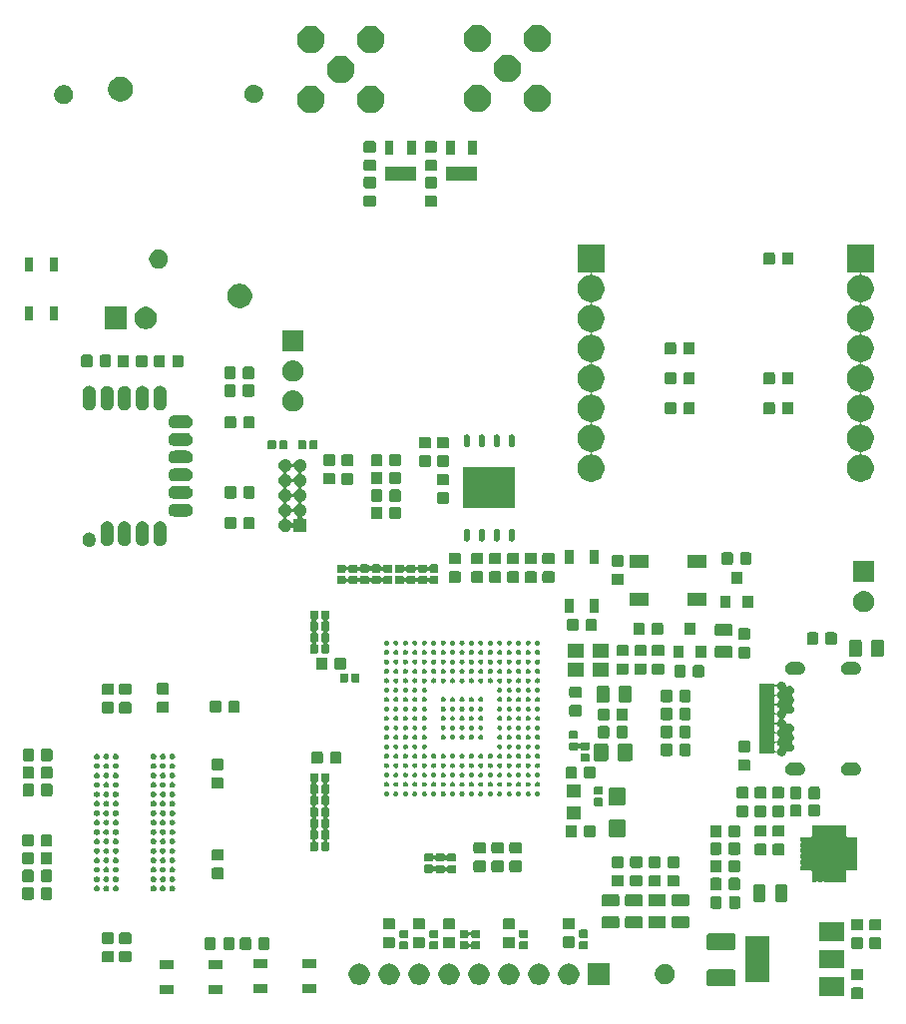
<source format=gbr>
G04 #@! TF.GenerationSoftware,KiCad,Pcbnew,(5.1.5-0-10_14)*
G04 #@! TF.CreationDate,2021-01-28T08:30:45+01:00*
G04 #@! TF.ProjectId,BEASTH7_01,42454153-5448-4375-9f30-312e6b696361,rev?*
G04 #@! TF.SameCoordinates,Original*
G04 #@! TF.FileFunction,Soldermask,Top*
G04 #@! TF.FilePolarity,Negative*
%FSLAX46Y46*%
G04 Gerber Fmt 4.6, Leading zero omitted, Abs format (unit mm)*
G04 Created by KiCad (PCBNEW (5.1.5-0-10_14)) date 2021-01-28 08:30:45*
%MOMM*%
%LPD*%
G04 APERTURE LIST*
%ADD10C,0.100000*%
G04 APERTURE END LIST*
D10*
G36*
X158519991Y-153566685D02*
G01*
X158553969Y-153576993D01*
X158585290Y-153593734D01*
X158612739Y-153616261D01*
X158635266Y-153643710D01*
X158652007Y-153675031D01*
X158662315Y-153709009D01*
X158666400Y-153750490D01*
X158666400Y-154351710D01*
X158662315Y-154393191D01*
X158652007Y-154427169D01*
X158635266Y-154458490D01*
X158612739Y-154485939D01*
X158585290Y-154508466D01*
X158553969Y-154525207D01*
X158519991Y-154535515D01*
X158478510Y-154539600D01*
X157802290Y-154539600D01*
X157760809Y-154535515D01*
X157726831Y-154525207D01*
X157695510Y-154508466D01*
X157668061Y-154485939D01*
X157645534Y-154458490D01*
X157628793Y-154427169D01*
X157618485Y-154393191D01*
X157614400Y-154351710D01*
X157614400Y-153750490D01*
X157618485Y-153709009D01*
X157628793Y-153675031D01*
X157645534Y-153643710D01*
X157668061Y-153616261D01*
X157695510Y-153593734D01*
X157726831Y-153576993D01*
X157760809Y-153566685D01*
X157802290Y-153562600D01*
X158478510Y-153562600D01*
X158519991Y-153566685D01*
G37*
G36*
X157032800Y-154256400D02*
G01*
X154930800Y-154256400D01*
X154930800Y-152654400D01*
X157032800Y-152654400D01*
X157032800Y-154256400D01*
G37*
G36*
X104276400Y-154090000D02*
G01*
X103124400Y-154090000D01*
X103124400Y-153338000D01*
X104276400Y-153338000D01*
X104276400Y-154090000D01*
G37*
G36*
X100126400Y-154090000D02*
G01*
X98974400Y-154090000D01*
X98974400Y-153338000D01*
X100126400Y-153338000D01*
X100126400Y-154090000D01*
G37*
G36*
X112226600Y-154064600D02*
G01*
X111074600Y-154064600D01*
X111074600Y-153312600D01*
X112226600Y-153312600D01*
X112226600Y-154064600D01*
G37*
G36*
X108076600Y-154064600D02*
G01*
X106924600Y-154064600D01*
X106924600Y-153312600D01*
X108076600Y-153312600D01*
X108076600Y-154064600D01*
G37*
G36*
X147667911Y-152047171D02*
G01*
X147703703Y-152058029D01*
X147736695Y-152075663D01*
X147765608Y-152099392D01*
X147789337Y-152128305D01*
X147806971Y-152161297D01*
X147817829Y-152197089D01*
X147822100Y-152240455D01*
X147822100Y-153272345D01*
X147817829Y-153315711D01*
X147806971Y-153351503D01*
X147789337Y-153384495D01*
X147765608Y-153413408D01*
X147736695Y-153437137D01*
X147703703Y-153454771D01*
X147667911Y-153465629D01*
X147624545Y-153469900D01*
X145567655Y-153469900D01*
X145524289Y-153465629D01*
X145488497Y-153454771D01*
X145455505Y-153437137D01*
X145426592Y-153413408D01*
X145402863Y-153384495D01*
X145385229Y-153351503D01*
X145374371Y-153315711D01*
X145370100Y-153272345D01*
X145370100Y-152240455D01*
X145374371Y-152197089D01*
X145385229Y-152161297D01*
X145402863Y-152128305D01*
X145426592Y-152099392D01*
X145455505Y-152075663D01*
X145488497Y-152058029D01*
X145524289Y-152047171D01*
X145567655Y-152042900D01*
X147624545Y-152042900D01*
X147667911Y-152047171D01*
G37*
G36*
X118548632Y-151539487D02*
G01*
X118697932Y-151569184D01*
X118861904Y-151637104D01*
X119009474Y-151735707D01*
X119134973Y-151861206D01*
X119233576Y-152008776D01*
X119301496Y-152172748D01*
X119336120Y-152346819D01*
X119336120Y-152524301D01*
X119301496Y-152698372D01*
X119233576Y-152862344D01*
X119134973Y-153009914D01*
X119009474Y-153135413D01*
X118861904Y-153234016D01*
X118697932Y-153301936D01*
X118548632Y-153331633D01*
X118523862Y-153336560D01*
X118346378Y-153336560D01*
X118321608Y-153331633D01*
X118172308Y-153301936D01*
X118008336Y-153234016D01*
X117860766Y-153135413D01*
X117735267Y-153009914D01*
X117636664Y-152862344D01*
X117568744Y-152698372D01*
X117534120Y-152524301D01*
X117534120Y-152346819D01*
X117568744Y-152172748D01*
X117636664Y-152008776D01*
X117735267Y-151861206D01*
X117860766Y-151735707D01*
X118008336Y-151637104D01*
X118172308Y-151569184D01*
X118321608Y-151539487D01*
X118346378Y-151534560D01*
X118523862Y-151534560D01*
X118548632Y-151539487D01*
G37*
G36*
X116008632Y-151539487D02*
G01*
X116157932Y-151569184D01*
X116321904Y-151637104D01*
X116469474Y-151735707D01*
X116594973Y-151861206D01*
X116693576Y-152008776D01*
X116761496Y-152172748D01*
X116796120Y-152346819D01*
X116796120Y-152524301D01*
X116761496Y-152698372D01*
X116693576Y-152862344D01*
X116594973Y-153009914D01*
X116469474Y-153135413D01*
X116321904Y-153234016D01*
X116157932Y-153301936D01*
X116008632Y-153331633D01*
X115983862Y-153336560D01*
X115806378Y-153336560D01*
X115781608Y-153331633D01*
X115632308Y-153301936D01*
X115468336Y-153234016D01*
X115320766Y-153135413D01*
X115195267Y-153009914D01*
X115096664Y-152862344D01*
X115028744Y-152698372D01*
X114994120Y-152524301D01*
X114994120Y-152346819D01*
X115028744Y-152172748D01*
X115096664Y-152008776D01*
X115195267Y-151861206D01*
X115320766Y-151735707D01*
X115468336Y-151637104D01*
X115632308Y-151569184D01*
X115781608Y-151539487D01*
X115806378Y-151534560D01*
X115983862Y-151534560D01*
X116008632Y-151539487D01*
G37*
G36*
X131248632Y-151539487D02*
G01*
X131397932Y-151569184D01*
X131561904Y-151637104D01*
X131709474Y-151735707D01*
X131834973Y-151861206D01*
X131933576Y-152008776D01*
X132001496Y-152172748D01*
X132036120Y-152346819D01*
X132036120Y-152524301D01*
X132001496Y-152698372D01*
X131933576Y-152862344D01*
X131834973Y-153009914D01*
X131709474Y-153135413D01*
X131561904Y-153234016D01*
X131397932Y-153301936D01*
X131248632Y-153331633D01*
X131223862Y-153336560D01*
X131046378Y-153336560D01*
X131021608Y-153331633D01*
X130872308Y-153301936D01*
X130708336Y-153234016D01*
X130560766Y-153135413D01*
X130435267Y-153009914D01*
X130336664Y-152862344D01*
X130268744Y-152698372D01*
X130234120Y-152524301D01*
X130234120Y-152346819D01*
X130268744Y-152172748D01*
X130336664Y-152008776D01*
X130435267Y-151861206D01*
X130560766Y-151735707D01*
X130708336Y-151637104D01*
X130872308Y-151569184D01*
X131021608Y-151539487D01*
X131046378Y-151534560D01*
X131223862Y-151534560D01*
X131248632Y-151539487D01*
G37*
G36*
X128708632Y-151539487D02*
G01*
X128857932Y-151569184D01*
X129021904Y-151637104D01*
X129169474Y-151735707D01*
X129294973Y-151861206D01*
X129393576Y-152008776D01*
X129461496Y-152172748D01*
X129496120Y-152346819D01*
X129496120Y-152524301D01*
X129461496Y-152698372D01*
X129393576Y-152862344D01*
X129294973Y-153009914D01*
X129169474Y-153135413D01*
X129021904Y-153234016D01*
X128857932Y-153301936D01*
X128708632Y-153331633D01*
X128683862Y-153336560D01*
X128506378Y-153336560D01*
X128481608Y-153331633D01*
X128332308Y-153301936D01*
X128168336Y-153234016D01*
X128020766Y-153135413D01*
X127895267Y-153009914D01*
X127796664Y-152862344D01*
X127728744Y-152698372D01*
X127694120Y-152524301D01*
X127694120Y-152346819D01*
X127728744Y-152172748D01*
X127796664Y-152008776D01*
X127895267Y-151861206D01*
X128020766Y-151735707D01*
X128168336Y-151637104D01*
X128332308Y-151569184D01*
X128481608Y-151539487D01*
X128506378Y-151534560D01*
X128683862Y-151534560D01*
X128708632Y-151539487D01*
G37*
G36*
X126168632Y-151539487D02*
G01*
X126317932Y-151569184D01*
X126481904Y-151637104D01*
X126629474Y-151735707D01*
X126754973Y-151861206D01*
X126853576Y-152008776D01*
X126921496Y-152172748D01*
X126956120Y-152346819D01*
X126956120Y-152524301D01*
X126921496Y-152698372D01*
X126853576Y-152862344D01*
X126754973Y-153009914D01*
X126629474Y-153135413D01*
X126481904Y-153234016D01*
X126317932Y-153301936D01*
X126168632Y-153331633D01*
X126143862Y-153336560D01*
X125966378Y-153336560D01*
X125941608Y-153331633D01*
X125792308Y-153301936D01*
X125628336Y-153234016D01*
X125480766Y-153135413D01*
X125355267Y-153009914D01*
X125256664Y-152862344D01*
X125188744Y-152698372D01*
X125154120Y-152524301D01*
X125154120Y-152346819D01*
X125188744Y-152172748D01*
X125256664Y-152008776D01*
X125355267Y-151861206D01*
X125480766Y-151735707D01*
X125628336Y-151637104D01*
X125792308Y-151569184D01*
X125941608Y-151539487D01*
X125966378Y-151534560D01*
X126143862Y-151534560D01*
X126168632Y-151539487D01*
G37*
G36*
X123628632Y-151539487D02*
G01*
X123777932Y-151569184D01*
X123941904Y-151637104D01*
X124089474Y-151735707D01*
X124214973Y-151861206D01*
X124313576Y-152008776D01*
X124381496Y-152172748D01*
X124416120Y-152346819D01*
X124416120Y-152524301D01*
X124381496Y-152698372D01*
X124313576Y-152862344D01*
X124214973Y-153009914D01*
X124089474Y-153135413D01*
X123941904Y-153234016D01*
X123777932Y-153301936D01*
X123628632Y-153331633D01*
X123603862Y-153336560D01*
X123426378Y-153336560D01*
X123401608Y-153331633D01*
X123252308Y-153301936D01*
X123088336Y-153234016D01*
X122940766Y-153135413D01*
X122815267Y-153009914D01*
X122716664Y-152862344D01*
X122648744Y-152698372D01*
X122614120Y-152524301D01*
X122614120Y-152346819D01*
X122648744Y-152172748D01*
X122716664Y-152008776D01*
X122815267Y-151861206D01*
X122940766Y-151735707D01*
X123088336Y-151637104D01*
X123252308Y-151569184D01*
X123401608Y-151539487D01*
X123426378Y-151534560D01*
X123603862Y-151534560D01*
X123628632Y-151539487D01*
G37*
G36*
X121088632Y-151539487D02*
G01*
X121237932Y-151569184D01*
X121401904Y-151637104D01*
X121549474Y-151735707D01*
X121674973Y-151861206D01*
X121773576Y-152008776D01*
X121841496Y-152172748D01*
X121876120Y-152346819D01*
X121876120Y-152524301D01*
X121841496Y-152698372D01*
X121773576Y-152862344D01*
X121674973Y-153009914D01*
X121549474Y-153135413D01*
X121401904Y-153234016D01*
X121237932Y-153301936D01*
X121088632Y-153331633D01*
X121063862Y-153336560D01*
X120886378Y-153336560D01*
X120861608Y-153331633D01*
X120712308Y-153301936D01*
X120548336Y-153234016D01*
X120400766Y-153135413D01*
X120275267Y-153009914D01*
X120176664Y-152862344D01*
X120108744Y-152698372D01*
X120074120Y-152524301D01*
X120074120Y-152346819D01*
X120108744Y-152172748D01*
X120176664Y-152008776D01*
X120275267Y-151861206D01*
X120400766Y-151735707D01*
X120548336Y-151637104D01*
X120712308Y-151569184D01*
X120861608Y-151539487D01*
X120886378Y-151534560D01*
X121063862Y-151534560D01*
X121088632Y-151539487D01*
G37*
G36*
X137116120Y-153336560D02*
G01*
X135314120Y-153336560D01*
X135314120Y-151534560D01*
X137116120Y-151534560D01*
X137116120Y-153336560D01*
G37*
G36*
X133788632Y-151539487D02*
G01*
X133937932Y-151569184D01*
X134101904Y-151637104D01*
X134249474Y-151735707D01*
X134374973Y-151861206D01*
X134473576Y-152008776D01*
X134541496Y-152172748D01*
X134576120Y-152346819D01*
X134576120Y-152524301D01*
X134541496Y-152698372D01*
X134473576Y-152862344D01*
X134374973Y-153009914D01*
X134249474Y-153135413D01*
X134101904Y-153234016D01*
X133937932Y-153301936D01*
X133788632Y-153331633D01*
X133763862Y-153336560D01*
X133586378Y-153336560D01*
X133561608Y-153331633D01*
X133412308Y-153301936D01*
X133248336Y-153234016D01*
X133100766Y-153135413D01*
X132975267Y-153009914D01*
X132876664Y-152862344D01*
X132808744Y-152698372D01*
X132774120Y-152524301D01*
X132774120Y-152346819D01*
X132808744Y-152172748D01*
X132876664Y-152008776D01*
X132975267Y-151861206D01*
X133100766Y-151735707D01*
X133248336Y-151637104D01*
X133412308Y-151569184D01*
X133561608Y-151539487D01*
X133586378Y-151534560D01*
X133763862Y-151534560D01*
X133788632Y-151539487D01*
G37*
G36*
X142081828Y-151607103D02*
G01*
X142236700Y-151671253D01*
X142376081Y-151764385D01*
X142494615Y-151882919D01*
X142587747Y-152022300D01*
X142651897Y-152177172D01*
X142684600Y-152341584D01*
X142684600Y-152509216D01*
X142651897Y-152673628D01*
X142587747Y-152828500D01*
X142494615Y-152967881D01*
X142376081Y-153086415D01*
X142236700Y-153179547D01*
X142081828Y-153243697D01*
X141917416Y-153276400D01*
X141749784Y-153276400D01*
X141585372Y-153243697D01*
X141430500Y-153179547D01*
X141291119Y-153086415D01*
X141172585Y-152967881D01*
X141079453Y-152828500D01*
X141015303Y-152673628D01*
X140982600Y-152509216D01*
X140982600Y-152341584D01*
X141015303Y-152177172D01*
X141079453Y-152022300D01*
X141172585Y-151882919D01*
X141291119Y-151764385D01*
X141430500Y-151671253D01*
X141585372Y-151607103D01*
X141749784Y-151574400D01*
X141917416Y-151574400D01*
X142081828Y-151607103D01*
G37*
G36*
X150732800Y-153106400D02*
G01*
X148630800Y-153106400D01*
X148630800Y-149204400D01*
X150732800Y-149204400D01*
X150732800Y-153106400D01*
G37*
G36*
X158519991Y-151991685D02*
G01*
X158553969Y-152001993D01*
X158585290Y-152018734D01*
X158612739Y-152041261D01*
X158635266Y-152068710D01*
X158652007Y-152100031D01*
X158662315Y-152134009D01*
X158666400Y-152175490D01*
X158666400Y-152776710D01*
X158662315Y-152818191D01*
X158652007Y-152852169D01*
X158635266Y-152883490D01*
X158612739Y-152910939D01*
X158585290Y-152933466D01*
X158553969Y-152950207D01*
X158519991Y-152960515D01*
X158478510Y-152964600D01*
X157802290Y-152964600D01*
X157760809Y-152960515D01*
X157726831Y-152950207D01*
X157695510Y-152933466D01*
X157668061Y-152910939D01*
X157645534Y-152883490D01*
X157628793Y-152852169D01*
X157618485Y-152818191D01*
X157614400Y-152776710D01*
X157614400Y-152175490D01*
X157618485Y-152134009D01*
X157628793Y-152100031D01*
X157645534Y-152068710D01*
X157668061Y-152041261D01*
X157695510Y-152018734D01*
X157726831Y-152001993D01*
X157760809Y-151991685D01*
X157802290Y-151987600D01*
X158478510Y-151987600D01*
X158519991Y-151991685D01*
G37*
G36*
X104276400Y-151970000D02*
G01*
X103124400Y-151970000D01*
X103124400Y-151218000D01*
X104276400Y-151218000D01*
X104276400Y-151970000D01*
G37*
G36*
X100126400Y-151970000D02*
G01*
X98974400Y-151970000D01*
X98974400Y-151218000D01*
X100126400Y-151218000D01*
X100126400Y-151970000D01*
G37*
G36*
X157032800Y-151956400D02*
G01*
X154930800Y-151956400D01*
X154930800Y-150354400D01*
X157032800Y-150354400D01*
X157032800Y-151956400D01*
G37*
G36*
X108076600Y-151944600D02*
G01*
X106924600Y-151944600D01*
X106924600Y-151192600D01*
X108076600Y-151192600D01*
X108076600Y-151944600D01*
G37*
G36*
X112226600Y-151944600D02*
G01*
X111074600Y-151944600D01*
X111074600Y-151192600D01*
X112226600Y-151192600D01*
X112226600Y-151944600D01*
G37*
G36*
X94943791Y-150467885D02*
G01*
X94977769Y-150478193D01*
X95009090Y-150494934D01*
X95036539Y-150517461D01*
X95059066Y-150544910D01*
X95075807Y-150576231D01*
X95086115Y-150610209D01*
X95090200Y-150651690D01*
X95090200Y-151252910D01*
X95086115Y-151294391D01*
X95075807Y-151328369D01*
X95059066Y-151359690D01*
X95036539Y-151387139D01*
X95009090Y-151409666D01*
X94977769Y-151426407D01*
X94943791Y-151436715D01*
X94902310Y-151440800D01*
X94226090Y-151440800D01*
X94184609Y-151436715D01*
X94150631Y-151426407D01*
X94119310Y-151409666D01*
X94091861Y-151387139D01*
X94069334Y-151359690D01*
X94052593Y-151328369D01*
X94042285Y-151294391D01*
X94038200Y-151252910D01*
X94038200Y-150651690D01*
X94042285Y-150610209D01*
X94052593Y-150576231D01*
X94069334Y-150544910D01*
X94091861Y-150517461D01*
X94119310Y-150494934D01*
X94150631Y-150478193D01*
X94184609Y-150467885D01*
X94226090Y-150463800D01*
X94902310Y-150463800D01*
X94943791Y-150467885D01*
G37*
G36*
X96416991Y-150467885D02*
G01*
X96450969Y-150478193D01*
X96482290Y-150494934D01*
X96509739Y-150517461D01*
X96532266Y-150544910D01*
X96549007Y-150576231D01*
X96559315Y-150610209D01*
X96563400Y-150651690D01*
X96563400Y-151252910D01*
X96559315Y-151294391D01*
X96549007Y-151328369D01*
X96532266Y-151359690D01*
X96509739Y-151387139D01*
X96482290Y-151409666D01*
X96450969Y-151426407D01*
X96416991Y-151436715D01*
X96375510Y-151440800D01*
X95699290Y-151440800D01*
X95657809Y-151436715D01*
X95623831Y-151426407D01*
X95592510Y-151409666D01*
X95565061Y-151387139D01*
X95542534Y-151359690D01*
X95525793Y-151328369D01*
X95515485Y-151294391D01*
X95511400Y-151252910D01*
X95511400Y-150651690D01*
X95515485Y-150610209D01*
X95525793Y-150576231D01*
X95542534Y-150544910D01*
X95565061Y-150517461D01*
X95592510Y-150494934D01*
X95623831Y-150478193D01*
X95657809Y-150467885D01*
X95699290Y-150463800D01*
X96375510Y-150463800D01*
X96416991Y-150467885D01*
G37*
G36*
X147667911Y-148972171D02*
G01*
X147703703Y-148983029D01*
X147736695Y-149000663D01*
X147765608Y-149024392D01*
X147789337Y-149053305D01*
X147806971Y-149086297D01*
X147817829Y-149122089D01*
X147822100Y-149165455D01*
X147822100Y-150197345D01*
X147817829Y-150240711D01*
X147806971Y-150276503D01*
X147789337Y-150309495D01*
X147765608Y-150338408D01*
X147736695Y-150362137D01*
X147703703Y-150379771D01*
X147667911Y-150390629D01*
X147624545Y-150394900D01*
X145567655Y-150394900D01*
X145524289Y-150390629D01*
X145488497Y-150379771D01*
X145455505Y-150362137D01*
X145426592Y-150338408D01*
X145402863Y-150309495D01*
X145385229Y-150276503D01*
X145374371Y-150240711D01*
X145370100Y-150197345D01*
X145370100Y-149165455D01*
X145374371Y-149122089D01*
X145385229Y-149086297D01*
X145402863Y-149053305D01*
X145426592Y-149024392D01*
X145455505Y-149000663D01*
X145488497Y-148983029D01*
X145524289Y-148972171D01*
X145567655Y-148967900D01*
X147624545Y-148967900D01*
X147667911Y-148972171D01*
G37*
G36*
X103593091Y-149312685D02*
G01*
X103627069Y-149322993D01*
X103658390Y-149339734D01*
X103685839Y-149362261D01*
X103708366Y-149389710D01*
X103725107Y-149421031D01*
X103735415Y-149455009D01*
X103739500Y-149496490D01*
X103739500Y-150172710D01*
X103735415Y-150214191D01*
X103725107Y-150248169D01*
X103708366Y-150279490D01*
X103685839Y-150306939D01*
X103658390Y-150329466D01*
X103627069Y-150346207D01*
X103593091Y-150356515D01*
X103551610Y-150360600D01*
X102950390Y-150360600D01*
X102908909Y-150356515D01*
X102874931Y-150346207D01*
X102843610Y-150329466D01*
X102816161Y-150306939D01*
X102793634Y-150279490D01*
X102776893Y-150248169D01*
X102766585Y-150214191D01*
X102762500Y-150172710D01*
X102762500Y-149496490D01*
X102766585Y-149455009D01*
X102776893Y-149421031D01*
X102793634Y-149389710D01*
X102816161Y-149362261D01*
X102843610Y-149339734D01*
X102874931Y-149322993D01*
X102908909Y-149312685D01*
X102950390Y-149308600D01*
X103551610Y-149308600D01*
X103593091Y-149312685D01*
G37*
G36*
X105168091Y-149312685D02*
G01*
X105202069Y-149322993D01*
X105233390Y-149339734D01*
X105260839Y-149362261D01*
X105283366Y-149389710D01*
X105300107Y-149421031D01*
X105310415Y-149455009D01*
X105314500Y-149496490D01*
X105314500Y-150172710D01*
X105310415Y-150214191D01*
X105300107Y-150248169D01*
X105283366Y-150279490D01*
X105260839Y-150306939D01*
X105233390Y-150329466D01*
X105202069Y-150346207D01*
X105168091Y-150356515D01*
X105126610Y-150360600D01*
X104525390Y-150360600D01*
X104483909Y-150356515D01*
X104449931Y-150346207D01*
X104418610Y-150329466D01*
X104391161Y-150306939D01*
X104368634Y-150279490D01*
X104351893Y-150248169D01*
X104341585Y-150214191D01*
X104337500Y-150172710D01*
X104337500Y-149496490D01*
X104341585Y-149455009D01*
X104351893Y-149421031D01*
X104368634Y-149389710D01*
X104391161Y-149362261D01*
X104418610Y-149339734D01*
X104449931Y-149322993D01*
X104483909Y-149312685D01*
X104525390Y-149308600D01*
X105126610Y-149308600D01*
X105168091Y-149312685D01*
G37*
G36*
X106590191Y-149312685D02*
G01*
X106624169Y-149322993D01*
X106655490Y-149339734D01*
X106682939Y-149362261D01*
X106705466Y-149389710D01*
X106722207Y-149421031D01*
X106732515Y-149455009D01*
X106736600Y-149496490D01*
X106736600Y-150172710D01*
X106732515Y-150214191D01*
X106722207Y-150248169D01*
X106705466Y-150279490D01*
X106682939Y-150306939D01*
X106655490Y-150329466D01*
X106624169Y-150346207D01*
X106590191Y-150356515D01*
X106548710Y-150360600D01*
X105947490Y-150360600D01*
X105906009Y-150356515D01*
X105872031Y-150346207D01*
X105840710Y-150329466D01*
X105813261Y-150306939D01*
X105790734Y-150279490D01*
X105773993Y-150248169D01*
X105763685Y-150214191D01*
X105759600Y-150172710D01*
X105759600Y-149496490D01*
X105763685Y-149455009D01*
X105773993Y-149421031D01*
X105790734Y-149389710D01*
X105813261Y-149362261D01*
X105840710Y-149339734D01*
X105872031Y-149322993D01*
X105906009Y-149312685D01*
X105947490Y-149308600D01*
X106548710Y-149308600D01*
X106590191Y-149312685D01*
G37*
G36*
X108165191Y-149312685D02*
G01*
X108199169Y-149322993D01*
X108230490Y-149339734D01*
X108257939Y-149362261D01*
X108280466Y-149389710D01*
X108297207Y-149421031D01*
X108307515Y-149455009D01*
X108311600Y-149496490D01*
X108311600Y-150172710D01*
X108307515Y-150214191D01*
X108297207Y-150248169D01*
X108280466Y-150279490D01*
X108257939Y-150306939D01*
X108230490Y-150329466D01*
X108199169Y-150346207D01*
X108165191Y-150356515D01*
X108123710Y-150360600D01*
X107522490Y-150360600D01*
X107481009Y-150356515D01*
X107447031Y-150346207D01*
X107415710Y-150329466D01*
X107388261Y-150306939D01*
X107365734Y-150279490D01*
X107348993Y-150248169D01*
X107338685Y-150214191D01*
X107334600Y-150172710D01*
X107334600Y-149496490D01*
X107338685Y-149455009D01*
X107348993Y-149421031D01*
X107365734Y-149389710D01*
X107388261Y-149362261D01*
X107415710Y-149339734D01*
X107447031Y-149322993D01*
X107481009Y-149312685D01*
X107522490Y-149308600D01*
X108123710Y-149308600D01*
X108165191Y-149312685D01*
G37*
G36*
X122501658Y-149656276D02*
G01*
X122522277Y-149662531D01*
X122541273Y-149672684D01*
X122557928Y-149686352D01*
X122571596Y-149703007D01*
X122581749Y-149722003D01*
X122588004Y-149742622D01*
X122590720Y-149770200D01*
X122590720Y-150228920D01*
X122588004Y-150256498D01*
X122581749Y-150277117D01*
X122571596Y-150296113D01*
X122557928Y-150312768D01*
X122541273Y-150326436D01*
X122522277Y-150336589D01*
X122501658Y-150342844D01*
X122474080Y-150345560D01*
X121965360Y-150345560D01*
X121937782Y-150342844D01*
X121917163Y-150336589D01*
X121898167Y-150326436D01*
X121881512Y-150312768D01*
X121867844Y-150296113D01*
X121857691Y-150277117D01*
X121851436Y-150256498D01*
X121848720Y-150228920D01*
X121848720Y-149770200D01*
X121851436Y-149742622D01*
X121857691Y-149722003D01*
X121867844Y-149703007D01*
X121881512Y-149686352D01*
X121898167Y-149672684D01*
X121917163Y-149662531D01*
X121937782Y-149656276D01*
X121965360Y-149653560D01*
X122474080Y-149653560D01*
X122501658Y-149656276D01*
G37*
G36*
X125067058Y-149656276D02*
G01*
X125087677Y-149662531D01*
X125106673Y-149672684D01*
X125123328Y-149686352D01*
X125136996Y-149703007D01*
X125147149Y-149722003D01*
X125153404Y-149742622D01*
X125156023Y-149769215D01*
X125160803Y-149793248D01*
X125170181Y-149815887D01*
X125183794Y-149836261D01*
X125201121Y-149853588D01*
X125221496Y-149867202D01*
X125244134Y-149876579D01*
X125268168Y-149881360D01*
X125292672Y-149881360D01*
X125316705Y-149876580D01*
X125339344Y-149867202D01*
X125359718Y-149853589D01*
X125377045Y-149836262D01*
X125390659Y-149815887D01*
X125400036Y-149793249D01*
X125404817Y-149769215D01*
X125407436Y-149742622D01*
X125413691Y-149722003D01*
X125423844Y-149703007D01*
X125437512Y-149686352D01*
X125454167Y-149672684D01*
X125473163Y-149662531D01*
X125493782Y-149656276D01*
X125521360Y-149653560D01*
X126030080Y-149653560D01*
X126057658Y-149656276D01*
X126078277Y-149662531D01*
X126097273Y-149672684D01*
X126113928Y-149686352D01*
X126127596Y-149703007D01*
X126137749Y-149722003D01*
X126144004Y-149742622D01*
X126146720Y-149770200D01*
X126146720Y-150228920D01*
X126144004Y-150256498D01*
X126137749Y-150277117D01*
X126127596Y-150296113D01*
X126113928Y-150312768D01*
X126097273Y-150326436D01*
X126078277Y-150336589D01*
X126057658Y-150342844D01*
X126030080Y-150345560D01*
X125521360Y-150345560D01*
X125493782Y-150342844D01*
X125473163Y-150336589D01*
X125454167Y-150326436D01*
X125437512Y-150312768D01*
X125423844Y-150296113D01*
X125413691Y-150277117D01*
X125407436Y-150256498D01*
X125404817Y-150229905D01*
X125400037Y-150205872D01*
X125390659Y-150183233D01*
X125377046Y-150162859D01*
X125359719Y-150145532D01*
X125339344Y-150131918D01*
X125316706Y-150122541D01*
X125292672Y-150117760D01*
X125268168Y-150117760D01*
X125244135Y-150122540D01*
X125221496Y-150131918D01*
X125201122Y-150145531D01*
X125183795Y-150162858D01*
X125170181Y-150183233D01*
X125160804Y-150205871D01*
X125156023Y-150229905D01*
X125153404Y-150256498D01*
X125147149Y-150277117D01*
X125136996Y-150296113D01*
X125123328Y-150312768D01*
X125106673Y-150326436D01*
X125087677Y-150336589D01*
X125067058Y-150342844D01*
X125039480Y-150345560D01*
X124530760Y-150345560D01*
X124503182Y-150342844D01*
X124482563Y-150336589D01*
X124463567Y-150326436D01*
X124446912Y-150312768D01*
X124433244Y-150296113D01*
X124423091Y-150277117D01*
X124416836Y-150256498D01*
X124414120Y-150228920D01*
X124414120Y-149770200D01*
X124416836Y-149742622D01*
X124423091Y-149722003D01*
X124433244Y-149703007D01*
X124446912Y-149686352D01*
X124463567Y-149672684D01*
X124482563Y-149662531D01*
X124503182Y-149656276D01*
X124530760Y-149653560D01*
X125039480Y-149653560D01*
X125067058Y-149656276D01*
G37*
G36*
X119959258Y-149656276D02*
G01*
X119979877Y-149662531D01*
X119998873Y-149672684D01*
X120015528Y-149686352D01*
X120029196Y-149703007D01*
X120039349Y-149722003D01*
X120045604Y-149742622D01*
X120048320Y-149770200D01*
X120048320Y-150228920D01*
X120045604Y-150256498D01*
X120039349Y-150277117D01*
X120029196Y-150296113D01*
X120015528Y-150312768D01*
X119998873Y-150326436D01*
X119979877Y-150336589D01*
X119959258Y-150342844D01*
X119931680Y-150345560D01*
X119422960Y-150345560D01*
X119395382Y-150342844D01*
X119374763Y-150336589D01*
X119355767Y-150326436D01*
X119339112Y-150312768D01*
X119325444Y-150296113D01*
X119315291Y-150277117D01*
X119309036Y-150256498D01*
X119306320Y-150228920D01*
X119306320Y-149770200D01*
X119309036Y-149742622D01*
X119315291Y-149722003D01*
X119325444Y-149703007D01*
X119339112Y-149686352D01*
X119355767Y-149672684D01*
X119374763Y-149662531D01*
X119395382Y-149656276D01*
X119422960Y-149653560D01*
X119931680Y-149653560D01*
X119959258Y-149656276D01*
G37*
G36*
X130121658Y-149633276D02*
G01*
X130142277Y-149639531D01*
X130161273Y-149649684D01*
X130177928Y-149663352D01*
X130191596Y-149680007D01*
X130201749Y-149699003D01*
X130208004Y-149719622D01*
X130210720Y-149747200D01*
X130210720Y-150205920D01*
X130208004Y-150233498D01*
X130201749Y-150254117D01*
X130191596Y-150273113D01*
X130177928Y-150289768D01*
X130161273Y-150303436D01*
X130142277Y-150313589D01*
X130121658Y-150319844D01*
X130094080Y-150322560D01*
X129585360Y-150322560D01*
X129557782Y-150319844D01*
X129537163Y-150313589D01*
X129518167Y-150303436D01*
X129501512Y-150289768D01*
X129487844Y-150273113D01*
X129477691Y-150254117D01*
X129471436Y-150233498D01*
X129468720Y-150205920D01*
X129468720Y-149747200D01*
X129471436Y-149719622D01*
X129477691Y-149699003D01*
X129487844Y-149680007D01*
X129501512Y-149663352D01*
X129518167Y-149649684D01*
X129537163Y-149639531D01*
X129557782Y-149633276D01*
X129585360Y-149630560D01*
X130094080Y-149630560D01*
X130121658Y-149633276D01*
G37*
G36*
X135201658Y-149628476D02*
G01*
X135222277Y-149634731D01*
X135241273Y-149644884D01*
X135257928Y-149658552D01*
X135271596Y-149675207D01*
X135281749Y-149694203D01*
X135288004Y-149714822D01*
X135290720Y-149742400D01*
X135290720Y-150201120D01*
X135288004Y-150228698D01*
X135281749Y-150249317D01*
X135271596Y-150268313D01*
X135257928Y-150284968D01*
X135241273Y-150298636D01*
X135222277Y-150308789D01*
X135201658Y-150315044D01*
X135174080Y-150317760D01*
X134665360Y-150317760D01*
X134637782Y-150315044D01*
X134617163Y-150308789D01*
X134598167Y-150298636D01*
X134581512Y-150284968D01*
X134567844Y-150268313D01*
X134557691Y-150249317D01*
X134551436Y-150228698D01*
X134548720Y-150201120D01*
X134548720Y-149742400D01*
X134551436Y-149714822D01*
X134557691Y-149694203D01*
X134567844Y-149675207D01*
X134581512Y-149658552D01*
X134598167Y-149644884D01*
X134617163Y-149634731D01*
X134637782Y-149628476D01*
X134665360Y-149625760D01*
X135174080Y-149625760D01*
X135201658Y-149628476D01*
G37*
G36*
X158519991Y-149324885D02*
G01*
X158553969Y-149335193D01*
X158585290Y-149351934D01*
X158612739Y-149374461D01*
X158635266Y-149401910D01*
X158652007Y-149433231D01*
X158662315Y-149467209D01*
X158666400Y-149508690D01*
X158666400Y-150109910D01*
X158662315Y-150151391D01*
X158652007Y-150185369D01*
X158635266Y-150216690D01*
X158612739Y-150244139D01*
X158585290Y-150266666D01*
X158553969Y-150283407D01*
X158519991Y-150293715D01*
X158478510Y-150297800D01*
X157802290Y-150297800D01*
X157760809Y-150293715D01*
X157726831Y-150283407D01*
X157695510Y-150266666D01*
X157668061Y-150244139D01*
X157645534Y-150216690D01*
X157628793Y-150185369D01*
X157618485Y-150151391D01*
X157614400Y-150109910D01*
X157614400Y-149508690D01*
X157618485Y-149467209D01*
X157628793Y-149433231D01*
X157645534Y-149401910D01*
X157668061Y-149374461D01*
X157695510Y-149351934D01*
X157726831Y-149335193D01*
X157760809Y-149324885D01*
X157802290Y-149320800D01*
X158478510Y-149320800D01*
X158519991Y-149324885D01*
G37*
G36*
X160069391Y-149324885D02*
G01*
X160103369Y-149335193D01*
X160134690Y-149351934D01*
X160162139Y-149374461D01*
X160184666Y-149401910D01*
X160201407Y-149433231D01*
X160211715Y-149467209D01*
X160215800Y-149508690D01*
X160215800Y-150109910D01*
X160211715Y-150151391D01*
X160201407Y-150185369D01*
X160184666Y-150216690D01*
X160162139Y-150244139D01*
X160134690Y-150266666D01*
X160103369Y-150283407D01*
X160069391Y-150293715D01*
X160027910Y-150297800D01*
X159351690Y-150297800D01*
X159310209Y-150293715D01*
X159276231Y-150283407D01*
X159244910Y-150266666D01*
X159217461Y-150244139D01*
X159194934Y-150216690D01*
X159178193Y-150185369D01*
X159167885Y-150151391D01*
X159163800Y-150109910D01*
X159163800Y-149508690D01*
X159167885Y-149467209D01*
X159178193Y-149433231D01*
X159194934Y-149401910D01*
X159217461Y-149374461D01*
X159244910Y-149351934D01*
X159276231Y-149335193D01*
X159310209Y-149324885D01*
X159351690Y-149320800D01*
X160027910Y-149320800D01*
X160069391Y-149324885D01*
G37*
G36*
X118789311Y-149258845D02*
G01*
X118823289Y-149269153D01*
X118854610Y-149285894D01*
X118882059Y-149308421D01*
X118904586Y-149335870D01*
X118921327Y-149367191D01*
X118931635Y-149401169D01*
X118935720Y-149442650D01*
X118935720Y-150043870D01*
X118931635Y-150085351D01*
X118921327Y-150119329D01*
X118904586Y-150150650D01*
X118882059Y-150178099D01*
X118854610Y-150200626D01*
X118823289Y-150217367D01*
X118789311Y-150227675D01*
X118747830Y-150231760D01*
X118071610Y-150231760D01*
X118030129Y-150227675D01*
X117996151Y-150217367D01*
X117964830Y-150200626D01*
X117937381Y-150178099D01*
X117914854Y-150150650D01*
X117898113Y-150119329D01*
X117887805Y-150085351D01*
X117883720Y-150043870D01*
X117883720Y-149442650D01*
X117887805Y-149401169D01*
X117898113Y-149367191D01*
X117914854Y-149335870D01*
X117937381Y-149308421D01*
X117964830Y-149285894D01*
X117996151Y-149269153D01*
X118030129Y-149258845D01*
X118071610Y-149254760D01*
X118747830Y-149254760D01*
X118789311Y-149258845D01*
G37*
G36*
X121329311Y-149258845D02*
G01*
X121363289Y-149269153D01*
X121394610Y-149285894D01*
X121422059Y-149308421D01*
X121444586Y-149335870D01*
X121461327Y-149367191D01*
X121471635Y-149401169D01*
X121475720Y-149442650D01*
X121475720Y-150043870D01*
X121471635Y-150085351D01*
X121461327Y-150119329D01*
X121444586Y-150150650D01*
X121422059Y-150178099D01*
X121394610Y-150200626D01*
X121363289Y-150217367D01*
X121329311Y-150227675D01*
X121287830Y-150231760D01*
X120611610Y-150231760D01*
X120570129Y-150227675D01*
X120536151Y-150217367D01*
X120504830Y-150200626D01*
X120477381Y-150178099D01*
X120454854Y-150150650D01*
X120438113Y-150119329D01*
X120427805Y-150085351D01*
X120423720Y-150043870D01*
X120423720Y-149442650D01*
X120427805Y-149401169D01*
X120438113Y-149367191D01*
X120454854Y-149335870D01*
X120477381Y-149308421D01*
X120504830Y-149285894D01*
X120536151Y-149269153D01*
X120570129Y-149258845D01*
X120611610Y-149254760D01*
X121287830Y-149254760D01*
X121329311Y-149258845D01*
G37*
G36*
X123894711Y-149258845D02*
G01*
X123928689Y-149269153D01*
X123960010Y-149285894D01*
X123987459Y-149308421D01*
X124009986Y-149335870D01*
X124026727Y-149367191D01*
X124037035Y-149401169D01*
X124041120Y-149442650D01*
X124041120Y-150043870D01*
X124037035Y-150085351D01*
X124026727Y-150119329D01*
X124009986Y-150150650D01*
X123987459Y-150178099D01*
X123960010Y-150200626D01*
X123928689Y-150217367D01*
X123894711Y-150227675D01*
X123853230Y-150231760D01*
X123177010Y-150231760D01*
X123135529Y-150227675D01*
X123101551Y-150217367D01*
X123070230Y-150200626D01*
X123042781Y-150178099D01*
X123020254Y-150150650D01*
X123003513Y-150119329D01*
X122993205Y-150085351D01*
X122989120Y-150043870D01*
X122989120Y-149442650D01*
X122993205Y-149401169D01*
X123003513Y-149367191D01*
X123020254Y-149335870D01*
X123042781Y-149308421D01*
X123070230Y-149285894D01*
X123101551Y-149269153D01*
X123135529Y-149258845D01*
X123177010Y-149254760D01*
X123853230Y-149254760D01*
X123894711Y-149258845D01*
G37*
G36*
X128974711Y-149258845D02*
G01*
X129008689Y-149269153D01*
X129040010Y-149285894D01*
X129067459Y-149308421D01*
X129089986Y-149335870D01*
X129106727Y-149367191D01*
X129117035Y-149401169D01*
X129121120Y-149442650D01*
X129121120Y-150043870D01*
X129117035Y-150085351D01*
X129106727Y-150119329D01*
X129089986Y-150150650D01*
X129067459Y-150178099D01*
X129040010Y-150200626D01*
X129008689Y-150217367D01*
X128974711Y-150227675D01*
X128933230Y-150231760D01*
X128257010Y-150231760D01*
X128215529Y-150227675D01*
X128181551Y-150217367D01*
X128150230Y-150200626D01*
X128122781Y-150178099D01*
X128100254Y-150150650D01*
X128083513Y-150119329D01*
X128073205Y-150085351D01*
X128069120Y-150043870D01*
X128069120Y-149442650D01*
X128073205Y-149401169D01*
X128083513Y-149367191D01*
X128100254Y-149335870D01*
X128122781Y-149308421D01*
X128150230Y-149285894D01*
X128181551Y-149269153D01*
X128215529Y-149258845D01*
X128257010Y-149254760D01*
X128933230Y-149254760D01*
X128974711Y-149258845D01*
G37*
G36*
X134054711Y-149233445D02*
G01*
X134088689Y-149243753D01*
X134120010Y-149260494D01*
X134147459Y-149283021D01*
X134169986Y-149310470D01*
X134186727Y-149341791D01*
X134197035Y-149375769D01*
X134201120Y-149417250D01*
X134201120Y-150018470D01*
X134197035Y-150059951D01*
X134186727Y-150093929D01*
X134169986Y-150125250D01*
X134147459Y-150152699D01*
X134120010Y-150175226D01*
X134088689Y-150191967D01*
X134054711Y-150202275D01*
X134013230Y-150206360D01*
X133337010Y-150206360D01*
X133295529Y-150202275D01*
X133261551Y-150191967D01*
X133230230Y-150175226D01*
X133202781Y-150152699D01*
X133180254Y-150125250D01*
X133163513Y-150093929D01*
X133153205Y-150059951D01*
X133149120Y-150018470D01*
X133149120Y-149417250D01*
X133153205Y-149375769D01*
X133163513Y-149341791D01*
X133180254Y-149310470D01*
X133202781Y-149283021D01*
X133230230Y-149260494D01*
X133261551Y-149243753D01*
X133295529Y-149233445D01*
X133337010Y-149229360D01*
X134013230Y-149229360D01*
X134054711Y-149233445D01*
G37*
G36*
X94943791Y-148892885D02*
G01*
X94977769Y-148903193D01*
X95009090Y-148919934D01*
X95036539Y-148942461D01*
X95059066Y-148969910D01*
X95075807Y-149001231D01*
X95086115Y-149035209D01*
X95090200Y-149076690D01*
X95090200Y-149677910D01*
X95086115Y-149719391D01*
X95075807Y-149753369D01*
X95059066Y-149784690D01*
X95036539Y-149812139D01*
X95009090Y-149834666D01*
X94977769Y-149851407D01*
X94943791Y-149861715D01*
X94902310Y-149865800D01*
X94226090Y-149865800D01*
X94184609Y-149861715D01*
X94150631Y-149851407D01*
X94119310Y-149834666D01*
X94091861Y-149812139D01*
X94069334Y-149784690D01*
X94052593Y-149753369D01*
X94042285Y-149719391D01*
X94038200Y-149677910D01*
X94038200Y-149076690D01*
X94042285Y-149035209D01*
X94052593Y-149001231D01*
X94069334Y-148969910D01*
X94091861Y-148942461D01*
X94119310Y-148919934D01*
X94150631Y-148903193D01*
X94184609Y-148892885D01*
X94226090Y-148888800D01*
X94902310Y-148888800D01*
X94943791Y-148892885D01*
G37*
G36*
X96416991Y-148892885D02*
G01*
X96450969Y-148903193D01*
X96482290Y-148919934D01*
X96509739Y-148942461D01*
X96532266Y-148969910D01*
X96549007Y-149001231D01*
X96559315Y-149035209D01*
X96563400Y-149076690D01*
X96563400Y-149677910D01*
X96559315Y-149719391D01*
X96549007Y-149753369D01*
X96532266Y-149784690D01*
X96509739Y-149812139D01*
X96482290Y-149834666D01*
X96450969Y-149851407D01*
X96416991Y-149861715D01*
X96375510Y-149865800D01*
X95699290Y-149865800D01*
X95657809Y-149861715D01*
X95623831Y-149851407D01*
X95592510Y-149834666D01*
X95565061Y-149812139D01*
X95542534Y-149784690D01*
X95525793Y-149753369D01*
X95515485Y-149719391D01*
X95511400Y-149677910D01*
X95511400Y-149076690D01*
X95515485Y-149035209D01*
X95525793Y-149001231D01*
X95542534Y-148969910D01*
X95565061Y-148942461D01*
X95592510Y-148919934D01*
X95623831Y-148903193D01*
X95657809Y-148892885D01*
X95699290Y-148888800D01*
X96375510Y-148888800D01*
X96416991Y-148892885D01*
G37*
G36*
X157032800Y-149656400D02*
G01*
X154930800Y-149656400D01*
X154930800Y-148054400D01*
X157032800Y-148054400D01*
X157032800Y-149656400D01*
G37*
G36*
X125067058Y-148686276D02*
G01*
X125087677Y-148692531D01*
X125106673Y-148702684D01*
X125123328Y-148716352D01*
X125136996Y-148733007D01*
X125147149Y-148752003D01*
X125153404Y-148772622D01*
X125156023Y-148799215D01*
X125160803Y-148823248D01*
X125170181Y-148845887D01*
X125183794Y-148866261D01*
X125201121Y-148883588D01*
X125221496Y-148897202D01*
X125244134Y-148906579D01*
X125268168Y-148911360D01*
X125292672Y-148911360D01*
X125316705Y-148906580D01*
X125339344Y-148897202D01*
X125359718Y-148883589D01*
X125377045Y-148866262D01*
X125390659Y-148845887D01*
X125400036Y-148823249D01*
X125404817Y-148799215D01*
X125407436Y-148772622D01*
X125413691Y-148752003D01*
X125423844Y-148733007D01*
X125437512Y-148716352D01*
X125454167Y-148702684D01*
X125473163Y-148692531D01*
X125493782Y-148686276D01*
X125521360Y-148683560D01*
X126030080Y-148683560D01*
X126057658Y-148686276D01*
X126078277Y-148692531D01*
X126097273Y-148702684D01*
X126113928Y-148716352D01*
X126127596Y-148733007D01*
X126137749Y-148752003D01*
X126144004Y-148772622D01*
X126146720Y-148800200D01*
X126146720Y-149258920D01*
X126144004Y-149286498D01*
X126137749Y-149307117D01*
X126127596Y-149326113D01*
X126113928Y-149342768D01*
X126097273Y-149356436D01*
X126078277Y-149366589D01*
X126057658Y-149372844D01*
X126030080Y-149375560D01*
X125521360Y-149375560D01*
X125493782Y-149372844D01*
X125473163Y-149366589D01*
X125454167Y-149356436D01*
X125437512Y-149342768D01*
X125423844Y-149326113D01*
X125413691Y-149307117D01*
X125407436Y-149286498D01*
X125404817Y-149259905D01*
X125400037Y-149235872D01*
X125390659Y-149213233D01*
X125377046Y-149192859D01*
X125359719Y-149175532D01*
X125339344Y-149161918D01*
X125316706Y-149152541D01*
X125292672Y-149147760D01*
X125268168Y-149147760D01*
X125244135Y-149152540D01*
X125221496Y-149161918D01*
X125201122Y-149175531D01*
X125183795Y-149192858D01*
X125170181Y-149213233D01*
X125160804Y-149235871D01*
X125156023Y-149259905D01*
X125153404Y-149286498D01*
X125147149Y-149307117D01*
X125136996Y-149326113D01*
X125123328Y-149342768D01*
X125106673Y-149356436D01*
X125087677Y-149366589D01*
X125067058Y-149372844D01*
X125039480Y-149375560D01*
X124530760Y-149375560D01*
X124503182Y-149372844D01*
X124482563Y-149366589D01*
X124463567Y-149356436D01*
X124446912Y-149342768D01*
X124433244Y-149326113D01*
X124423091Y-149307117D01*
X124416836Y-149286498D01*
X124414120Y-149258920D01*
X124414120Y-148800200D01*
X124416836Y-148772622D01*
X124423091Y-148752003D01*
X124433244Y-148733007D01*
X124446912Y-148716352D01*
X124463567Y-148702684D01*
X124482563Y-148692531D01*
X124503182Y-148686276D01*
X124530760Y-148683560D01*
X125039480Y-148683560D01*
X125067058Y-148686276D01*
G37*
G36*
X122501658Y-148686276D02*
G01*
X122522277Y-148692531D01*
X122541273Y-148702684D01*
X122557928Y-148716352D01*
X122571596Y-148733007D01*
X122581749Y-148752003D01*
X122588004Y-148772622D01*
X122590720Y-148800200D01*
X122590720Y-149258920D01*
X122588004Y-149286498D01*
X122581749Y-149307117D01*
X122571596Y-149326113D01*
X122557928Y-149342768D01*
X122541273Y-149356436D01*
X122522277Y-149366589D01*
X122501658Y-149372844D01*
X122474080Y-149375560D01*
X121965360Y-149375560D01*
X121937782Y-149372844D01*
X121917163Y-149366589D01*
X121898167Y-149356436D01*
X121881512Y-149342768D01*
X121867844Y-149326113D01*
X121857691Y-149307117D01*
X121851436Y-149286498D01*
X121848720Y-149258920D01*
X121848720Y-148800200D01*
X121851436Y-148772622D01*
X121857691Y-148752003D01*
X121867844Y-148733007D01*
X121881512Y-148716352D01*
X121898167Y-148702684D01*
X121917163Y-148692531D01*
X121937782Y-148686276D01*
X121965360Y-148683560D01*
X122474080Y-148683560D01*
X122501658Y-148686276D01*
G37*
G36*
X119959258Y-148686276D02*
G01*
X119979877Y-148692531D01*
X119998873Y-148702684D01*
X120015528Y-148716352D01*
X120029196Y-148733007D01*
X120039349Y-148752003D01*
X120045604Y-148772622D01*
X120048320Y-148800200D01*
X120048320Y-149258920D01*
X120045604Y-149286498D01*
X120039349Y-149307117D01*
X120029196Y-149326113D01*
X120015528Y-149342768D01*
X119998873Y-149356436D01*
X119979877Y-149366589D01*
X119959258Y-149372844D01*
X119931680Y-149375560D01*
X119422960Y-149375560D01*
X119395382Y-149372844D01*
X119374763Y-149366589D01*
X119355767Y-149356436D01*
X119339112Y-149342768D01*
X119325444Y-149326113D01*
X119315291Y-149307117D01*
X119309036Y-149286498D01*
X119306320Y-149258920D01*
X119306320Y-148800200D01*
X119309036Y-148772622D01*
X119315291Y-148752003D01*
X119325444Y-148733007D01*
X119339112Y-148716352D01*
X119355767Y-148702684D01*
X119374763Y-148692531D01*
X119395382Y-148686276D01*
X119422960Y-148683560D01*
X119931680Y-148683560D01*
X119959258Y-148686276D01*
G37*
G36*
X130121658Y-148663276D02*
G01*
X130142277Y-148669531D01*
X130161273Y-148679684D01*
X130177928Y-148693352D01*
X130191596Y-148710007D01*
X130201749Y-148729003D01*
X130208004Y-148749622D01*
X130210720Y-148777200D01*
X130210720Y-149235920D01*
X130208004Y-149263498D01*
X130201749Y-149284117D01*
X130191596Y-149303113D01*
X130177928Y-149319768D01*
X130161273Y-149333436D01*
X130142277Y-149343589D01*
X130121658Y-149349844D01*
X130094080Y-149352560D01*
X129585360Y-149352560D01*
X129557782Y-149349844D01*
X129537163Y-149343589D01*
X129518167Y-149333436D01*
X129501512Y-149319768D01*
X129487844Y-149303113D01*
X129477691Y-149284117D01*
X129471436Y-149263498D01*
X129468720Y-149235920D01*
X129468720Y-148777200D01*
X129471436Y-148749622D01*
X129477691Y-148729003D01*
X129487844Y-148710007D01*
X129501512Y-148693352D01*
X129518167Y-148679684D01*
X129537163Y-148669531D01*
X129557782Y-148663276D01*
X129585360Y-148660560D01*
X130094080Y-148660560D01*
X130121658Y-148663276D01*
G37*
G36*
X135201658Y-148658476D02*
G01*
X135222277Y-148664731D01*
X135241273Y-148674884D01*
X135257928Y-148688552D01*
X135271596Y-148705207D01*
X135281749Y-148724203D01*
X135288004Y-148744822D01*
X135290720Y-148772400D01*
X135290720Y-149231120D01*
X135288004Y-149258698D01*
X135281749Y-149279317D01*
X135271596Y-149298313D01*
X135257928Y-149314968D01*
X135241273Y-149328636D01*
X135222277Y-149338789D01*
X135201658Y-149345044D01*
X135174080Y-149347760D01*
X134665360Y-149347760D01*
X134637782Y-149345044D01*
X134617163Y-149338789D01*
X134598167Y-149328636D01*
X134581512Y-149314968D01*
X134567844Y-149298313D01*
X134557691Y-149279317D01*
X134551436Y-149258698D01*
X134548720Y-149231120D01*
X134548720Y-148772400D01*
X134551436Y-148744822D01*
X134557691Y-148724203D01*
X134567844Y-148705207D01*
X134581512Y-148688552D01*
X134598167Y-148674884D01*
X134617163Y-148664731D01*
X134637782Y-148658476D01*
X134665360Y-148655760D01*
X135174080Y-148655760D01*
X135201658Y-148658476D01*
G37*
G36*
X160069391Y-147749885D02*
G01*
X160103369Y-147760193D01*
X160134690Y-147776934D01*
X160162139Y-147799461D01*
X160184666Y-147826910D01*
X160201407Y-147858231D01*
X160211715Y-147892209D01*
X160215800Y-147933690D01*
X160215800Y-148534910D01*
X160211715Y-148576391D01*
X160201407Y-148610369D01*
X160184666Y-148641690D01*
X160162139Y-148669139D01*
X160134690Y-148691666D01*
X160103369Y-148708407D01*
X160069391Y-148718715D01*
X160027910Y-148722800D01*
X159351690Y-148722800D01*
X159310209Y-148718715D01*
X159276231Y-148708407D01*
X159244910Y-148691666D01*
X159217461Y-148669139D01*
X159194934Y-148641690D01*
X159178193Y-148610369D01*
X159167885Y-148576391D01*
X159163800Y-148534910D01*
X159163800Y-147933690D01*
X159167885Y-147892209D01*
X159178193Y-147858231D01*
X159194934Y-147826910D01*
X159217461Y-147799461D01*
X159244910Y-147776934D01*
X159276231Y-147760193D01*
X159310209Y-147749885D01*
X159351690Y-147745800D01*
X160027910Y-147745800D01*
X160069391Y-147749885D01*
G37*
G36*
X158519991Y-147749885D02*
G01*
X158553969Y-147760193D01*
X158585290Y-147776934D01*
X158612739Y-147799461D01*
X158635266Y-147826910D01*
X158652007Y-147858231D01*
X158662315Y-147892209D01*
X158666400Y-147933690D01*
X158666400Y-148534910D01*
X158662315Y-148576391D01*
X158652007Y-148610369D01*
X158635266Y-148641690D01*
X158612739Y-148669139D01*
X158585290Y-148691666D01*
X158553969Y-148708407D01*
X158519991Y-148718715D01*
X158478510Y-148722800D01*
X157802290Y-148722800D01*
X157760809Y-148718715D01*
X157726831Y-148708407D01*
X157695510Y-148691666D01*
X157668061Y-148669139D01*
X157645534Y-148641690D01*
X157628793Y-148610369D01*
X157618485Y-148576391D01*
X157614400Y-148534910D01*
X157614400Y-147933690D01*
X157618485Y-147892209D01*
X157628793Y-147858231D01*
X157645534Y-147826910D01*
X157668061Y-147799461D01*
X157695510Y-147776934D01*
X157726831Y-147760193D01*
X157760809Y-147749885D01*
X157802290Y-147745800D01*
X158478510Y-147745800D01*
X158519991Y-147749885D01*
G37*
G36*
X128974711Y-147683845D02*
G01*
X129008689Y-147694153D01*
X129040010Y-147710894D01*
X129067459Y-147733421D01*
X129089986Y-147760870D01*
X129106727Y-147792191D01*
X129117035Y-147826169D01*
X129121120Y-147867650D01*
X129121120Y-148468870D01*
X129117035Y-148510351D01*
X129106727Y-148544329D01*
X129089986Y-148575650D01*
X129067459Y-148603099D01*
X129040010Y-148625626D01*
X129008689Y-148642367D01*
X128974711Y-148652675D01*
X128933230Y-148656760D01*
X128257010Y-148656760D01*
X128215529Y-148652675D01*
X128181551Y-148642367D01*
X128150230Y-148625626D01*
X128122781Y-148603099D01*
X128100254Y-148575650D01*
X128083513Y-148544329D01*
X128073205Y-148510351D01*
X128069120Y-148468870D01*
X128069120Y-147867650D01*
X128073205Y-147826169D01*
X128083513Y-147792191D01*
X128100254Y-147760870D01*
X128122781Y-147733421D01*
X128150230Y-147710894D01*
X128181551Y-147694153D01*
X128215529Y-147683845D01*
X128257010Y-147679760D01*
X128933230Y-147679760D01*
X128974711Y-147683845D01*
G37*
G36*
X123894711Y-147683845D02*
G01*
X123928689Y-147694153D01*
X123960010Y-147710894D01*
X123987459Y-147733421D01*
X124009986Y-147760870D01*
X124026727Y-147792191D01*
X124037035Y-147826169D01*
X124041120Y-147867650D01*
X124041120Y-148468870D01*
X124037035Y-148510351D01*
X124026727Y-148544329D01*
X124009986Y-148575650D01*
X123987459Y-148603099D01*
X123960010Y-148625626D01*
X123928689Y-148642367D01*
X123894711Y-148652675D01*
X123853230Y-148656760D01*
X123177010Y-148656760D01*
X123135529Y-148652675D01*
X123101551Y-148642367D01*
X123070230Y-148625626D01*
X123042781Y-148603099D01*
X123020254Y-148575650D01*
X123003513Y-148544329D01*
X122993205Y-148510351D01*
X122989120Y-148468870D01*
X122989120Y-147867650D01*
X122993205Y-147826169D01*
X123003513Y-147792191D01*
X123020254Y-147760870D01*
X123042781Y-147733421D01*
X123070230Y-147710894D01*
X123101551Y-147694153D01*
X123135529Y-147683845D01*
X123177010Y-147679760D01*
X123853230Y-147679760D01*
X123894711Y-147683845D01*
G37*
G36*
X121329311Y-147683845D02*
G01*
X121363289Y-147694153D01*
X121394610Y-147710894D01*
X121422059Y-147733421D01*
X121444586Y-147760870D01*
X121461327Y-147792191D01*
X121471635Y-147826169D01*
X121475720Y-147867650D01*
X121475720Y-148468870D01*
X121471635Y-148510351D01*
X121461327Y-148544329D01*
X121444586Y-148575650D01*
X121422059Y-148603099D01*
X121394610Y-148625626D01*
X121363289Y-148642367D01*
X121329311Y-148652675D01*
X121287830Y-148656760D01*
X120611610Y-148656760D01*
X120570129Y-148652675D01*
X120536151Y-148642367D01*
X120504830Y-148625626D01*
X120477381Y-148603099D01*
X120454854Y-148575650D01*
X120438113Y-148544329D01*
X120427805Y-148510351D01*
X120423720Y-148468870D01*
X120423720Y-147867650D01*
X120427805Y-147826169D01*
X120438113Y-147792191D01*
X120454854Y-147760870D01*
X120477381Y-147733421D01*
X120504830Y-147710894D01*
X120536151Y-147694153D01*
X120570129Y-147683845D01*
X120611610Y-147679760D01*
X121287830Y-147679760D01*
X121329311Y-147683845D01*
G37*
G36*
X118789311Y-147683845D02*
G01*
X118823289Y-147694153D01*
X118854610Y-147710894D01*
X118882059Y-147733421D01*
X118904586Y-147760870D01*
X118921327Y-147792191D01*
X118931635Y-147826169D01*
X118935720Y-147867650D01*
X118935720Y-148468870D01*
X118931635Y-148510351D01*
X118921327Y-148544329D01*
X118904586Y-148575650D01*
X118882059Y-148603099D01*
X118854610Y-148625626D01*
X118823289Y-148642367D01*
X118789311Y-148652675D01*
X118747830Y-148656760D01*
X118071610Y-148656760D01*
X118030129Y-148652675D01*
X117996151Y-148642367D01*
X117964830Y-148625626D01*
X117937381Y-148603099D01*
X117914854Y-148575650D01*
X117898113Y-148544329D01*
X117887805Y-148510351D01*
X117883720Y-148468870D01*
X117883720Y-147867650D01*
X117887805Y-147826169D01*
X117898113Y-147792191D01*
X117914854Y-147760870D01*
X117937381Y-147733421D01*
X117964830Y-147710894D01*
X117996151Y-147694153D01*
X118030129Y-147683845D01*
X118071610Y-147679760D01*
X118747830Y-147679760D01*
X118789311Y-147683845D01*
G37*
G36*
X134054711Y-147658445D02*
G01*
X134088689Y-147668753D01*
X134120010Y-147685494D01*
X134147459Y-147708021D01*
X134169986Y-147735470D01*
X134186727Y-147766791D01*
X134197035Y-147800769D01*
X134201120Y-147842250D01*
X134201120Y-148443470D01*
X134197035Y-148484951D01*
X134186727Y-148518929D01*
X134169986Y-148550250D01*
X134147459Y-148577699D01*
X134120010Y-148600226D01*
X134088689Y-148616967D01*
X134054711Y-148627275D01*
X134013230Y-148631360D01*
X133337010Y-148631360D01*
X133295529Y-148627275D01*
X133261551Y-148616967D01*
X133230230Y-148600226D01*
X133202781Y-148577699D01*
X133180254Y-148550250D01*
X133163513Y-148518929D01*
X133153205Y-148484951D01*
X133149120Y-148443470D01*
X133149120Y-147842250D01*
X133153205Y-147800769D01*
X133163513Y-147766791D01*
X133180254Y-147735470D01*
X133202781Y-147708021D01*
X133230230Y-147685494D01*
X133261551Y-147668753D01*
X133295529Y-147658445D01*
X133337010Y-147654360D01*
X134013230Y-147654360D01*
X134054711Y-147658445D01*
G37*
G36*
X137795268Y-147497265D02*
G01*
X137833938Y-147508996D01*
X137869577Y-147528046D01*
X137900817Y-147553683D01*
X137926454Y-147584923D01*
X137945504Y-147620562D01*
X137957235Y-147659232D01*
X137961800Y-147705588D01*
X137961800Y-148356812D01*
X137957235Y-148403168D01*
X137945504Y-148441838D01*
X137926454Y-148477477D01*
X137900817Y-148508717D01*
X137869577Y-148534354D01*
X137833938Y-148553404D01*
X137795268Y-148565135D01*
X137748912Y-148569700D01*
X136672688Y-148569700D01*
X136626332Y-148565135D01*
X136587662Y-148553404D01*
X136552023Y-148534354D01*
X136520783Y-148508717D01*
X136495146Y-148477477D01*
X136476096Y-148441838D01*
X136464365Y-148403168D01*
X136459800Y-148356812D01*
X136459800Y-147705588D01*
X136464365Y-147659232D01*
X136476096Y-147620562D01*
X136495146Y-147584923D01*
X136520783Y-147553683D01*
X136552023Y-147528046D01*
X136587662Y-147508996D01*
X136626332Y-147497265D01*
X136672688Y-147492700D01*
X137748912Y-147492700D01*
X137795268Y-147497265D01*
G37*
G36*
X141757668Y-147494965D02*
G01*
X141796338Y-147506696D01*
X141831977Y-147525746D01*
X141863217Y-147551383D01*
X141888854Y-147582623D01*
X141907904Y-147618262D01*
X141919635Y-147656932D01*
X141924200Y-147703288D01*
X141924200Y-148354512D01*
X141919635Y-148400868D01*
X141907904Y-148439538D01*
X141888854Y-148475177D01*
X141863217Y-148506417D01*
X141831977Y-148532054D01*
X141796338Y-148551104D01*
X141757668Y-148562835D01*
X141711312Y-148567400D01*
X140635088Y-148567400D01*
X140588732Y-148562835D01*
X140550062Y-148551104D01*
X140514423Y-148532054D01*
X140483183Y-148506417D01*
X140457546Y-148475177D01*
X140438496Y-148439538D01*
X140426765Y-148400868D01*
X140422200Y-148354512D01*
X140422200Y-147703288D01*
X140426765Y-147656932D01*
X140438496Y-147618262D01*
X140457546Y-147582623D01*
X140483183Y-147551383D01*
X140514423Y-147525746D01*
X140550062Y-147506696D01*
X140588732Y-147494965D01*
X140635088Y-147490400D01*
X141711312Y-147490400D01*
X141757668Y-147494965D01*
G37*
G36*
X139776468Y-147494965D02*
G01*
X139815138Y-147506696D01*
X139850777Y-147525746D01*
X139882017Y-147551383D01*
X139907654Y-147582623D01*
X139926704Y-147618262D01*
X139938435Y-147656932D01*
X139943000Y-147703288D01*
X139943000Y-148354512D01*
X139938435Y-148400868D01*
X139926704Y-148439538D01*
X139907654Y-148475177D01*
X139882017Y-148506417D01*
X139850777Y-148532054D01*
X139815138Y-148551104D01*
X139776468Y-148562835D01*
X139730112Y-148567400D01*
X138653888Y-148567400D01*
X138607532Y-148562835D01*
X138568862Y-148551104D01*
X138533223Y-148532054D01*
X138501983Y-148506417D01*
X138476346Y-148475177D01*
X138457296Y-148439538D01*
X138445565Y-148400868D01*
X138441000Y-148354512D01*
X138441000Y-147703288D01*
X138445565Y-147656932D01*
X138457296Y-147618262D01*
X138476346Y-147582623D01*
X138501983Y-147551383D01*
X138533223Y-147525746D01*
X138568862Y-147506696D01*
X138607532Y-147494965D01*
X138653888Y-147490400D01*
X139730112Y-147490400D01*
X139776468Y-147494965D01*
G37*
G36*
X143738868Y-147494965D02*
G01*
X143777538Y-147506696D01*
X143813177Y-147525746D01*
X143844417Y-147551383D01*
X143870054Y-147582623D01*
X143889104Y-147618262D01*
X143900835Y-147656932D01*
X143905400Y-147703288D01*
X143905400Y-148354512D01*
X143900835Y-148400868D01*
X143889104Y-148439538D01*
X143870054Y-148475177D01*
X143844417Y-148506417D01*
X143813177Y-148532054D01*
X143777538Y-148551104D01*
X143738868Y-148562835D01*
X143692512Y-148567400D01*
X142616288Y-148567400D01*
X142569932Y-148562835D01*
X142531262Y-148551104D01*
X142495623Y-148532054D01*
X142464383Y-148506417D01*
X142438746Y-148475177D01*
X142419696Y-148439538D01*
X142407965Y-148400868D01*
X142403400Y-148354512D01*
X142403400Y-147703288D01*
X142407965Y-147656932D01*
X142419696Y-147618262D01*
X142438746Y-147582623D01*
X142464383Y-147551383D01*
X142495623Y-147525746D01*
X142531262Y-147506696D01*
X142569932Y-147494965D01*
X142616288Y-147490400D01*
X143692512Y-147490400D01*
X143738868Y-147494965D01*
G37*
G36*
X148093991Y-145832885D02*
G01*
X148127969Y-145843193D01*
X148159290Y-145859934D01*
X148186739Y-145882461D01*
X148209266Y-145909910D01*
X148226007Y-145941231D01*
X148236315Y-145975209D01*
X148240400Y-146016690D01*
X148240400Y-146692910D01*
X148236315Y-146734391D01*
X148226007Y-146768369D01*
X148209266Y-146799690D01*
X148186739Y-146827139D01*
X148159290Y-146849666D01*
X148127969Y-146866407D01*
X148093991Y-146876715D01*
X148052510Y-146880800D01*
X147451290Y-146880800D01*
X147409809Y-146876715D01*
X147375831Y-146866407D01*
X147344510Y-146849666D01*
X147317061Y-146827139D01*
X147294534Y-146799690D01*
X147277793Y-146768369D01*
X147267485Y-146734391D01*
X147263400Y-146692910D01*
X147263400Y-146016690D01*
X147267485Y-145975209D01*
X147277793Y-145941231D01*
X147294534Y-145909910D01*
X147317061Y-145882461D01*
X147344510Y-145859934D01*
X147375831Y-145843193D01*
X147409809Y-145832885D01*
X147451290Y-145828800D01*
X148052510Y-145828800D01*
X148093991Y-145832885D01*
G37*
G36*
X146518991Y-145832885D02*
G01*
X146552969Y-145843193D01*
X146584290Y-145859934D01*
X146611739Y-145882461D01*
X146634266Y-145909910D01*
X146651007Y-145941231D01*
X146661315Y-145975209D01*
X146665400Y-146016690D01*
X146665400Y-146692910D01*
X146661315Y-146734391D01*
X146651007Y-146768369D01*
X146634266Y-146799690D01*
X146611739Y-146827139D01*
X146584290Y-146849666D01*
X146552969Y-146866407D01*
X146518991Y-146876715D01*
X146477510Y-146880800D01*
X145876290Y-146880800D01*
X145834809Y-146876715D01*
X145800831Y-146866407D01*
X145769510Y-146849666D01*
X145742061Y-146827139D01*
X145719534Y-146799690D01*
X145702793Y-146768369D01*
X145692485Y-146734391D01*
X145688400Y-146692910D01*
X145688400Y-146016690D01*
X145692485Y-145975209D01*
X145702793Y-145941231D01*
X145719534Y-145909910D01*
X145742061Y-145882461D01*
X145769510Y-145859934D01*
X145800831Y-145843193D01*
X145834809Y-145832885D01*
X145876290Y-145828800D01*
X146477510Y-145828800D01*
X146518991Y-145832885D01*
G37*
G36*
X137795268Y-145622265D02*
G01*
X137833938Y-145633996D01*
X137869577Y-145653046D01*
X137900817Y-145678683D01*
X137926454Y-145709923D01*
X137945504Y-145745562D01*
X137957235Y-145784232D01*
X137961800Y-145830588D01*
X137961800Y-146481812D01*
X137957235Y-146528168D01*
X137945504Y-146566838D01*
X137926454Y-146602477D01*
X137900817Y-146633717D01*
X137869577Y-146659354D01*
X137833938Y-146678404D01*
X137795268Y-146690135D01*
X137748912Y-146694700D01*
X136672688Y-146694700D01*
X136626332Y-146690135D01*
X136587662Y-146678404D01*
X136552023Y-146659354D01*
X136520783Y-146633717D01*
X136495146Y-146602477D01*
X136476096Y-146566838D01*
X136464365Y-146528168D01*
X136459800Y-146481812D01*
X136459800Y-145830588D01*
X136464365Y-145784232D01*
X136476096Y-145745562D01*
X136495146Y-145709923D01*
X136520783Y-145678683D01*
X136552023Y-145653046D01*
X136587662Y-145633996D01*
X136626332Y-145622265D01*
X136672688Y-145617700D01*
X137748912Y-145617700D01*
X137795268Y-145622265D01*
G37*
G36*
X139776468Y-145619965D02*
G01*
X139815138Y-145631696D01*
X139850777Y-145650746D01*
X139882017Y-145676383D01*
X139907654Y-145707623D01*
X139926704Y-145743262D01*
X139938435Y-145781932D01*
X139943000Y-145828288D01*
X139943000Y-146479512D01*
X139938435Y-146525868D01*
X139926704Y-146564538D01*
X139907654Y-146600177D01*
X139882017Y-146631417D01*
X139850777Y-146657054D01*
X139815138Y-146676104D01*
X139776468Y-146687835D01*
X139730112Y-146692400D01*
X138653888Y-146692400D01*
X138607532Y-146687835D01*
X138568862Y-146676104D01*
X138533223Y-146657054D01*
X138501983Y-146631417D01*
X138476346Y-146600177D01*
X138457296Y-146564538D01*
X138445565Y-146525868D01*
X138441000Y-146479512D01*
X138441000Y-145828288D01*
X138445565Y-145781932D01*
X138457296Y-145743262D01*
X138476346Y-145707623D01*
X138501983Y-145676383D01*
X138533223Y-145650746D01*
X138568862Y-145631696D01*
X138607532Y-145619965D01*
X138653888Y-145615400D01*
X139730112Y-145615400D01*
X139776468Y-145619965D01*
G37*
G36*
X141757668Y-145619965D02*
G01*
X141796338Y-145631696D01*
X141831977Y-145650746D01*
X141863217Y-145676383D01*
X141888854Y-145707623D01*
X141907904Y-145743262D01*
X141919635Y-145781932D01*
X141924200Y-145828288D01*
X141924200Y-146479512D01*
X141919635Y-146525868D01*
X141907904Y-146564538D01*
X141888854Y-146600177D01*
X141863217Y-146631417D01*
X141831977Y-146657054D01*
X141796338Y-146676104D01*
X141757668Y-146687835D01*
X141711312Y-146692400D01*
X140635088Y-146692400D01*
X140588732Y-146687835D01*
X140550062Y-146676104D01*
X140514423Y-146657054D01*
X140483183Y-146631417D01*
X140457546Y-146600177D01*
X140438496Y-146564538D01*
X140426765Y-146525868D01*
X140422200Y-146479512D01*
X140422200Y-145828288D01*
X140426765Y-145781932D01*
X140438496Y-145743262D01*
X140457546Y-145707623D01*
X140483183Y-145676383D01*
X140514423Y-145650746D01*
X140550062Y-145631696D01*
X140588732Y-145619965D01*
X140635088Y-145615400D01*
X141711312Y-145615400D01*
X141757668Y-145619965D01*
G37*
G36*
X143738868Y-145619965D02*
G01*
X143777538Y-145631696D01*
X143813177Y-145650746D01*
X143844417Y-145676383D01*
X143870054Y-145707623D01*
X143889104Y-145743262D01*
X143900835Y-145781932D01*
X143905400Y-145828288D01*
X143905400Y-146479512D01*
X143900835Y-146525868D01*
X143889104Y-146564538D01*
X143870054Y-146600177D01*
X143844417Y-146631417D01*
X143813177Y-146657054D01*
X143777538Y-146676104D01*
X143738868Y-146687835D01*
X143692512Y-146692400D01*
X142616288Y-146692400D01*
X142569932Y-146687835D01*
X142531262Y-146676104D01*
X142495623Y-146657054D01*
X142464383Y-146631417D01*
X142438746Y-146600177D01*
X142419696Y-146564538D01*
X142407965Y-146525868D01*
X142403400Y-146479512D01*
X142403400Y-145828288D01*
X142407965Y-145781932D01*
X142419696Y-145743262D01*
X142438746Y-145707623D01*
X142464383Y-145676383D01*
X142495623Y-145650746D01*
X142531262Y-145631696D01*
X142569932Y-145619965D01*
X142616288Y-145615400D01*
X143692512Y-145615400D01*
X143738868Y-145619965D01*
G37*
G36*
X152083868Y-144820965D02*
G01*
X152122538Y-144832696D01*
X152158177Y-144851746D01*
X152189417Y-144877383D01*
X152215054Y-144908623D01*
X152234104Y-144944262D01*
X152245835Y-144982932D01*
X152250400Y-145029288D01*
X152250400Y-146105512D01*
X152245835Y-146151868D01*
X152234104Y-146190538D01*
X152215054Y-146226177D01*
X152189417Y-146257417D01*
X152158177Y-146283054D01*
X152122538Y-146302104D01*
X152083868Y-146313835D01*
X152037512Y-146318400D01*
X151386288Y-146318400D01*
X151339932Y-146313835D01*
X151301262Y-146302104D01*
X151265623Y-146283054D01*
X151234383Y-146257417D01*
X151208746Y-146226177D01*
X151189696Y-146190538D01*
X151177965Y-146151868D01*
X151173400Y-146105512D01*
X151173400Y-145029288D01*
X151177965Y-144982932D01*
X151189696Y-144944262D01*
X151208746Y-144908623D01*
X151234383Y-144877383D01*
X151265623Y-144851746D01*
X151301262Y-144832696D01*
X151339932Y-144820965D01*
X151386288Y-144816400D01*
X152037512Y-144816400D01*
X152083868Y-144820965D01*
G37*
G36*
X150208868Y-144820965D02*
G01*
X150247538Y-144832696D01*
X150283177Y-144851746D01*
X150314417Y-144877383D01*
X150340054Y-144908623D01*
X150359104Y-144944262D01*
X150370835Y-144982932D01*
X150375400Y-145029288D01*
X150375400Y-146105512D01*
X150370835Y-146151868D01*
X150359104Y-146190538D01*
X150340054Y-146226177D01*
X150314417Y-146257417D01*
X150283177Y-146283054D01*
X150247538Y-146302104D01*
X150208868Y-146313835D01*
X150162512Y-146318400D01*
X149511288Y-146318400D01*
X149464932Y-146313835D01*
X149426262Y-146302104D01*
X149390623Y-146283054D01*
X149359383Y-146257417D01*
X149333746Y-146226177D01*
X149314696Y-146190538D01*
X149302965Y-146151868D01*
X149298400Y-146105512D01*
X149298400Y-145029288D01*
X149302965Y-144982932D01*
X149314696Y-144944262D01*
X149333746Y-144908623D01*
X149359383Y-144877383D01*
X149390623Y-144851746D01*
X149426262Y-144832696D01*
X149464932Y-144820965D01*
X149511288Y-144816400D01*
X150162512Y-144816400D01*
X150208868Y-144820965D01*
G37*
G36*
X88124391Y-145070885D02*
G01*
X88158369Y-145081193D01*
X88189690Y-145097934D01*
X88217139Y-145120461D01*
X88239666Y-145147910D01*
X88256407Y-145179231D01*
X88266715Y-145213209D01*
X88270800Y-145254690D01*
X88270800Y-145930910D01*
X88266715Y-145972391D01*
X88256407Y-146006369D01*
X88239666Y-146037690D01*
X88217139Y-146065139D01*
X88189690Y-146087666D01*
X88158369Y-146104407D01*
X88124391Y-146114715D01*
X88082910Y-146118800D01*
X87481690Y-146118800D01*
X87440209Y-146114715D01*
X87406231Y-146104407D01*
X87374910Y-146087666D01*
X87347461Y-146065139D01*
X87324934Y-146037690D01*
X87308193Y-146006369D01*
X87297885Y-145972391D01*
X87293800Y-145930910D01*
X87293800Y-145254690D01*
X87297885Y-145213209D01*
X87308193Y-145179231D01*
X87324934Y-145147910D01*
X87347461Y-145120461D01*
X87374910Y-145097934D01*
X87406231Y-145081193D01*
X87440209Y-145070885D01*
X87481690Y-145066800D01*
X88082910Y-145066800D01*
X88124391Y-145070885D01*
G37*
G36*
X89699391Y-145070885D02*
G01*
X89733369Y-145081193D01*
X89764690Y-145097934D01*
X89792139Y-145120461D01*
X89814666Y-145147910D01*
X89831407Y-145179231D01*
X89841715Y-145213209D01*
X89845800Y-145254690D01*
X89845800Y-145930910D01*
X89841715Y-145972391D01*
X89831407Y-146006369D01*
X89814666Y-146037690D01*
X89792139Y-146065139D01*
X89764690Y-146087666D01*
X89733369Y-146104407D01*
X89699391Y-146114715D01*
X89657910Y-146118800D01*
X89056690Y-146118800D01*
X89015209Y-146114715D01*
X88981231Y-146104407D01*
X88949910Y-146087666D01*
X88922461Y-146065139D01*
X88899934Y-146037690D01*
X88883193Y-146006369D01*
X88872885Y-145972391D01*
X88868800Y-145930910D01*
X88868800Y-145254690D01*
X88872885Y-145213209D01*
X88883193Y-145179231D01*
X88899934Y-145147910D01*
X88922461Y-145120461D01*
X88949910Y-145097934D01*
X88981231Y-145081193D01*
X89015209Y-145070885D01*
X89056690Y-145066800D01*
X89657910Y-145066800D01*
X89699391Y-145070885D01*
G37*
G36*
X99298014Y-144931646D02*
G01*
X99311394Y-144937188D01*
X99343694Y-144950567D01*
X99384798Y-144978032D01*
X99384800Y-144978034D01*
X99384803Y-144978036D01*
X99419764Y-145012997D01*
X99419766Y-145013000D01*
X99419768Y-145013002D01*
X99447233Y-145054106D01*
X99460192Y-145085392D01*
X99466154Y-145099786D01*
X99475800Y-145148279D01*
X99475800Y-145197721D01*
X99466154Y-145246214D01*
X99466153Y-145246216D01*
X99447233Y-145291894D01*
X99419768Y-145332998D01*
X99419766Y-145333000D01*
X99419764Y-145333003D01*
X99384803Y-145367964D01*
X99384800Y-145367966D01*
X99384798Y-145367968D01*
X99343694Y-145395433D01*
X99311394Y-145408812D01*
X99298014Y-145414354D01*
X99249521Y-145424000D01*
X99200079Y-145424000D01*
X99151586Y-145414354D01*
X99138206Y-145408812D01*
X99105906Y-145395433D01*
X99064802Y-145367968D01*
X99064800Y-145367966D01*
X99064797Y-145367964D01*
X99029836Y-145333003D01*
X99029834Y-145333000D01*
X99029832Y-145332998D01*
X99002367Y-145291894D01*
X98983447Y-145246216D01*
X98983446Y-145246214D01*
X98973800Y-145197721D01*
X98973800Y-145148279D01*
X98983446Y-145099786D01*
X98989408Y-145085392D01*
X99002367Y-145054106D01*
X99029832Y-145013002D01*
X99029834Y-145013000D01*
X99029836Y-145012997D01*
X99064797Y-144978036D01*
X99064800Y-144978034D01*
X99064802Y-144978032D01*
X99105906Y-144950567D01*
X99138206Y-144937188D01*
X99151586Y-144931646D01*
X99200079Y-144922000D01*
X99249521Y-144922000D01*
X99298014Y-144931646D01*
G37*
G36*
X98498014Y-144931646D02*
G01*
X98511394Y-144937188D01*
X98543694Y-144950567D01*
X98584798Y-144978032D01*
X98584800Y-144978034D01*
X98584803Y-144978036D01*
X98619764Y-145012997D01*
X98619766Y-145013000D01*
X98619768Y-145013002D01*
X98647233Y-145054106D01*
X98660192Y-145085392D01*
X98666154Y-145099786D01*
X98675800Y-145148279D01*
X98675800Y-145197721D01*
X98666154Y-145246214D01*
X98666153Y-145246216D01*
X98647233Y-145291894D01*
X98619768Y-145332998D01*
X98619766Y-145333000D01*
X98619764Y-145333003D01*
X98584803Y-145367964D01*
X98584800Y-145367966D01*
X98584798Y-145367968D01*
X98543694Y-145395433D01*
X98511394Y-145408812D01*
X98498014Y-145414354D01*
X98449521Y-145424000D01*
X98400079Y-145424000D01*
X98351586Y-145414354D01*
X98338206Y-145408812D01*
X98305906Y-145395433D01*
X98264802Y-145367968D01*
X98264800Y-145367966D01*
X98264797Y-145367964D01*
X98229836Y-145333003D01*
X98229834Y-145333000D01*
X98229832Y-145332998D01*
X98202367Y-145291894D01*
X98183447Y-145246216D01*
X98183446Y-145246214D01*
X98173800Y-145197721D01*
X98173800Y-145148279D01*
X98183446Y-145099786D01*
X98189408Y-145085392D01*
X98202367Y-145054106D01*
X98229832Y-145013002D01*
X98229834Y-145013000D01*
X98229836Y-145012997D01*
X98264797Y-144978036D01*
X98264800Y-144978034D01*
X98264802Y-144978032D01*
X98305906Y-144950567D01*
X98338206Y-144937188D01*
X98351586Y-144931646D01*
X98400079Y-144922000D01*
X98449521Y-144922000D01*
X98498014Y-144931646D01*
G37*
G36*
X93698014Y-144931646D02*
G01*
X93711394Y-144937188D01*
X93743694Y-144950567D01*
X93784798Y-144978032D01*
X93784800Y-144978034D01*
X93784803Y-144978036D01*
X93819764Y-145012997D01*
X93819766Y-145013000D01*
X93819768Y-145013002D01*
X93847233Y-145054106D01*
X93860192Y-145085392D01*
X93866154Y-145099786D01*
X93875800Y-145148279D01*
X93875800Y-145197721D01*
X93866154Y-145246214D01*
X93866153Y-145246216D01*
X93847233Y-145291894D01*
X93819768Y-145332998D01*
X93819766Y-145333000D01*
X93819764Y-145333003D01*
X93784803Y-145367964D01*
X93784800Y-145367966D01*
X93784798Y-145367968D01*
X93743694Y-145395433D01*
X93711394Y-145408812D01*
X93698014Y-145414354D01*
X93649521Y-145424000D01*
X93600079Y-145424000D01*
X93551586Y-145414354D01*
X93538206Y-145408812D01*
X93505906Y-145395433D01*
X93464802Y-145367968D01*
X93464800Y-145367966D01*
X93464797Y-145367964D01*
X93429836Y-145333003D01*
X93429834Y-145333000D01*
X93429832Y-145332998D01*
X93402367Y-145291894D01*
X93383447Y-145246216D01*
X93383446Y-145246214D01*
X93373800Y-145197721D01*
X93373800Y-145148279D01*
X93383446Y-145099786D01*
X93389408Y-145085392D01*
X93402367Y-145054106D01*
X93429832Y-145013002D01*
X93429834Y-145013000D01*
X93429836Y-145012997D01*
X93464797Y-144978036D01*
X93464800Y-144978034D01*
X93464802Y-144978032D01*
X93505906Y-144950567D01*
X93538206Y-144937188D01*
X93551586Y-144931646D01*
X93600079Y-144922000D01*
X93649521Y-144922000D01*
X93698014Y-144931646D01*
G37*
G36*
X100098014Y-144931646D02*
G01*
X100111394Y-144937188D01*
X100143694Y-144950567D01*
X100184798Y-144978032D01*
X100184800Y-144978034D01*
X100184803Y-144978036D01*
X100219764Y-145012997D01*
X100219766Y-145013000D01*
X100219768Y-145013002D01*
X100247233Y-145054106D01*
X100260192Y-145085392D01*
X100266154Y-145099786D01*
X100275800Y-145148279D01*
X100275800Y-145197721D01*
X100266154Y-145246214D01*
X100266153Y-145246216D01*
X100247233Y-145291894D01*
X100219768Y-145332998D01*
X100219766Y-145333000D01*
X100219764Y-145333003D01*
X100184803Y-145367964D01*
X100184800Y-145367966D01*
X100184798Y-145367968D01*
X100143694Y-145395433D01*
X100111394Y-145408812D01*
X100098014Y-145414354D01*
X100049521Y-145424000D01*
X100000079Y-145424000D01*
X99951586Y-145414354D01*
X99938206Y-145408812D01*
X99905906Y-145395433D01*
X99864802Y-145367968D01*
X99864800Y-145367966D01*
X99864797Y-145367964D01*
X99829836Y-145333003D01*
X99829834Y-145333000D01*
X99829832Y-145332998D01*
X99802367Y-145291894D01*
X99783447Y-145246216D01*
X99783446Y-145246214D01*
X99773800Y-145197721D01*
X99773800Y-145148279D01*
X99783446Y-145099786D01*
X99789408Y-145085392D01*
X99802367Y-145054106D01*
X99829832Y-145013002D01*
X99829834Y-145013000D01*
X99829836Y-145012997D01*
X99864797Y-144978036D01*
X99864800Y-144978034D01*
X99864802Y-144978032D01*
X99905906Y-144950567D01*
X99938206Y-144937188D01*
X99951586Y-144931646D01*
X100000079Y-144922000D01*
X100049521Y-144922000D01*
X100098014Y-144931646D01*
G37*
G36*
X94498014Y-144931646D02*
G01*
X94511394Y-144937188D01*
X94543694Y-144950567D01*
X94584798Y-144978032D01*
X94584800Y-144978034D01*
X94584803Y-144978036D01*
X94619764Y-145012997D01*
X94619766Y-145013000D01*
X94619768Y-145013002D01*
X94647233Y-145054106D01*
X94660192Y-145085392D01*
X94666154Y-145099786D01*
X94675800Y-145148279D01*
X94675800Y-145197721D01*
X94666154Y-145246214D01*
X94666153Y-145246216D01*
X94647233Y-145291894D01*
X94619768Y-145332998D01*
X94619766Y-145333000D01*
X94619764Y-145333003D01*
X94584803Y-145367964D01*
X94584800Y-145367966D01*
X94584798Y-145367968D01*
X94543694Y-145395433D01*
X94511394Y-145408812D01*
X94498014Y-145414354D01*
X94449521Y-145424000D01*
X94400079Y-145424000D01*
X94351586Y-145414354D01*
X94338206Y-145408812D01*
X94305906Y-145395433D01*
X94264802Y-145367968D01*
X94264800Y-145367966D01*
X94264797Y-145367964D01*
X94229836Y-145333003D01*
X94229834Y-145333000D01*
X94229832Y-145332998D01*
X94202367Y-145291894D01*
X94183447Y-145246216D01*
X94183446Y-145246214D01*
X94173800Y-145197721D01*
X94173800Y-145148279D01*
X94183446Y-145099786D01*
X94189408Y-145085392D01*
X94202367Y-145054106D01*
X94229832Y-145013002D01*
X94229834Y-145013000D01*
X94229836Y-145012997D01*
X94264797Y-144978036D01*
X94264800Y-144978034D01*
X94264802Y-144978032D01*
X94305906Y-144950567D01*
X94338206Y-144937188D01*
X94351586Y-144931646D01*
X94400079Y-144922000D01*
X94449521Y-144922000D01*
X94498014Y-144931646D01*
G37*
G36*
X95298014Y-144931646D02*
G01*
X95311394Y-144937188D01*
X95343694Y-144950567D01*
X95384798Y-144978032D01*
X95384800Y-144978034D01*
X95384803Y-144978036D01*
X95419764Y-145012997D01*
X95419766Y-145013000D01*
X95419768Y-145013002D01*
X95447233Y-145054106D01*
X95460192Y-145085392D01*
X95466154Y-145099786D01*
X95475800Y-145148279D01*
X95475800Y-145197721D01*
X95466154Y-145246214D01*
X95466153Y-145246216D01*
X95447233Y-145291894D01*
X95419768Y-145332998D01*
X95419766Y-145333000D01*
X95419764Y-145333003D01*
X95384803Y-145367964D01*
X95384800Y-145367966D01*
X95384798Y-145367968D01*
X95343694Y-145395433D01*
X95311394Y-145408812D01*
X95298014Y-145414354D01*
X95249521Y-145424000D01*
X95200079Y-145424000D01*
X95151586Y-145414354D01*
X95138206Y-145408812D01*
X95105906Y-145395433D01*
X95064802Y-145367968D01*
X95064800Y-145367966D01*
X95064797Y-145367964D01*
X95029836Y-145333003D01*
X95029834Y-145333000D01*
X95029832Y-145332998D01*
X95002367Y-145291894D01*
X94983447Y-145246216D01*
X94983446Y-145246214D01*
X94973800Y-145197721D01*
X94973800Y-145148279D01*
X94983446Y-145099786D01*
X94989408Y-145085392D01*
X95002367Y-145054106D01*
X95029832Y-145013002D01*
X95029834Y-145013000D01*
X95029836Y-145012997D01*
X95064797Y-144978036D01*
X95064800Y-144978034D01*
X95064802Y-144978032D01*
X95105906Y-144950567D01*
X95138206Y-144937188D01*
X95151586Y-144931646D01*
X95200079Y-144922000D01*
X95249521Y-144922000D01*
X95298014Y-144931646D01*
G37*
G36*
X146493491Y-144258085D02*
G01*
X146527469Y-144268393D01*
X146558790Y-144285134D01*
X146586239Y-144307661D01*
X146608766Y-144335110D01*
X146625507Y-144366431D01*
X146635815Y-144400409D01*
X146639900Y-144441890D01*
X146639900Y-145118110D01*
X146635815Y-145159591D01*
X146625507Y-145193569D01*
X146608766Y-145224890D01*
X146586239Y-145252339D01*
X146558790Y-145274866D01*
X146527469Y-145291607D01*
X146493491Y-145301915D01*
X146452010Y-145306000D01*
X145850790Y-145306000D01*
X145809309Y-145301915D01*
X145775331Y-145291607D01*
X145744010Y-145274866D01*
X145716561Y-145252339D01*
X145694034Y-145224890D01*
X145677293Y-145193569D01*
X145666985Y-145159591D01*
X145662900Y-145118110D01*
X145662900Y-144441890D01*
X145666985Y-144400409D01*
X145677293Y-144366431D01*
X145694034Y-144335110D01*
X145716561Y-144307661D01*
X145744010Y-144285134D01*
X145775331Y-144268393D01*
X145809309Y-144258085D01*
X145850790Y-144254000D01*
X146452010Y-144254000D01*
X146493491Y-144258085D01*
G37*
G36*
X148068491Y-144258085D02*
G01*
X148102469Y-144268393D01*
X148133790Y-144285134D01*
X148161239Y-144307661D01*
X148183766Y-144335110D01*
X148200507Y-144366431D01*
X148210815Y-144400409D01*
X148214900Y-144441890D01*
X148214900Y-145118110D01*
X148210815Y-145159591D01*
X148200507Y-145193569D01*
X148183766Y-145224890D01*
X148161239Y-145252339D01*
X148133790Y-145274866D01*
X148102469Y-145291607D01*
X148068491Y-145301915D01*
X148027010Y-145306000D01*
X147425790Y-145306000D01*
X147384309Y-145301915D01*
X147350331Y-145291607D01*
X147319010Y-145274866D01*
X147291561Y-145252339D01*
X147269034Y-145224890D01*
X147252293Y-145193569D01*
X147241985Y-145159591D01*
X147237900Y-145118110D01*
X147237900Y-144441890D01*
X147241985Y-144400409D01*
X147252293Y-144366431D01*
X147269034Y-144335110D01*
X147291561Y-144307661D01*
X147319010Y-144285134D01*
X147350331Y-144268393D01*
X147384309Y-144258085D01*
X147425790Y-144254000D01*
X148027010Y-144254000D01*
X148068491Y-144258085D01*
G37*
G36*
X138199991Y-144016385D02*
G01*
X138233969Y-144026693D01*
X138265290Y-144043434D01*
X138292739Y-144065961D01*
X138315266Y-144093410D01*
X138332007Y-144124731D01*
X138342315Y-144158709D01*
X138346400Y-144200190D01*
X138346400Y-144801410D01*
X138342315Y-144842891D01*
X138332007Y-144876869D01*
X138315266Y-144908190D01*
X138292739Y-144935639D01*
X138265290Y-144958166D01*
X138233969Y-144974907D01*
X138199991Y-144985215D01*
X138158510Y-144989300D01*
X137482290Y-144989300D01*
X137440809Y-144985215D01*
X137406831Y-144974907D01*
X137375510Y-144958166D01*
X137348061Y-144935639D01*
X137325534Y-144908190D01*
X137308793Y-144876869D01*
X137298485Y-144842891D01*
X137294400Y-144801410D01*
X137294400Y-144200190D01*
X137298485Y-144158709D01*
X137308793Y-144124731D01*
X137325534Y-144093410D01*
X137348061Y-144065961D01*
X137375510Y-144043434D01*
X137406831Y-144026693D01*
X137440809Y-144016385D01*
X137482290Y-144012300D01*
X138158510Y-144012300D01*
X138199991Y-144016385D01*
G37*
G36*
X141349591Y-144016385D02*
G01*
X141383569Y-144026693D01*
X141414890Y-144043434D01*
X141442339Y-144065961D01*
X141464866Y-144093410D01*
X141481607Y-144124731D01*
X141491915Y-144158709D01*
X141496000Y-144200190D01*
X141496000Y-144801410D01*
X141491915Y-144842891D01*
X141481607Y-144876869D01*
X141464866Y-144908190D01*
X141442339Y-144935639D01*
X141414890Y-144958166D01*
X141383569Y-144974907D01*
X141349591Y-144985215D01*
X141308110Y-144989300D01*
X140631890Y-144989300D01*
X140590409Y-144985215D01*
X140556431Y-144974907D01*
X140525110Y-144958166D01*
X140497661Y-144935639D01*
X140475134Y-144908190D01*
X140458393Y-144876869D01*
X140448085Y-144842891D01*
X140444000Y-144801410D01*
X140444000Y-144200190D01*
X140448085Y-144158709D01*
X140458393Y-144124731D01*
X140475134Y-144093410D01*
X140497661Y-144065961D01*
X140525110Y-144043434D01*
X140556431Y-144026693D01*
X140590409Y-144016385D01*
X140631890Y-144012300D01*
X141308110Y-144012300D01*
X141349591Y-144016385D01*
G37*
G36*
X142924391Y-144016385D02*
G01*
X142958369Y-144026693D01*
X142989690Y-144043434D01*
X143017139Y-144065961D01*
X143039666Y-144093410D01*
X143056407Y-144124731D01*
X143066715Y-144158709D01*
X143070800Y-144200190D01*
X143070800Y-144801410D01*
X143066715Y-144842891D01*
X143056407Y-144876869D01*
X143039666Y-144908190D01*
X143017139Y-144935639D01*
X142989690Y-144958166D01*
X142958369Y-144974907D01*
X142924391Y-144985215D01*
X142882910Y-144989300D01*
X142206690Y-144989300D01*
X142165209Y-144985215D01*
X142131231Y-144974907D01*
X142099910Y-144958166D01*
X142072461Y-144935639D01*
X142049934Y-144908190D01*
X142033193Y-144876869D01*
X142022885Y-144842891D01*
X142018800Y-144801410D01*
X142018800Y-144200190D01*
X142022885Y-144158709D01*
X142033193Y-144124731D01*
X142049934Y-144093410D01*
X142072461Y-144065961D01*
X142099910Y-144043434D01*
X142131231Y-144026693D01*
X142165209Y-144016385D01*
X142206690Y-144012300D01*
X142882910Y-144012300D01*
X142924391Y-144016385D01*
G37*
G36*
X139774791Y-144016185D02*
G01*
X139808769Y-144026493D01*
X139840090Y-144043234D01*
X139867539Y-144065761D01*
X139890066Y-144093210D01*
X139906807Y-144124531D01*
X139917115Y-144158509D01*
X139921200Y-144199990D01*
X139921200Y-144801210D01*
X139917115Y-144842691D01*
X139906807Y-144876669D01*
X139890066Y-144907990D01*
X139867539Y-144935439D01*
X139840090Y-144957966D01*
X139808769Y-144974707D01*
X139774791Y-144985015D01*
X139733310Y-144989100D01*
X139057090Y-144989100D01*
X139015609Y-144985015D01*
X138981631Y-144974707D01*
X138950310Y-144957966D01*
X138922861Y-144935439D01*
X138900334Y-144907990D01*
X138883593Y-144876669D01*
X138873285Y-144842691D01*
X138869200Y-144801210D01*
X138869200Y-144199990D01*
X138873285Y-144158509D01*
X138883593Y-144124531D01*
X138900334Y-144093210D01*
X138922861Y-144065761D01*
X138950310Y-144043234D01*
X138981631Y-144026493D01*
X139015609Y-144016185D01*
X139057090Y-144012100D01*
X139733310Y-144012100D01*
X139774791Y-144016185D01*
G37*
G36*
X94498014Y-144131646D02*
G01*
X94498017Y-144131647D01*
X94498016Y-144131647D01*
X94543694Y-144150567D01*
X94584798Y-144178032D01*
X94584800Y-144178034D01*
X94584803Y-144178036D01*
X94619764Y-144212997D01*
X94619766Y-144213000D01*
X94619768Y-144213002D01*
X94647233Y-144254106D01*
X94654250Y-144271048D01*
X94666154Y-144299786D01*
X94675800Y-144348279D01*
X94675800Y-144397721D01*
X94666154Y-144446214D01*
X94666153Y-144446216D01*
X94647233Y-144491894D01*
X94619768Y-144532998D01*
X94619766Y-144533000D01*
X94619764Y-144533003D01*
X94584803Y-144567964D01*
X94584800Y-144567966D01*
X94584798Y-144567968D01*
X94543694Y-144595433D01*
X94519218Y-144605571D01*
X94498014Y-144614354D01*
X94449521Y-144624000D01*
X94400079Y-144624000D01*
X94351586Y-144614354D01*
X94330382Y-144605571D01*
X94305906Y-144595433D01*
X94264802Y-144567968D01*
X94264800Y-144567966D01*
X94264797Y-144567964D01*
X94229836Y-144533003D01*
X94229834Y-144533000D01*
X94229832Y-144532998D01*
X94202367Y-144491894D01*
X94183447Y-144446216D01*
X94183446Y-144446214D01*
X94173800Y-144397721D01*
X94173800Y-144348279D01*
X94183446Y-144299786D01*
X94195350Y-144271048D01*
X94202367Y-144254106D01*
X94229832Y-144213002D01*
X94229834Y-144213000D01*
X94229836Y-144212997D01*
X94264797Y-144178036D01*
X94264800Y-144178034D01*
X94264802Y-144178032D01*
X94305906Y-144150567D01*
X94351584Y-144131647D01*
X94351583Y-144131647D01*
X94351586Y-144131646D01*
X94400079Y-144122000D01*
X94449521Y-144122000D01*
X94498014Y-144131646D01*
G37*
G36*
X100098014Y-144131646D02*
G01*
X100098017Y-144131647D01*
X100098016Y-144131647D01*
X100143694Y-144150567D01*
X100184798Y-144178032D01*
X100184800Y-144178034D01*
X100184803Y-144178036D01*
X100219764Y-144212997D01*
X100219766Y-144213000D01*
X100219768Y-144213002D01*
X100247233Y-144254106D01*
X100254250Y-144271048D01*
X100266154Y-144299786D01*
X100275800Y-144348279D01*
X100275800Y-144397721D01*
X100266154Y-144446214D01*
X100266153Y-144446216D01*
X100247233Y-144491894D01*
X100219768Y-144532998D01*
X100219766Y-144533000D01*
X100219764Y-144533003D01*
X100184803Y-144567964D01*
X100184800Y-144567966D01*
X100184798Y-144567968D01*
X100143694Y-144595433D01*
X100119218Y-144605571D01*
X100098014Y-144614354D01*
X100049521Y-144624000D01*
X100000079Y-144624000D01*
X99951586Y-144614354D01*
X99930382Y-144605571D01*
X99905906Y-144595433D01*
X99864802Y-144567968D01*
X99864800Y-144567966D01*
X99864797Y-144567964D01*
X99829836Y-144533003D01*
X99829834Y-144533000D01*
X99829832Y-144532998D01*
X99802367Y-144491894D01*
X99783447Y-144446216D01*
X99783446Y-144446214D01*
X99773800Y-144397721D01*
X99773800Y-144348279D01*
X99783446Y-144299786D01*
X99795350Y-144271048D01*
X99802367Y-144254106D01*
X99829832Y-144213002D01*
X99829834Y-144213000D01*
X99829836Y-144212997D01*
X99864797Y-144178036D01*
X99864800Y-144178034D01*
X99864802Y-144178032D01*
X99905906Y-144150567D01*
X99951584Y-144131647D01*
X99951583Y-144131647D01*
X99951586Y-144131646D01*
X100000079Y-144122000D01*
X100049521Y-144122000D01*
X100098014Y-144131646D01*
G37*
G36*
X93698014Y-144131646D02*
G01*
X93698017Y-144131647D01*
X93698016Y-144131647D01*
X93743694Y-144150567D01*
X93784798Y-144178032D01*
X93784800Y-144178034D01*
X93784803Y-144178036D01*
X93819764Y-144212997D01*
X93819766Y-144213000D01*
X93819768Y-144213002D01*
X93847233Y-144254106D01*
X93854250Y-144271048D01*
X93866154Y-144299786D01*
X93875800Y-144348279D01*
X93875800Y-144397721D01*
X93866154Y-144446214D01*
X93866153Y-144446216D01*
X93847233Y-144491894D01*
X93819768Y-144532998D01*
X93819766Y-144533000D01*
X93819764Y-144533003D01*
X93784803Y-144567964D01*
X93784800Y-144567966D01*
X93784798Y-144567968D01*
X93743694Y-144595433D01*
X93719218Y-144605571D01*
X93698014Y-144614354D01*
X93649521Y-144624000D01*
X93600079Y-144624000D01*
X93551586Y-144614354D01*
X93530382Y-144605571D01*
X93505906Y-144595433D01*
X93464802Y-144567968D01*
X93464800Y-144567966D01*
X93464797Y-144567964D01*
X93429836Y-144533003D01*
X93429834Y-144533000D01*
X93429832Y-144532998D01*
X93402367Y-144491894D01*
X93383447Y-144446216D01*
X93383446Y-144446214D01*
X93373800Y-144397721D01*
X93373800Y-144348279D01*
X93383446Y-144299786D01*
X93395350Y-144271048D01*
X93402367Y-144254106D01*
X93429832Y-144213002D01*
X93429834Y-144213000D01*
X93429836Y-144212997D01*
X93464797Y-144178036D01*
X93464800Y-144178034D01*
X93464802Y-144178032D01*
X93505906Y-144150567D01*
X93551584Y-144131647D01*
X93551583Y-144131647D01*
X93551586Y-144131646D01*
X93600079Y-144122000D01*
X93649521Y-144122000D01*
X93698014Y-144131646D01*
G37*
G36*
X95298014Y-144131646D02*
G01*
X95298017Y-144131647D01*
X95298016Y-144131647D01*
X95343694Y-144150567D01*
X95384798Y-144178032D01*
X95384800Y-144178034D01*
X95384803Y-144178036D01*
X95419764Y-144212997D01*
X95419766Y-144213000D01*
X95419768Y-144213002D01*
X95447233Y-144254106D01*
X95454250Y-144271048D01*
X95466154Y-144299786D01*
X95475800Y-144348279D01*
X95475800Y-144397721D01*
X95466154Y-144446214D01*
X95466153Y-144446216D01*
X95447233Y-144491894D01*
X95419768Y-144532998D01*
X95419766Y-144533000D01*
X95419764Y-144533003D01*
X95384803Y-144567964D01*
X95384800Y-144567966D01*
X95384798Y-144567968D01*
X95343694Y-144595433D01*
X95319218Y-144605571D01*
X95298014Y-144614354D01*
X95249521Y-144624000D01*
X95200079Y-144624000D01*
X95151586Y-144614354D01*
X95130382Y-144605571D01*
X95105906Y-144595433D01*
X95064802Y-144567968D01*
X95064800Y-144567966D01*
X95064797Y-144567964D01*
X95029836Y-144533003D01*
X95029834Y-144533000D01*
X95029832Y-144532998D01*
X95002367Y-144491894D01*
X94983447Y-144446216D01*
X94983446Y-144446214D01*
X94973800Y-144397721D01*
X94973800Y-144348279D01*
X94983446Y-144299786D01*
X94995350Y-144271048D01*
X95002367Y-144254106D01*
X95029832Y-144213002D01*
X95029834Y-144213000D01*
X95029836Y-144212997D01*
X95064797Y-144178036D01*
X95064800Y-144178034D01*
X95064802Y-144178032D01*
X95105906Y-144150567D01*
X95151584Y-144131647D01*
X95151583Y-144131647D01*
X95151586Y-144131646D01*
X95200079Y-144122000D01*
X95249521Y-144122000D01*
X95298014Y-144131646D01*
G37*
G36*
X98498014Y-144131646D02*
G01*
X98498017Y-144131647D01*
X98498016Y-144131647D01*
X98543694Y-144150567D01*
X98584798Y-144178032D01*
X98584800Y-144178034D01*
X98584803Y-144178036D01*
X98619764Y-144212997D01*
X98619766Y-144213000D01*
X98619768Y-144213002D01*
X98647233Y-144254106D01*
X98654250Y-144271048D01*
X98666154Y-144299786D01*
X98675800Y-144348279D01*
X98675800Y-144397721D01*
X98666154Y-144446214D01*
X98666153Y-144446216D01*
X98647233Y-144491894D01*
X98619768Y-144532998D01*
X98619766Y-144533000D01*
X98619764Y-144533003D01*
X98584803Y-144567964D01*
X98584800Y-144567966D01*
X98584798Y-144567968D01*
X98543694Y-144595433D01*
X98519218Y-144605571D01*
X98498014Y-144614354D01*
X98449521Y-144624000D01*
X98400079Y-144624000D01*
X98351586Y-144614354D01*
X98330382Y-144605571D01*
X98305906Y-144595433D01*
X98264802Y-144567968D01*
X98264800Y-144567966D01*
X98264797Y-144567964D01*
X98229836Y-144533003D01*
X98229834Y-144533000D01*
X98229832Y-144532998D01*
X98202367Y-144491894D01*
X98183447Y-144446216D01*
X98183446Y-144446214D01*
X98173800Y-144397721D01*
X98173800Y-144348279D01*
X98183446Y-144299786D01*
X98195350Y-144271048D01*
X98202367Y-144254106D01*
X98229832Y-144213002D01*
X98229834Y-144213000D01*
X98229836Y-144212997D01*
X98264797Y-144178036D01*
X98264800Y-144178034D01*
X98264802Y-144178032D01*
X98305906Y-144150567D01*
X98351584Y-144131647D01*
X98351583Y-144131647D01*
X98351586Y-144131646D01*
X98400079Y-144122000D01*
X98449521Y-144122000D01*
X98498014Y-144131646D01*
G37*
G36*
X99298014Y-144131646D02*
G01*
X99298017Y-144131647D01*
X99298016Y-144131647D01*
X99343694Y-144150567D01*
X99384798Y-144178032D01*
X99384800Y-144178034D01*
X99384803Y-144178036D01*
X99419764Y-144212997D01*
X99419766Y-144213000D01*
X99419768Y-144213002D01*
X99447233Y-144254106D01*
X99454250Y-144271048D01*
X99466154Y-144299786D01*
X99475800Y-144348279D01*
X99475800Y-144397721D01*
X99466154Y-144446214D01*
X99466153Y-144446216D01*
X99447233Y-144491894D01*
X99419768Y-144532998D01*
X99419766Y-144533000D01*
X99419764Y-144533003D01*
X99384803Y-144567964D01*
X99384800Y-144567966D01*
X99384798Y-144567968D01*
X99343694Y-144595433D01*
X99319218Y-144605571D01*
X99298014Y-144614354D01*
X99249521Y-144624000D01*
X99200079Y-144624000D01*
X99151586Y-144614354D01*
X99130382Y-144605571D01*
X99105906Y-144595433D01*
X99064802Y-144567968D01*
X99064800Y-144567966D01*
X99064797Y-144567964D01*
X99029836Y-144533003D01*
X99029834Y-144533000D01*
X99029832Y-144532998D01*
X99002367Y-144491894D01*
X98983447Y-144446216D01*
X98983446Y-144446214D01*
X98973800Y-144397721D01*
X98973800Y-144348279D01*
X98983446Y-144299786D01*
X98995350Y-144271048D01*
X99002367Y-144254106D01*
X99029832Y-144213002D01*
X99029834Y-144213000D01*
X99029836Y-144212997D01*
X99064797Y-144178036D01*
X99064800Y-144178034D01*
X99064802Y-144178032D01*
X99105906Y-144150567D01*
X99151584Y-144131647D01*
X99151583Y-144131647D01*
X99151586Y-144131646D01*
X99200079Y-144122000D01*
X99249521Y-144122000D01*
X99298014Y-144131646D01*
G37*
G36*
X89699391Y-143572285D02*
G01*
X89733369Y-143582593D01*
X89764690Y-143599334D01*
X89792139Y-143621861D01*
X89814666Y-143649310D01*
X89831407Y-143680631D01*
X89841715Y-143714609D01*
X89845800Y-143756090D01*
X89845800Y-144432310D01*
X89841715Y-144473791D01*
X89831407Y-144507769D01*
X89814666Y-144539090D01*
X89792139Y-144566539D01*
X89764690Y-144589066D01*
X89733369Y-144605807D01*
X89699391Y-144616115D01*
X89657910Y-144620200D01*
X89056690Y-144620200D01*
X89015209Y-144616115D01*
X88981231Y-144605807D01*
X88949910Y-144589066D01*
X88922461Y-144566539D01*
X88899934Y-144539090D01*
X88883193Y-144507769D01*
X88872885Y-144473791D01*
X88868800Y-144432310D01*
X88868800Y-143756090D01*
X88872885Y-143714609D01*
X88883193Y-143680631D01*
X88899934Y-143649310D01*
X88922461Y-143621861D01*
X88949910Y-143599334D01*
X88981231Y-143582593D01*
X89015209Y-143572285D01*
X89056690Y-143568200D01*
X89657910Y-143568200D01*
X89699391Y-143572285D01*
G37*
G36*
X88124391Y-143572285D02*
G01*
X88158369Y-143582593D01*
X88189690Y-143599334D01*
X88217139Y-143621861D01*
X88239666Y-143649310D01*
X88256407Y-143680631D01*
X88266715Y-143714609D01*
X88270800Y-143756090D01*
X88270800Y-144432310D01*
X88266715Y-144473791D01*
X88256407Y-144507769D01*
X88239666Y-144539090D01*
X88217139Y-144566539D01*
X88189690Y-144589066D01*
X88158369Y-144605807D01*
X88124391Y-144616115D01*
X88082910Y-144620200D01*
X87481690Y-144620200D01*
X87440209Y-144616115D01*
X87406231Y-144605807D01*
X87374910Y-144589066D01*
X87347461Y-144566539D01*
X87324934Y-144539090D01*
X87308193Y-144507769D01*
X87297885Y-144473791D01*
X87293800Y-144432310D01*
X87293800Y-143756090D01*
X87297885Y-143714609D01*
X87308193Y-143680631D01*
X87324934Y-143649310D01*
X87347461Y-143621861D01*
X87374910Y-143599334D01*
X87406231Y-143582593D01*
X87440209Y-143572285D01*
X87481690Y-143568200D01*
X88082910Y-143568200D01*
X88124391Y-143572285D01*
G37*
G36*
X154658155Y-139814683D02*
G01*
X154662829Y-139816101D01*
X154667130Y-139818400D01*
X154673502Y-139823629D01*
X154693876Y-139837243D01*
X154716515Y-139846620D01*
X154740549Y-139851400D01*
X154765053Y-139851400D01*
X154789086Y-139846619D01*
X154811725Y-139837242D01*
X154832098Y-139823629D01*
X154838470Y-139818400D01*
X154842771Y-139816101D01*
X154847445Y-139814683D01*
X154858441Y-139813600D01*
X155147159Y-139813600D01*
X155158155Y-139814683D01*
X155162829Y-139816101D01*
X155167130Y-139818400D01*
X155173502Y-139823629D01*
X155193876Y-139837243D01*
X155216515Y-139846620D01*
X155240549Y-139851400D01*
X155265053Y-139851400D01*
X155289086Y-139846619D01*
X155311725Y-139837242D01*
X155332098Y-139823629D01*
X155338470Y-139818400D01*
X155342771Y-139816101D01*
X155347445Y-139814683D01*
X155358441Y-139813600D01*
X155647159Y-139813600D01*
X155658155Y-139814683D01*
X155662829Y-139816101D01*
X155667130Y-139818400D01*
X155673502Y-139823629D01*
X155693876Y-139837243D01*
X155716515Y-139846620D01*
X155740549Y-139851400D01*
X155765053Y-139851400D01*
X155789086Y-139846619D01*
X155811725Y-139837242D01*
X155832098Y-139823629D01*
X155838470Y-139818400D01*
X155842771Y-139816101D01*
X155847445Y-139814683D01*
X155858441Y-139813600D01*
X156147159Y-139813600D01*
X156158155Y-139814683D01*
X156162829Y-139816101D01*
X156167130Y-139818400D01*
X156173502Y-139823629D01*
X156193876Y-139837243D01*
X156216515Y-139846620D01*
X156240549Y-139851400D01*
X156265053Y-139851400D01*
X156289086Y-139846619D01*
X156311725Y-139837242D01*
X156332098Y-139823629D01*
X156338470Y-139818400D01*
X156342771Y-139816101D01*
X156347445Y-139814683D01*
X156358441Y-139813600D01*
X156647159Y-139813600D01*
X156658155Y-139814683D01*
X156662829Y-139816101D01*
X156667130Y-139818400D01*
X156673502Y-139823629D01*
X156693876Y-139837243D01*
X156716515Y-139846620D01*
X156740549Y-139851400D01*
X156765053Y-139851400D01*
X156789086Y-139846619D01*
X156811725Y-139837242D01*
X156832098Y-139823629D01*
X156838470Y-139818400D01*
X156842771Y-139816101D01*
X156847445Y-139814683D01*
X156858441Y-139813600D01*
X157147159Y-139813600D01*
X157158155Y-139814683D01*
X157162829Y-139816101D01*
X157167131Y-139818400D01*
X157170904Y-139821496D01*
X157174000Y-139825269D01*
X157176299Y-139829571D01*
X157177717Y-139834245D01*
X157178800Y-139845241D01*
X157178800Y-140663601D01*
X157181202Y-140687987D01*
X157188315Y-140711436D01*
X157199866Y-140733047D01*
X157215411Y-140751989D01*
X157234353Y-140767534D01*
X157255964Y-140779085D01*
X157279413Y-140786198D01*
X157303799Y-140788600D01*
X158122159Y-140788600D01*
X158133155Y-140789683D01*
X158137829Y-140791101D01*
X158142131Y-140793400D01*
X158145904Y-140796496D01*
X158149000Y-140800269D01*
X158151299Y-140804571D01*
X158152717Y-140809245D01*
X158153800Y-140820241D01*
X158153800Y-141108959D01*
X158152717Y-141119955D01*
X158151299Y-141124629D01*
X158149000Y-141128930D01*
X158143771Y-141135302D01*
X158130157Y-141155676D01*
X158120780Y-141178315D01*
X158116000Y-141202349D01*
X158116000Y-141226853D01*
X158120781Y-141250886D01*
X158130158Y-141273525D01*
X158143771Y-141293898D01*
X158149000Y-141300270D01*
X158151299Y-141304571D01*
X158152717Y-141309245D01*
X158153800Y-141320241D01*
X158153800Y-141608959D01*
X158152717Y-141619955D01*
X158151299Y-141624629D01*
X158149000Y-141628930D01*
X158143771Y-141635302D01*
X158130157Y-141655676D01*
X158120780Y-141678315D01*
X158116000Y-141702349D01*
X158116000Y-141726853D01*
X158120781Y-141750886D01*
X158130158Y-141773525D01*
X158143771Y-141793898D01*
X158149000Y-141800270D01*
X158151299Y-141804571D01*
X158152717Y-141809245D01*
X158153800Y-141820241D01*
X158153800Y-142108959D01*
X158152717Y-142119955D01*
X158151299Y-142124629D01*
X158149000Y-142128930D01*
X158143771Y-142135302D01*
X158130157Y-142155676D01*
X158120780Y-142178315D01*
X158116000Y-142202349D01*
X158116000Y-142226853D01*
X158120781Y-142250886D01*
X158130158Y-142273525D01*
X158143771Y-142293898D01*
X158149000Y-142300270D01*
X158151299Y-142304571D01*
X158152717Y-142309245D01*
X158153800Y-142320241D01*
X158153800Y-142608959D01*
X158152717Y-142619955D01*
X158151299Y-142624629D01*
X158149000Y-142628930D01*
X158143771Y-142635302D01*
X158130157Y-142655676D01*
X158120780Y-142678315D01*
X158116000Y-142702349D01*
X158116000Y-142726853D01*
X158120781Y-142750886D01*
X158130158Y-142773525D01*
X158143771Y-142793898D01*
X158149000Y-142800270D01*
X158151299Y-142804571D01*
X158152717Y-142809245D01*
X158153800Y-142820241D01*
X158153800Y-143108959D01*
X158152717Y-143119955D01*
X158151299Y-143124629D01*
X158149000Y-143128930D01*
X158143771Y-143135302D01*
X158130157Y-143155676D01*
X158120780Y-143178315D01*
X158116000Y-143202349D01*
X158116000Y-143226853D01*
X158120781Y-143250886D01*
X158130158Y-143273525D01*
X158143771Y-143293898D01*
X158149000Y-143300270D01*
X158151299Y-143304571D01*
X158152717Y-143309245D01*
X158153800Y-143320241D01*
X158153800Y-143608959D01*
X158152717Y-143619955D01*
X158151299Y-143624629D01*
X158149000Y-143628931D01*
X158145904Y-143632704D01*
X158142131Y-143635800D01*
X158137829Y-143638099D01*
X158133155Y-143639517D01*
X158122159Y-143640600D01*
X157303799Y-143640600D01*
X157279413Y-143643002D01*
X157255964Y-143650115D01*
X157234353Y-143661666D01*
X157215411Y-143677211D01*
X157199866Y-143696153D01*
X157188315Y-143717764D01*
X157181202Y-143741213D01*
X157178800Y-143765599D01*
X157178800Y-144583959D01*
X157177717Y-144594955D01*
X157176299Y-144599629D01*
X157174000Y-144603931D01*
X157170904Y-144607704D01*
X157167131Y-144610800D01*
X157162829Y-144613099D01*
X157158155Y-144614517D01*
X157147159Y-144615600D01*
X156858441Y-144615600D01*
X156847445Y-144614517D01*
X156842771Y-144613099D01*
X156838470Y-144610800D01*
X156832098Y-144605571D01*
X156811724Y-144591957D01*
X156789085Y-144582580D01*
X156765051Y-144577800D01*
X156740547Y-144577800D01*
X156716514Y-144582581D01*
X156693875Y-144591958D01*
X156673502Y-144605571D01*
X156667130Y-144610800D01*
X156662829Y-144613099D01*
X156658155Y-144614517D01*
X156647159Y-144615600D01*
X156358441Y-144615600D01*
X156347445Y-144614517D01*
X156342771Y-144613099D01*
X156338470Y-144610800D01*
X156332098Y-144605571D01*
X156311724Y-144591957D01*
X156289085Y-144582580D01*
X156265051Y-144577800D01*
X156240547Y-144577800D01*
X156216514Y-144582581D01*
X156193875Y-144591958D01*
X156173502Y-144605571D01*
X156167130Y-144610800D01*
X156162829Y-144613099D01*
X156158155Y-144614517D01*
X156147159Y-144615600D01*
X155858441Y-144615600D01*
X155847445Y-144614517D01*
X155842771Y-144613099D01*
X155838470Y-144610800D01*
X155832098Y-144605571D01*
X155811724Y-144591957D01*
X155789085Y-144582580D01*
X155765051Y-144577800D01*
X155740547Y-144577800D01*
X155716514Y-144582581D01*
X155693875Y-144591958D01*
X155673502Y-144605571D01*
X155667130Y-144610800D01*
X155662829Y-144613099D01*
X155658155Y-144614517D01*
X155647159Y-144615600D01*
X155358441Y-144615600D01*
X155347445Y-144614517D01*
X155342771Y-144613099D01*
X155338470Y-144610800D01*
X155332098Y-144605571D01*
X155311724Y-144591957D01*
X155289085Y-144582580D01*
X155265051Y-144577800D01*
X155240547Y-144577800D01*
X155216514Y-144582581D01*
X155193875Y-144591958D01*
X155173502Y-144605571D01*
X155167130Y-144610800D01*
X155162829Y-144613099D01*
X155158155Y-144614517D01*
X155147159Y-144615600D01*
X154858441Y-144615600D01*
X154847445Y-144614517D01*
X154842771Y-144613099D01*
X154838470Y-144610800D01*
X154832098Y-144605571D01*
X154811724Y-144591957D01*
X154789085Y-144582580D01*
X154765051Y-144577800D01*
X154740547Y-144577800D01*
X154716514Y-144582581D01*
X154693875Y-144591958D01*
X154673502Y-144605571D01*
X154667130Y-144610800D01*
X154662829Y-144613099D01*
X154658155Y-144614517D01*
X154647159Y-144615600D01*
X154358441Y-144615600D01*
X154347445Y-144614517D01*
X154342771Y-144613099D01*
X154338469Y-144610800D01*
X154334696Y-144607704D01*
X154331600Y-144603931D01*
X154329301Y-144599629D01*
X154327883Y-144594955D01*
X154326800Y-144583959D01*
X154326800Y-143765599D01*
X154324398Y-143741213D01*
X154317285Y-143717764D01*
X154305734Y-143696153D01*
X154290189Y-143677211D01*
X154271247Y-143661666D01*
X154249636Y-143650115D01*
X154226187Y-143643002D01*
X154201801Y-143640600D01*
X153383441Y-143640600D01*
X153372445Y-143639517D01*
X153367771Y-143638099D01*
X153363469Y-143635800D01*
X153359696Y-143632704D01*
X153356600Y-143628931D01*
X153354301Y-143624629D01*
X153352883Y-143619955D01*
X153351800Y-143608959D01*
X153351800Y-143320241D01*
X153352883Y-143309245D01*
X153354301Y-143304571D01*
X153356600Y-143300270D01*
X153361829Y-143293898D01*
X153375443Y-143273524D01*
X153384820Y-143250885D01*
X153389600Y-143226851D01*
X153389600Y-143202347D01*
X153384819Y-143178314D01*
X153375442Y-143155675D01*
X153361829Y-143135302D01*
X153356600Y-143128930D01*
X153354301Y-143124629D01*
X153352883Y-143119955D01*
X153351800Y-143108959D01*
X153351800Y-142820241D01*
X153352883Y-142809245D01*
X153354301Y-142804571D01*
X153356600Y-142800270D01*
X153361829Y-142793898D01*
X153375443Y-142773524D01*
X153384820Y-142750885D01*
X153389600Y-142726851D01*
X153389600Y-142702347D01*
X153384819Y-142678314D01*
X153375442Y-142655675D01*
X153361829Y-142635302D01*
X153356600Y-142628930D01*
X153354301Y-142624629D01*
X153352883Y-142619955D01*
X153351800Y-142608959D01*
X153351800Y-142320241D01*
X153352883Y-142309245D01*
X153354301Y-142304571D01*
X153356600Y-142300270D01*
X153361829Y-142293898D01*
X153375443Y-142273524D01*
X153384820Y-142250885D01*
X153389600Y-142226851D01*
X153389600Y-142202347D01*
X153384819Y-142178314D01*
X153375442Y-142155675D01*
X153361829Y-142135302D01*
X153356600Y-142128930D01*
X153354301Y-142124629D01*
X153352883Y-142119955D01*
X153351800Y-142108959D01*
X153351800Y-141820241D01*
X153352883Y-141809245D01*
X153354301Y-141804571D01*
X153356600Y-141800270D01*
X153361829Y-141793898D01*
X153375443Y-141773524D01*
X153384820Y-141750885D01*
X153389600Y-141726851D01*
X153389600Y-141702347D01*
X153384819Y-141678314D01*
X153375442Y-141655675D01*
X153361829Y-141635302D01*
X153356600Y-141628930D01*
X153354301Y-141624629D01*
X153352883Y-141619955D01*
X153351800Y-141608959D01*
X153351800Y-141320241D01*
X153352883Y-141309245D01*
X153354301Y-141304571D01*
X153356600Y-141300270D01*
X153361829Y-141293898D01*
X153375443Y-141273524D01*
X153384820Y-141250885D01*
X153389600Y-141226851D01*
X153389600Y-141202347D01*
X153384819Y-141178314D01*
X153375442Y-141155675D01*
X153361829Y-141135302D01*
X153356600Y-141128930D01*
X153354301Y-141124629D01*
X153352883Y-141119955D01*
X153351800Y-141108959D01*
X153351800Y-140820241D01*
X153352883Y-140809245D01*
X153354301Y-140804571D01*
X153356600Y-140800269D01*
X153359696Y-140796496D01*
X153363469Y-140793400D01*
X153367771Y-140791101D01*
X153372445Y-140789683D01*
X153383441Y-140788600D01*
X154201801Y-140788600D01*
X154226187Y-140786198D01*
X154249636Y-140779085D01*
X154271247Y-140767534D01*
X154290189Y-140751989D01*
X154305734Y-140733047D01*
X154317285Y-140711436D01*
X154324398Y-140687987D01*
X154326800Y-140663601D01*
X154326800Y-139845241D01*
X154327883Y-139834245D01*
X154329301Y-139829571D01*
X154331600Y-139825269D01*
X154334696Y-139821496D01*
X154338469Y-139818400D01*
X154342771Y-139816101D01*
X154347445Y-139814683D01*
X154358441Y-139813600D01*
X154647159Y-139813600D01*
X154658155Y-139814683D01*
G37*
G36*
X104265591Y-143406685D02*
G01*
X104299569Y-143416993D01*
X104330890Y-143433734D01*
X104358339Y-143456261D01*
X104380866Y-143483710D01*
X104397607Y-143515031D01*
X104407915Y-143549009D01*
X104412000Y-143590490D01*
X104412000Y-144191710D01*
X104407915Y-144233191D01*
X104397607Y-144267169D01*
X104380866Y-144298490D01*
X104358339Y-144325939D01*
X104330890Y-144348466D01*
X104299569Y-144365207D01*
X104265591Y-144375515D01*
X104224110Y-144379600D01*
X103547890Y-144379600D01*
X103506409Y-144375515D01*
X103472431Y-144365207D01*
X103441110Y-144348466D01*
X103413661Y-144325939D01*
X103391134Y-144298490D01*
X103374393Y-144267169D01*
X103364085Y-144233191D01*
X103360000Y-144191710D01*
X103360000Y-143590490D01*
X103364085Y-143549009D01*
X103374393Y-143515031D01*
X103391134Y-143483710D01*
X103413661Y-143456261D01*
X103441110Y-143433734D01*
X103472431Y-143416993D01*
X103506409Y-143406685D01*
X103547890Y-143402600D01*
X104224110Y-143402600D01*
X104265591Y-143406685D01*
G37*
G36*
X122069858Y-143148796D02*
G01*
X122090477Y-143155051D01*
X122109473Y-143165204D01*
X122126128Y-143178872D01*
X122139796Y-143195527D01*
X122149949Y-143214523D01*
X122157714Y-143240120D01*
X122160475Y-143253999D01*
X122169853Y-143276638D01*
X122183467Y-143297012D01*
X122200795Y-143314338D01*
X122221170Y-143327952D01*
X122243809Y-143337328D01*
X122267842Y-143342108D01*
X122292346Y-143342108D01*
X122316379Y-143337327D01*
X122339018Y-143327949D01*
X122359392Y-143314335D01*
X122376718Y-143297007D01*
X122390332Y-143276632D01*
X122399708Y-143253995D01*
X122406330Y-143232164D01*
X122416484Y-143213167D01*
X122430152Y-143196512D01*
X122446807Y-143182844D01*
X122465803Y-143172691D01*
X122486422Y-143166436D01*
X122514000Y-143163720D01*
X123022720Y-143163720D01*
X123050298Y-143166436D01*
X123070917Y-143172691D01*
X123089913Y-143182844D01*
X123106568Y-143196512D01*
X123120236Y-143213167D01*
X123130390Y-143232165D01*
X123136194Y-143251298D01*
X123145571Y-143273937D01*
X123159184Y-143294312D01*
X123176511Y-143311639D01*
X123196885Y-143325253D01*
X123219524Y-143334631D01*
X123243557Y-143339412D01*
X123268061Y-143339412D01*
X123292094Y-143334632D01*
X123314733Y-143325255D01*
X123335108Y-143311642D01*
X123352435Y-143294315D01*
X123366049Y-143273941D01*
X123375427Y-143251303D01*
X123376610Y-143247405D01*
X123386764Y-143228407D01*
X123400432Y-143211752D01*
X123417087Y-143198084D01*
X123436083Y-143187931D01*
X123456702Y-143181676D01*
X123484280Y-143178960D01*
X123993000Y-143178960D01*
X124020578Y-143181676D01*
X124041197Y-143187931D01*
X124060193Y-143198084D01*
X124076848Y-143211752D01*
X124090516Y-143228407D01*
X124100669Y-143247403D01*
X124106924Y-143268022D01*
X124109640Y-143295600D01*
X124109640Y-143754320D01*
X124106924Y-143781898D01*
X124100669Y-143802517D01*
X124090516Y-143821513D01*
X124076848Y-143838168D01*
X124060193Y-143851836D01*
X124041197Y-143861989D01*
X124020578Y-143868244D01*
X123993000Y-143870960D01*
X123484280Y-143870960D01*
X123456702Y-143868244D01*
X123436083Y-143861989D01*
X123417087Y-143851836D01*
X123400432Y-143838168D01*
X123386764Y-143821513D01*
X123376610Y-143802515D01*
X123370806Y-143783382D01*
X123361429Y-143760743D01*
X123347816Y-143740368D01*
X123330489Y-143723041D01*
X123310115Y-143709427D01*
X123287476Y-143700049D01*
X123263443Y-143695268D01*
X123238939Y-143695268D01*
X123214906Y-143700048D01*
X123192267Y-143709425D01*
X123171892Y-143723038D01*
X123154565Y-143740365D01*
X123140951Y-143760739D01*
X123131573Y-143783377D01*
X123130390Y-143787275D01*
X123120236Y-143806273D01*
X123106568Y-143822928D01*
X123089913Y-143836596D01*
X123070917Y-143846749D01*
X123050298Y-143853004D01*
X123022720Y-143855720D01*
X122514000Y-143855720D01*
X122486422Y-143853004D01*
X122465803Y-143846749D01*
X122446807Y-143836596D01*
X122430152Y-143822928D01*
X122416484Y-143806273D01*
X122406331Y-143787277D01*
X122398566Y-143761680D01*
X122395805Y-143747801D01*
X122386427Y-143725162D01*
X122372813Y-143704788D01*
X122355485Y-143687462D01*
X122335110Y-143673848D01*
X122312471Y-143664472D01*
X122288438Y-143659692D01*
X122263934Y-143659692D01*
X122239901Y-143664473D01*
X122217262Y-143673851D01*
X122196888Y-143687465D01*
X122179562Y-143704793D01*
X122165948Y-143725168D01*
X122156572Y-143747805D01*
X122149950Y-143769636D01*
X122139796Y-143788633D01*
X122126128Y-143805288D01*
X122109473Y-143818956D01*
X122090477Y-143829109D01*
X122069858Y-143835364D01*
X122042280Y-143838080D01*
X121533560Y-143838080D01*
X121505982Y-143835364D01*
X121485363Y-143829109D01*
X121466367Y-143818956D01*
X121449712Y-143805288D01*
X121436044Y-143788633D01*
X121425891Y-143769637D01*
X121419636Y-143749018D01*
X121416920Y-143721440D01*
X121416920Y-143262720D01*
X121419636Y-143235142D01*
X121425891Y-143214523D01*
X121436044Y-143195527D01*
X121449712Y-143178872D01*
X121466367Y-143165204D01*
X121485363Y-143155051D01*
X121505982Y-143148796D01*
X121533560Y-143146080D01*
X122042280Y-143146080D01*
X122069858Y-143148796D01*
G37*
G36*
X95298014Y-143331646D02*
G01*
X95305220Y-143334631D01*
X95343694Y-143350567D01*
X95384798Y-143378032D01*
X95384800Y-143378034D01*
X95384803Y-143378036D01*
X95419764Y-143412997D01*
X95419766Y-143413000D01*
X95419768Y-143413002D01*
X95447233Y-143454106D01*
X95455531Y-143474139D01*
X95466154Y-143499786D01*
X95475800Y-143548279D01*
X95475800Y-143597721D01*
X95466154Y-143646214D01*
X95464538Y-143650115D01*
X95447233Y-143691894D01*
X95419768Y-143732998D01*
X95419766Y-143733000D01*
X95419764Y-143733003D01*
X95384803Y-143767964D01*
X95384800Y-143767966D01*
X95384798Y-143767968D01*
X95343694Y-143795433D01*
X95320478Y-143805049D01*
X95298014Y-143814354D01*
X95249521Y-143824000D01*
X95200079Y-143824000D01*
X95151586Y-143814354D01*
X95129122Y-143805049D01*
X95105906Y-143795433D01*
X95064802Y-143767968D01*
X95064800Y-143767966D01*
X95064797Y-143767964D01*
X95029836Y-143733003D01*
X95029834Y-143733000D01*
X95029832Y-143732998D01*
X95002367Y-143691894D01*
X94985062Y-143650115D01*
X94983446Y-143646214D01*
X94973800Y-143597721D01*
X94973800Y-143548279D01*
X94983446Y-143499786D01*
X94994069Y-143474139D01*
X95002367Y-143454106D01*
X95029832Y-143413002D01*
X95029834Y-143413000D01*
X95029836Y-143412997D01*
X95064797Y-143378036D01*
X95064800Y-143378034D01*
X95064802Y-143378032D01*
X95105906Y-143350567D01*
X95144380Y-143334631D01*
X95151586Y-143331646D01*
X95200079Y-143322000D01*
X95249521Y-143322000D01*
X95298014Y-143331646D01*
G37*
G36*
X93698014Y-143331646D02*
G01*
X93705220Y-143334631D01*
X93743694Y-143350567D01*
X93784798Y-143378032D01*
X93784800Y-143378034D01*
X93784803Y-143378036D01*
X93819764Y-143412997D01*
X93819766Y-143413000D01*
X93819768Y-143413002D01*
X93847233Y-143454106D01*
X93855531Y-143474139D01*
X93866154Y-143499786D01*
X93875800Y-143548279D01*
X93875800Y-143597721D01*
X93866154Y-143646214D01*
X93864538Y-143650115D01*
X93847233Y-143691894D01*
X93819768Y-143732998D01*
X93819766Y-143733000D01*
X93819764Y-143733003D01*
X93784803Y-143767964D01*
X93784800Y-143767966D01*
X93784798Y-143767968D01*
X93743694Y-143795433D01*
X93720478Y-143805049D01*
X93698014Y-143814354D01*
X93649521Y-143824000D01*
X93600079Y-143824000D01*
X93551586Y-143814354D01*
X93529122Y-143805049D01*
X93505906Y-143795433D01*
X93464802Y-143767968D01*
X93464800Y-143767966D01*
X93464797Y-143767964D01*
X93429836Y-143733003D01*
X93429834Y-143733000D01*
X93429832Y-143732998D01*
X93402367Y-143691894D01*
X93385062Y-143650115D01*
X93383446Y-143646214D01*
X93373800Y-143597721D01*
X93373800Y-143548279D01*
X93383446Y-143499786D01*
X93394069Y-143474139D01*
X93402367Y-143454106D01*
X93429832Y-143413002D01*
X93429834Y-143413000D01*
X93429836Y-143412997D01*
X93464797Y-143378036D01*
X93464800Y-143378034D01*
X93464802Y-143378032D01*
X93505906Y-143350567D01*
X93544380Y-143334631D01*
X93551586Y-143331646D01*
X93600079Y-143322000D01*
X93649521Y-143322000D01*
X93698014Y-143331646D01*
G37*
G36*
X94498014Y-143331646D02*
G01*
X94505220Y-143334631D01*
X94543694Y-143350567D01*
X94584798Y-143378032D01*
X94584800Y-143378034D01*
X94584803Y-143378036D01*
X94619764Y-143412997D01*
X94619766Y-143413000D01*
X94619768Y-143413002D01*
X94647233Y-143454106D01*
X94655531Y-143474139D01*
X94666154Y-143499786D01*
X94675800Y-143548279D01*
X94675800Y-143597721D01*
X94666154Y-143646214D01*
X94664538Y-143650115D01*
X94647233Y-143691894D01*
X94619768Y-143732998D01*
X94619766Y-143733000D01*
X94619764Y-143733003D01*
X94584803Y-143767964D01*
X94584800Y-143767966D01*
X94584798Y-143767968D01*
X94543694Y-143795433D01*
X94520478Y-143805049D01*
X94498014Y-143814354D01*
X94449521Y-143824000D01*
X94400079Y-143824000D01*
X94351586Y-143814354D01*
X94329122Y-143805049D01*
X94305906Y-143795433D01*
X94264802Y-143767968D01*
X94264800Y-143767966D01*
X94264797Y-143767964D01*
X94229836Y-143733003D01*
X94229834Y-143733000D01*
X94229832Y-143732998D01*
X94202367Y-143691894D01*
X94185062Y-143650115D01*
X94183446Y-143646214D01*
X94173800Y-143597721D01*
X94173800Y-143548279D01*
X94183446Y-143499786D01*
X94194069Y-143474139D01*
X94202367Y-143454106D01*
X94229832Y-143413002D01*
X94229834Y-143413000D01*
X94229836Y-143412997D01*
X94264797Y-143378036D01*
X94264800Y-143378034D01*
X94264802Y-143378032D01*
X94305906Y-143350567D01*
X94344380Y-143334631D01*
X94351586Y-143331646D01*
X94400079Y-143322000D01*
X94449521Y-143322000D01*
X94498014Y-143331646D01*
G37*
G36*
X98498014Y-143331646D02*
G01*
X98505220Y-143334631D01*
X98543694Y-143350567D01*
X98584798Y-143378032D01*
X98584800Y-143378034D01*
X98584803Y-143378036D01*
X98619764Y-143412997D01*
X98619766Y-143413000D01*
X98619768Y-143413002D01*
X98647233Y-143454106D01*
X98655531Y-143474139D01*
X98666154Y-143499786D01*
X98675800Y-143548279D01*
X98675800Y-143597721D01*
X98666154Y-143646214D01*
X98664538Y-143650115D01*
X98647233Y-143691894D01*
X98619768Y-143732998D01*
X98619766Y-143733000D01*
X98619764Y-143733003D01*
X98584803Y-143767964D01*
X98584800Y-143767966D01*
X98584798Y-143767968D01*
X98543694Y-143795433D01*
X98520478Y-143805049D01*
X98498014Y-143814354D01*
X98449521Y-143824000D01*
X98400079Y-143824000D01*
X98351586Y-143814354D01*
X98329122Y-143805049D01*
X98305906Y-143795433D01*
X98264802Y-143767968D01*
X98264800Y-143767966D01*
X98264797Y-143767964D01*
X98229836Y-143733003D01*
X98229834Y-143733000D01*
X98229832Y-143732998D01*
X98202367Y-143691894D01*
X98185062Y-143650115D01*
X98183446Y-143646214D01*
X98173800Y-143597721D01*
X98173800Y-143548279D01*
X98183446Y-143499786D01*
X98194069Y-143474139D01*
X98202367Y-143454106D01*
X98229832Y-143413002D01*
X98229834Y-143413000D01*
X98229836Y-143412997D01*
X98264797Y-143378036D01*
X98264800Y-143378034D01*
X98264802Y-143378032D01*
X98305906Y-143350567D01*
X98344380Y-143334631D01*
X98351586Y-143331646D01*
X98400079Y-143322000D01*
X98449521Y-143322000D01*
X98498014Y-143331646D01*
G37*
G36*
X99298014Y-143331646D02*
G01*
X99305220Y-143334631D01*
X99343694Y-143350567D01*
X99384798Y-143378032D01*
X99384800Y-143378034D01*
X99384803Y-143378036D01*
X99419764Y-143412997D01*
X99419766Y-143413000D01*
X99419768Y-143413002D01*
X99447233Y-143454106D01*
X99455531Y-143474139D01*
X99466154Y-143499786D01*
X99475800Y-143548279D01*
X99475800Y-143597721D01*
X99466154Y-143646214D01*
X99464538Y-143650115D01*
X99447233Y-143691894D01*
X99419768Y-143732998D01*
X99419766Y-143733000D01*
X99419764Y-143733003D01*
X99384803Y-143767964D01*
X99384800Y-143767966D01*
X99384798Y-143767968D01*
X99343694Y-143795433D01*
X99320478Y-143805049D01*
X99298014Y-143814354D01*
X99249521Y-143824000D01*
X99200079Y-143824000D01*
X99151586Y-143814354D01*
X99129122Y-143805049D01*
X99105906Y-143795433D01*
X99064802Y-143767968D01*
X99064800Y-143767966D01*
X99064797Y-143767964D01*
X99029836Y-143733003D01*
X99029834Y-143733000D01*
X99029832Y-143732998D01*
X99002367Y-143691894D01*
X98985062Y-143650115D01*
X98983446Y-143646214D01*
X98973800Y-143597721D01*
X98973800Y-143548279D01*
X98983446Y-143499786D01*
X98994069Y-143474139D01*
X99002367Y-143454106D01*
X99029832Y-143413002D01*
X99029834Y-143413000D01*
X99029836Y-143412997D01*
X99064797Y-143378036D01*
X99064800Y-143378034D01*
X99064802Y-143378032D01*
X99105906Y-143350567D01*
X99144380Y-143334631D01*
X99151586Y-143331646D01*
X99200079Y-143322000D01*
X99249521Y-143322000D01*
X99298014Y-143331646D01*
G37*
G36*
X100098014Y-143331646D02*
G01*
X100105220Y-143334631D01*
X100143694Y-143350567D01*
X100184798Y-143378032D01*
X100184800Y-143378034D01*
X100184803Y-143378036D01*
X100219764Y-143412997D01*
X100219766Y-143413000D01*
X100219768Y-143413002D01*
X100247233Y-143454106D01*
X100255531Y-143474139D01*
X100266154Y-143499786D01*
X100275800Y-143548279D01*
X100275800Y-143597721D01*
X100266154Y-143646214D01*
X100264538Y-143650115D01*
X100247233Y-143691894D01*
X100219768Y-143732998D01*
X100219766Y-143733000D01*
X100219764Y-143733003D01*
X100184803Y-143767964D01*
X100184800Y-143767966D01*
X100184798Y-143767968D01*
X100143694Y-143795433D01*
X100120478Y-143805049D01*
X100098014Y-143814354D01*
X100049521Y-143824000D01*
X100000079Y-143824000D01*
X99951586Y-143814354D01*
X99929122Y-143805049D01*
X99905906Y-143795433D01*
X99864802Y-143767968D01*
X99864800Y-143767966D01*
X99864797Y-143767964D01*
X99829836Y-143733003D01*
X99829834Y-143733000D01*
X99829832Y-143732998D01*
X99802367Y-143691894D01*
X99785062Y-143650115D01*
X99783446Y-143646214D01*
X99773800Y-143597721D01*
X99773800Y-143548279D01*
X99783446Y-143499786D01*
X99794069Y-143474139D01*
X99802367Y-143454106D01*
X99829832Y-143413002D01*
X99829834Y-143413000D01*
X99829836Y-143412997D01*
X99864797Y-143378036D01*
X99864800Y-143378034D01*
X99864802Y-143378032D01*
X99905906Y-143350567D01*
X99944380Y-143334631D01*
X99951586Y-143331646D01*
X100000079Y-143322000D01*
X100049521Y-143322000D01*
X100098014Y-143331646D01*
G37*
G36*
X146493591Y-142759485D02*
G01*
X146527569Y-142769793D01*
X146558890Y-142786534D01*
X146586339Y-142809061D01*
X146608866Y-142836510D01*
X146625607Y-142867831D01*
X146635915Y-142901809D01*
X146640000Y-142943290D01*
X146640000Y-143619510D01*
X146635915Y-143660991D01*
X146625607Y-143694969D01*
X146608866Y-143726290D01*
X146586339Y-143753739D01*
X146558890Y-143776266D01*
X146527569Y-143793007D01*
X146493591Y-143803315D01*
X146452110Y-143807400D01*
X145850890Y-143807400D01*
X145809409Y-143803315D01*
X145775431Y-143793007D01*
X145744110Y-143776266D01*
X145716661Y-143753739D01*
X145694134Y-143726290D01*
X145677393Y-143694969D01*
X145667085Y-143660991D01*
X145663000Y-143619510D01*
X145663000Y-142943290D01*
X145667085Y-142901809D01*
X145677393Y-142867831D01*
X145694134Y-142836510D01*
X145716661Y-142809061D01*
X145744110Y-142786534D01*
X145775431Y-142769793D01*
X145809409Y-142759485D01*
X145850890Y-142755400D01*
X146452110Y-142755400D01*
X146493591Y-142759485D01*
G37*
G36*
X148068591Y-142759485D02*
G01*
X148102569Y-142769793D01*
X148133890Y-142786534D01*
X148161339Y-142809061D01*
X148183866Y-142836510D01*
X148200607Y-142867831D01*
X148210915Y-142901809D01*
X148215000Y-142943290D01*
X148215000Y-143619510D01*
X148210915Y-143660991D01*
X148200607Y-143694969D01*
X148183866Y-143726290D01*
X148161339Y-143753739D01*
X148133890Y-143776266D01*
X148102569Y-143793007D01*
X148068591Y-143803315D01*
X148027110Y-143807400D01*
X147425890Y-143807400D01*
X147384409Y-143803315D01*
X147350431Y-143793007D01*
X147319110Y-143776266D01*
X147291661Y-143753739D01*
X147269134Y-143726290D01*
X147252393Y-143694969D01*
X147242085Y-143660991D01*
X147238000Y-143619510D01*
X147238000Y-142943290D01*
X147242085Y-142901809D01*
X147252393Y-142867831D01*
X147269134Y-142836510D01*
X147291661Y-142809061D01*
X147319110Y-142786534D01*
X147350431Y-142769793D01*
X147384409Y-142759485D01*
X147425890Y-142755400D01*
X148027110Y-142755400D01*
X148068591Y-142759485D01*
G37*
G36*
X126490591Y-142798684D02*
G01*
X126524569Y-142808992D01*
X126555890Y-142825733D01*
X126583339Y-142848260D01*
X126605866Y-142875709D01*
X126622607Y-142907030D01*
X126632915Y-142941008D01*
X126637000Y-142982489D01*
X126637000Y-143583709D01*
X126632915Y-143625190D01*
X126622607Y-143659168D01*
X126605866Y-143690489D01*
X126583339Y-143717938D01*
X126555890Y-143740465D01*
X126524569Y-143757206D01*
X126490591Y-143767514D01*
X126449110Y-143771599D01*
X125772890Y-143771599D01*
X125731409Y-143767514D01*
X125697431Y-143757206D01*
X125666110Y-143740465D01*
X125638661Y-143717938D01*
X125616134Y-143690489D01*
X125599393Y-143659168D01*
X125589085Y-143625190D01*
X125585000Y-143583709D01*
X125585000Y-142982489D01*
X125589085Y-142941008D01*
X125599393Y-142907030D01*
X125616134Y-142875709D01*
X125638661Y-142848260D01*
X125666110Y-142825733D01*
X125697431Y-142808992D01*
X125731409Y-142798684D01*
X125772890Y-142794599D01*
X126449110Y-142794599D01*
X126490591Y-142798684D01*
G37*
G36*
X128014591Y-142797085D02*
G01*
X128048569Y-142807393D01*
X128079890Y-142824134D01*
X128107339Y-142846661D01*
X128129866Y-142874110D01*
X128146607Y-142905431D01*
X128156915Y-142939409D01*
X128161000Y-142980890D01*
X128161000Y-143582110D01*
X128156915Y-143623591D01*
X128146607Y-143657569D01*
X128129866Y-143688890D01*
X128107339Y-143716339D01*
X128079890Y-143738866D01*
X128048569Y-143755607D01*
X128014591Y-143765915D01*
X127973110Y-143770000D01*
X127296890Y-143770000D01*
X127255409Y-143765915D01*
X127221431Y-143755607D01*
X127190110Y-143738866D01*
X127162661Y-143716339D01*
X127140134Y-143688890D01*
X127123393Y-143657569D01*
X127113085Y-143623591D01*
X127109000Y-143582110D01*
X127109000Y-142980890D01*
X127113085Y-142939409D01*
X127123393Y-142905431D01*
X127140134Y-142874110D01*
X127162661Y-142846661D01*
X127190110Y-142824134D01*
X127221431Y-142807393D01*
X127255409Y-142797085D01*
X127296890Y-142793000D01*
X127973110Y-142793000D01*
X128014591Y-142797085D01*
G37*
G36*
X129538591Y-142796985D02*
G01*
X129572569Y-142807293D01*
X129603890Y-142824034D01*
X129631339Y-142846561D01*
X129653866Y-142874010D01*
X129670607Y-142905331D01*
X129680915Y-142939309D01*
X129685000Y-142980790D01*
X129685000Y-143582010D01*
X129680915Y-143623491D01*
X129670607Y-143657469D01*
X129653866Y-143688790D01*
X129631339Y-143716239D01*
X129603890Y-143738766D01*
X129572569Y-143755507D01*
X129538591Y-143765815D01*
X129497110Y-143769900D01*
X128820890Y-143769900D01*
X128779409Y-143765815D01*
X128745431Y-143755507D01*
X128714110Y-143738766D01*
X128686661Y-143716239D01*
X128664134Y-143688790D01*
X128647393Y-143657469D01*
X128637085Y-143623491D01*
X128633000Y-143582010D01*
X128633000Y-142980790D01*
X128637085Y-142939309D01*
X128647393Y-142905331D01*
X128664134Y-142874010D01*
X128686661Y-142846561D01*
X128714110Y-142824034D01*
X128745431Y-142807293D01*
X128779409Y-142796985D01*
X128820890Y-142792900D01*
X129497110Y-142792900D01*
X129538591Y-142796985D01*
G37*
G36*
X142924391Y-142441385D02*
G01*
X142958369Y-142451693D01*
X142989690Y-142468434D01*
X143017139Y-142490961D01*
X143039666Y-142518410D01*
X143056407Y-142549731D01*
X143066715Y-142583709D01*
X143070800Y-142625190D01*
X143070800Y-143226410D01*
X143066715Y-143267891D01*
X143056407Y-143301869D01*
X143039666Y-143333190D01*
X143017139Y-143360639D01*
X142989690Y-143383166D01*
X142958369Y-143399907D01*
X142924391Y-143410215D01*
X142882910Y-143414300D01*
X142206690Y-143414300D01*
X142165209Y-143410215D01*
X142131231Y-143399907D01*
X142099910Y-143383166D01*
X142072461Y-143360639D01*
X142049934Y-143333190D01*
X142033193Y-143301869D01*
X142022885Y-143267891D01*
X142018800Y-143226410D01*
X142018800Y-142625190D01*
X142022885Y-142583709D01*
X142033193Y-142549731D01*
X142049934Y-142518410D01*
X142072461Y-142490961D01*
X142099910Y-142468434D01*
X142131231Y-142451693D01*
X142165209Y-142441385D01*
X142206690Y-142437300D01*
X142882910Y-142437300D01*
X142924391Y-142441385D01*
G37*
G36*
X141349591Y-142441385D02*
G01*
X141383569Y-142451693D01*
X141414890Y-142468434D01*
X141442339Y-142490961D01*
X141464866Y-142518410D01*
X141481607Y-142549731D01*
X141491915Y-142583709D01*
X141496000Y-142625190D01*
X141496000Y-143226410D01*
X141491915Y-143267891D01*
X141481607Y-143301869D01*
X141464866Y-143333190D01*
X141442339Y-143360639D01*
X141414890Y-143383166D01*
X141383569Y-143399907D01*
X141349591Y-143410215D01*
X141308110Y-143414300D01*
X140631890Y-143414300D01*
X140590409Y-143410215D01*
X140556431Y-143399907D01*
X140525110Y-143383166D01*
X140497661Y-143360639D01*
X140475134Y-143333190D01*
X140458393Y-143301869D01*
X140448085Y-143267891D01*
X140444000Y-143226410D01*
X140444000Y-142625190D01*
X140448085Y-142583709D01*
X140458393Y-142549731D01*
X140475134Y-142518410D01*
X140497661Y-142490961D01*
X140525110Y-142468434D01*
X140556431Y-142451693D01*
X140590409Y-142441385D01*
X140631890Y-142437300D01*
X141308110Y-142437300D01*
X141349591Y-142441385D01*
G37*
G36*
X138199991Y-142441385D02*
G01*
X138233969Y-142451693D01*
X138265290Y-142468434D01*
X138292739Y-142490961D01*
X138315266Y-142518410D01*
X138332007Y-142549731D01*
X138342315Y-142583709D01*
X138346400Y-142625190D01*
X138346400Y-143226410D01*
X138342315Y-143267891D01*
X138332007Y-143301869D01*
X138315266Y-143333190D01*
X138292739Y-143360639D01*
X138265290Y-143383166D01*
X138233969Y-143399907D01*
X138199991Y-143410215D01*
X138158510Y-143414300D01*
X137482290Y-143414300D01*
X137440809Y-143410215D01*
X137406831Y-143399907D01*
X137375510Y-143383166D01*
X137348061Y-143360639D01*
X137325534Y-143333190D01*
X137308793Y-143301869D01*
X137298485Y-143267891D01*
X137294400Y-143226410D01*
X137294400Y-142625190D01*
X137298485Y-142583709D01*
X137308793Y-142549731D01*
X137325534Y-142518410D01*
X137348061Y-142490961D01*
X137375510Y-142468434D01*
X137406831Y-142451693D01*
X137440809Y-142441385D01*
X137482290Y-142437300D01*
X138158510Y-142437300D01*
X138199991Y-142441385D01*
G37*
G36*
X139774791Y-142441185D02*
G01*
X139808769Y-142451493D01*
X139840090Y-142468234D01*
X139867539Y-142490761D01*
X139890066Y-142518210D01*
X139906807Y-142549531D01*
X139917115Y-142583509D01*
X139921200Y-142624990D01*
X139921200Y-143226210D01*
X139917115Y-143267691D01*
X139906807Y-143301669D01*
X139890066Y-143332990D01*
X139867539Y-143360439D01*
X139840090Y-143382966D01*
X139808769Y-143399707D01*
X139774791Y-143410015D01*
X139733310Y-143414100D01*
X139057090Y-143414100D01*
X139015609Y-143410015D01*
X138981631Y-143399707D01*
X138950310Y-143382966D01*
X138922861Y-143360439D01*
X138900334Y-143332990D01*
X138883593Y-143301669D01*
X138873285Y-143267691D01*
X138869200Y-143226210D01*
X138869200Y-142624990D01*
X138873285Y-142583509D01*
X138883593Y-142549531D01*
X138900334Y-142518210D01*
X138922861Y-142490761D01*
X138950310Y-142468234D01*
X138981631Y-142451493D01*
X139015609Y-142441185D01*
X139057090Y-142437100D01*
X139733310Y-142437100D01*
X139774791Y-142441185D01*
G37*
G36*
X89699391Y-142073685D02*
G01*
X89733369Y-142083993D01*
X89764690Y-142100734D01*
X89792139Y-142123261D01*
X89814666Y-142150710D01*
X89831407Y-142182031D01*
X89841715Y-142216009D01*
X89845800Y-142257490D01*
X89845800Y-142933710D01*
X89841715Y-142975191D01*
X89831407Y-143009169D01*
X89814666Y-143040490D01*
X89792139Y-143067939D01*
X89764690Y-143090466D01*
X89733369Y-143107207D01*
X89699391Y-143117515D01*
X89657910Y-143121600D01*
X89056690Y-143121600D01*
X89015209Y-143117515D01*
X88981231Y-143107207D01*
X88949910Y-143090466D01*
X88922461Y-143067939D01*
X88899934Y-143040490D01*
X88883193Y-143009169D01*
X88872885Y-142975191D01*
X88868800Y-142933710D01*
X88868800Y-142257490D01*
X88872885Y-142216009D01*
X88883193Y-142182031D01*
X88899934Y-142150710D01*
X88922461Y-142123261D01*
X88949910Y-142100734D01*
X88981231Y-142083993D01*
X89015209Y-142073685D01*
X89056690Y-142069600D01*
X89657910Y-142069600D01*
X89699391Y-142073685D01*
G37*
G36*
X88124391Y-142073685D02*
G01*
X88158369Y-142083993D01*
X88189690Y-142100734D01*
X88217139Y-142123261D01*
X88239666Y-142150710D01*
X88256407Y-142182031D01*
X88266715Y-142216009D01*
X88270800Y-142257490D01*
X88270800Y-142933710D01*
X88266715Y-142975191D01*
X88256407Y-143009169D01*
X88239666Y-143040490D01*
X88217139Y-143067939D01*
X88189690Y-143090466D01*
X88158369Y-143107207D01*
X88124391Y-143117515D01*
X88082910Y-143121600D01*
X87481690Y-143121600D01*
X87440209Y-143117515D01*
X87406231Y-143107207D01*
X87374910Y-143090466D01*
X87347461Y-143067939D01*
X87324934Y-143040490D01*
X87308193Y-143009169D01*
X87297885Y-142975191D01*
X87293800Y-142933710D01*
X87293800Y-142257490D01*
X87297885Y-142216009D01*
X87308193Y-142182031D01*
X87324934Y-142150710D01*
X87347461Y-142123261D01*
X87374910Y-142100734D01*
X87406231Y-142083993D01*
X87440209Y-142073685D01*
X87481690Y-142069600D01*
X88082910Y-142069600D01*
X88124391Y-142073685D01*
G37*
G36*
X94498014Y-142531646D02*
G01*
X94498017Y-142531647D01*
X94498016Y-142531647D01*
X94543694Y-142550567D01*
X94584798Y-142578032D01*
X94584800Y-142578034D01*
X94584803Y-142578036D01*
X94619764Y-142612997D01*
X94619766Y-142613000D01*
X94619768Y-142613002D01*
X94647233Y-142654106D01*
X94647883Y-142655676D01*
X94666154Y-142699786D01*
X94675800Y-142748279D01*
X94675800Y-142797721D01*
X94666154Y-142846214D01*
X94661867Y-142856564D01*
X94647233Y-142891894D01*
X94619768Y-142932998D01*
X94619766Y-142933000D01*
X94619764Y-142933003D01*
X94584803Y-142967964D01*
X94584800Y-142967966D01*
X94584798Y-142967968D01*
X94543694Y-142995433D01*
X94511394Y-143008812D01*
X94498014Y-143014354D01*
X94449521Y-143024000D01*
X94400079Y-143024000D01*
X94351586Y-143014354D01*
X94338206Y-143008812D01*
X94305906Y-142995433D01*
X94264802Y-142967968D01*
X94264800Y-142967966D01*
X94264797Y-142967964D01*
X94229836Y-142933003D01*
X94229834Y-142933000D01*
X94229832Y-142932998D01*
X94202367Y-142891894D01*
X94187733Y-142856564D01*
X94183446Y-142846214D01*
X94173800Y-142797721D01*
X94173800Y-142748279D01*
X94183446Y-142699786D01*
X94201717Y-142655676D01*
X94202367Y-142654106D01*
X94229832Y-142613002D01*
X94229834Y-142613000D01*
X94229836Y-142612997D01*
X94264797Y-142578036D01*
X94264800Y-142578034D01*
X94264802Y-142578032D01*
X94305906Y-142550567D01*
X94351584Y-142531647D01*
X94351583Y-142531647D01*
X94351586Y-142531646D01*
X94400079Y-142522000D01*
X94449521Y-142522000D01*
X94498014Y-142531646D01*
G37*
G36*
X93698014Y-142531646D02*
G01*
X93698017Y-142531647D01*
X93698016Y-142531647D01*
X93743694Y-142550567D01*
X93784798Y-142578032D01*
X93784800Y-142578034D01*
X93784803Y-142578036D01*
X93819764Y-142612997D01*
X93819766Y-142613000D01*
X93819768Y-142613002D01*
X93847233Y-142654106D01*
X93847883Y-142655676D01*
X93866154Y-142699786D01*
X93875800Y-142748279D01*
X93875800Y-142797721D01*
X93866154Y-142846214D01*
X93861867Y-142856564D01*
X93847233Y-142891894D01*
X93819768Y-142932998D01*
X93819766Y-142933000D01*
X93819764Y-142933003D01*
X93784803Y-142967964D01*
X93784800Y-142967966D01*
X93784798Y-142967968D01*
X93743694Y-142995433D01*
X93711394Y-143008812D01*
X93698014Y-143014354D01*
X93649521Y-143024000D01*
X93600079Y-143024000D01*
X93551586Y-143014354D01*
X93538206Y-143008812D01*
X93505906Y-142995433D01*
X93464802Y-142967968D01*
X93464800Y-142967966D01*
X93464797Y-142967964D01*
X93429836Y-142933003D01*
X93429834Y-142933000D01*
X93429832Y-142932998D01*
X93402367Y-142891894D01*
X93387733Y-142856564D01*
X93383446Y-142846214D01*
X93373800Y-142797721D01*
X93373800Y-142748279D01*
X93383446Y-142699786D01*
X93401717Y-142655676D01*
X93402367Y-142654106D01*
X93429832Y-142613002D01*
X93429834Y-142613000D01*
X93429836Y-142612997D01*
X93464797Y-142578036D01*
X93464800Y-142578034D01*
X93464802Y-142578032D01*
X93505906Y-142550567D01*
X93551584Y-142531647D01*
X93551583Y-142531647D01*
X93551586Y-142531646D01*
X93600079Y-142522000D01*
X93649521Y-142522000D01*
X93698014Y-142531646D01*
G37*
G36*
X100098014Y-142531646D02*
G01*
X100098017Y-142531647D01*
X100098016Y-142531647D01*
X100143694Y-142550567D01*
X100184798Y-142578032D01*
X100184800Y-142578034D01*
X100184803Y-142578036D01*
X100219764Y-142612997D01*
X100219766Y-142613000D01*
X100219768Y-142613002D01*
X100247233Y-142654106D01*
X100247883Y-142655676D01*
X100266154Y-142699786D01*
X100275800Y-142748279D01*
X100275800Y-142797721D01*
X100266154Y-142846214D01*
X100261867Y-142856564D01*
X100247233Y-142891894D01*
X100219768Y-142932998D01*
X100219766Y-142933000D01*
X100219764Y-142933003D01*
X100184803Y-142967964D01*
X100184800Y-142967966D01*
X100184798Y-142967968D01*
X100143694Y-142995433D01*
X100111394Y-143008812D01*
X100098014Y-143014354D01*
X100049521Y-143024000D01*
X100000079Y-143024000D01*
X99951586Y-143014354D01*
X99938206Y-143008812D01*
X99905906Y-142995433D01*
X99864802Y-142967968D01*
X99864800Y-142967966D01*
X99864797Y-142967964D01*
X99829836Y-142933003D01*
X99829834Y-142933000D01*
X99829832Y-142932998D01*
X99802367Y-142891894D01*
X99787733Y-142856564D01*
X99783446Y-142846214D01*
X99773800Y-142797721D01*
X99773800Y-142748279D01*
X99783446Y-142699786D01*
X99801717Y-142655676D01*
X99802367Y-142654106D01*
X99829832Y-142613002D01*
X99829834Y-142613000D01*
X99829836Y-142612997D01*
X99864797Y-142578036D01*
X99864800Y-142578034D01*
X99864802Y-142578032D01*
X99905906Y-142550567D01*
X99951584Y-142531647D01*
X99951583Y-142531647D01*
X99951586Y-142531646D01*
X100000079Y-142522000D01*
X100049521Y-142522000D01*
X100098014Y-142531646D01*
G37*
G36*
X99298014Y-142531646D02*
G01*
X99298017Y-142531647D01*
X99298016Y-142531647D01*
X99343694Y-142550567D01*
X99384798Y-142578032D01*
X99384800Y-142578034D01*
X99384803Y-142578036D01*
X99419764Y-142612997D01*
X99419766Y-142613000D01*
X99419768Y-142613002D01*
X99447233Y-142654106D01*
X99447883Y-142655676D01*
X99466154Y-142699786D01*
X99475800Y-142748279D01*
X99475800Y-142797721D01*
X99466154Y-142846214D01*
X99461867Y-142856564D01*
X99447233Y-142891894D01*
X99419768Y-142932998D01*
X99419766Y-142933000D01*
X99419764Y-142933003D01*
X99384803Y-142967964D01*
X99384800Y-142967966D01*
X99384798Y-142967968D01*
X99343694Y-142995433D01*
X99311394Y-143008812D01*
X99298014Y-143014354D01*
X99249521Y-143024000D01*
X99200079Y-143024000D01*
X99151586Y-143014354D01*
X99138206Y-143008812D01*
X99105906Y-142995433D01*
X99064802Y-142967968D01*
X99064800Y-142967966D01*
X99064797Y-142967964D01*
X99029836Y-142933003D01*
X99029834Y-142933000D01*
X99029832Y-142932998D01*
X99002367Y-142891894D01*
X98987733Y-142856564D01*
X98983446Y-142846214D01*
X98973800Y-142797721D01*
X98973800Y-142748279D01*
X98983446Y-142699786D01*
X99001717Y-142655676D01*
X99002367Y-142654106D01*
X99029832Y-142613002D01*
X99029834Y-142613000D01*
X99029836Y-142612997D01*
X99064797Y-142578036D01*
X99064800Y-142578034D01*
X99064802Y-142578032D01*
X99105906Y-142550567D01*
X99151584Y-142531647D01*
X99151583Y-142531647D01*
X99151586Y-142531646D01*
X99200079Y-142522000D01*
X99249521Y-142522000D01*
X99298014Y-142531646D01*
G37*
G36*
X98498014Y-142531646D02*
G01*
X98498017Y-142531647D01*
X98498016Y-142531647D01*
X98543694Y-142550567D01*
X98584798Y-142578032D01*
X98584800Y-142578034D01*
X98584803Y-142578036D01*
X98619764Y-142612997D01*
X98619766Y-142613000D01*
X98619768Y-142613002D01*
X98647233Y-142654106D01*
X98647883Y-142655676D01*
X98666154Y-142699786D01*
X98675800Y-142748279D01*
X98675800Y-142797721D01*
X98666154Y-142846214D01*
X98661867Y-142856564D01*
X98647233Y-142891894D01*
X98619768Y-142932998D01*
X98619766Y-142933000D01*
X98619764Y-142933003D01*
X98584803Y-142967964D01*
X98584800Y-142967966D01*
X98584798Y-142967968D01*
X98543694Y-142995433D01*
X98511394Y-143008812D01*
X98498014Y-143014354D01*
X98449521Y-143024000D01*
X98400079Y-143024000D01*
X98351586Y-143014354D01*
X98338206Y-143008812D01*
X98305906Y-142995433D01*
X98264802Y-142967968D01*
X98264800Y-142967966D01*
X98264797Y-142967964D01*
X98229836Y-142933003D01*
X98229834Y-142933000D01*
X98229832Y-142932998D01*
X98202367Y-142891894D01*
X98187733Y-142856564D01*
X98183446Y-142846214D01*
X98173800Y-142797721D01*
X98173800Y-142748279D01*
X98183446Y-142699786D01*
X98201717Y-142655676D01*
X98202367Y-142654106D01*
X98229832Y-142613002D01*
X98229834Y-142613000D01*
X98229836Y-142612997D01*
X98264797Y-142578036D01*
X98264800Y-142578034D01*
X98264802Y-142578032D01*
X98305906Y-142550567D01*
X98351584Y-142531647D01*
X98351583Y-142531647D01*
X98351586Y-142531646D01*
X98400079Y-142522000D01*
X98449521Y-142522000D01*
X98498014Y-142531646D01*
G37*
G36*
X95298014Y-142531646D02*
G01*
X95298017Y-142531647D01*
X95298016Y-142531647D01*
X95343694Y-142550567D01*
X95384798Y-142578032D01*
X95384800Y-142578034D01*
X95384803Y-142578036D01*
X95419764Y-142612997D01*
X95419766Y-142613000D01*
X95419768Y-142613002D01*
X95447233Y-142654106D01*
X95447883Y-142655676D01*
X95466154Y-142699786D01*
X95475800Y-142748279D01*
X95475800Y-142797721D01*
X95466154Y-142846214D01*
X95461867Y-142856564D01*
X95447233Y-142891894D01*
X95419768Y-142932998D01*
X95419766Y-142933000D01*
X95419764Y-142933003D01*
X95384803Y-142967964D01*
X95384800Y-142967966D01*
X95384798Y-142967968D01*
X95343694Y-142995433D01*
X95311394Y-143008812D01*
X95298014Y-143014354D01*
X95249521Y-143024000D01*
X95200079Y-143024000D01*
X95151586Y-143014354D01*
X95138206Y-143008812D01*
X95105906Y-142995433D01*
X95064802Y-142967968D01*
X95064800Y-142967966D01*
X95064797Y-142967964D01*
X95029836Y-142933003D01*
X95029834Y-142933000D01*
X95029832Y-142932998D01*
X95002367Y-142891894D01*
X94987733Y-142856564D01*
X94983446Y-142846214D01*
X94973800Y-142797721D01*
X94973800Y-142748279D01*
X94983446Y-142699786D01*
X95001717Y-142655676D01*
X95002367Y-142654106D01*
X95029832Y-142613002D01*
X95029834Y-142613000D01*
X95029836Y-142612997D01*
X95064797Y-142578036D01*
X95064800Y-142578034D01*
X95064802Y-142578032D01*
X95105906Y-142550567D01*
X95151584Y-142531647D01*
X95151583Y-142531647D01*
X95151586Y-142531646D01*
X95200079Y-142522000D01*
X95249521Y-142522000D01*
X95298014Y-142531646D01*
G37*
G36*
X122069858Y-142178796D02*
G01*
X122090477Y-142185051D01*
X122109473Y-142195204D01*
X122126128Y-142208872D01*
X122139796Y-142225527D01*
X122149949Y-142244523D01*
X122157714Y-142270120D01*
X122160475Y-142283999D01*
X122169853Y-142306638D01*
X122183467Y-142327012D01*
X122200795Y-142344338D01*
X122221170Y-142357952D01*
X122243809Y-142367328D01*
X122267842Y-142372108D01*
X122292346Y-142372108D01*
X122316379Y-142367327D01*
X122339018Y-142357949D01*
X122359392Y-142344335D01*
X122376718Y-142327007D01*
X122390332Y-142306632D01*
X122399708Y-142283995D01*
X122406330Y-142262164D01*
X122416484Y-142243167D01*
X122430152Y-142226512D01*
X122446807Y-142212844D01*
X122465803Y-142202691D01*
X122486422Y-142196436D01*
X122514000Y-142193720D01*
X123022720Y-142193720D01*
X123050298Y-142196436D01*
X123070917Y-142202691D01*
X123089913Y-142212844D01*
X123106568Y-142226512D01*
X123120236Y-142243167D01*
X123130390Y-142262165D01*
X123136194Y-142281298D01*
X123145571Y-142303937D01*
X123159184Y-142324312D01*
X123176511Y-142341639D01*
X123196885Y-142355253D01*
X123219524Y-142364631D01*
X123243557Y-142369412D01*
X123268061Y-142369412D01*
X123292094Y-142364632D01*
X123314733Y-142355255D01*
X123335108Y-142341642D01*
X123352435Y-142324315D01*
X123366049Y-142303941D01*
X123375427Y-142281303D01*
X123376610Y-142277405D01*
X123386764Y-142258407D01*
X123400432Y-142241752D01*
X123417087Y-142228084D01*
X123436083Y-142217931D01*
X123456702Y-142211676D01*
X123484280Y-142208960D01*
X123993000Y-142208960D01*
X124020578Y-142211676D01*
X124041197Y-142217931D01*
X124060193Y-142228084D01*
X124076848Y-142241752D01*
X124090516Y-142258407D01*
X124100669Y-142277403D01*
X124106924Y-142298022D01*
X124109640Y-142325600D01*
X124109640Y-142784320D01*
X124106924Y-142811898D01*
X124100669Y-142832517D01*
X124090516Y-142851513D01*
X124076848Y-142868168D01*
X124060193Y-142881836D01*
X124041197Y-142891989D01*
X124020578Y-142898244D01*
X123993000Y-142900960D01*
X123484280Y-142900960D01*
X123456702Y-142898244D01*
X123436083Y-142891989D01*
X123417087Y-142881836D01*
X123400432Y-142868168D01*
X123386764Y-142851513D01*
X123376610Y-142832515D01*
X123370806Y-142813382D01*
X123361429Y-142790743D01*
X123347816Y-142770368D01*
X123330489Y-142753041D01*
X123310115Y-142739427D01*
X123287476Y-142730049D01*
X123263443Y-142725268D01*
X123238939Y-142725268D01*
X123214906Y-142730048D01*
X123192267Y-142739425D01*
X123171892Y-142753038D01*
X123154565Y-142770365D01*
X123140951Y-142790739D01*
X123131573Y-142813377D01*
X123130390Y-142817275D01*
X123120236Y-142836273D01*
X123106568Y-142852928D01*
X123089913Y-142866596D01*
X123070917Y-142876749D01*
X123050298Y-142883004D01*
X123022720Y-142885720D01*
X122514000Y-142885720D01*
X122486422Y-142883004D01*
X122465803Y-142876749D01*
X122446807Y-142866596D01*
X122430152Y-142852928D01*
X122416484Y-142836273D01*
X122406331Y-142817277D01*
X122398566Y-142791680D01*
X122395805Y-142777801D01*
X122386427Y-142755162D01*
X122372813Y-142734788D01*
X122355485Y-142717462D01*
X122335110Y-142703848D01*
X122312471Y-142694472D01*
X122288438Y-142689692D01*
X122263934Y-142689692D01*
X122239901Y-142694473D01*
X122217262Y-142703851D01*
X122196888Y-142717465D01*
X122179562Y-142734793D01*
X122165948Y-142755168D01*
X122156572Y-142777805D01*
X122149950Y-142799636D01*
X122139796Y-142818633D01*
X122126128Y-142835288D01*
X122109473Y-142848956D01*
X122090477Y-142859109D01*
X122069858Y-142865364D01*
X122042280Y-142868080D01*
X121533560Y-142868080D01*
X121505982Y-142865364D01*
X121485363Y-142859109D01*
X121466367Y-142848956D01*
X121449712Y-142835288D01*
X121436044Y-142818633D01*
X121425891Y-142799637D01*
X121419636Y-142779018D01*
X121416920Y-142751440D01*
X121416920Y-142292720D01*
X121419636Y-142265142D01*
X121425891Y-142244523D01*
X121436044Y-142225527D01*
X121449712Y-142208872D01*
X121466367Y-142195204D01*
X121485363Y-142185051D01*
X121505982Y-142178796D01*
X121533560Y-142176080D01*
X122042280Y-142176080D01*
X122069858Y-142178796D01*
G37*
G36*
X104265591Y-141831685D02*
G01*
X104299569Y-141841993D01*
X104330890Y-141858734D01*
X104358339Y-141881261D01*
X104380866Y-141908710D01*
X104397607Y-141940031D01*
X104407915Y-141974009D01*
X104412000Y-142015490D01*
X104412000Y-142616710D01*
X104407915Y-142658191D01*
X104397607Y-142692169D01*
X104380866Y-142723490D01*
X104358339Y-142750939D01*
X104330890Y-142773466D01*
X104299569Y-142790207D01*
X104265591Y-142800515D01*
X104224110Y-142804600D01*
X103547890Y-142804600D01*
X103506409Y-142800515D01*
X103472431Y-142790207D01*
X103441110Y-142773466D01*
X103413661Y-142750939D01*
X103391134Y-142723490D01*
X103374393Y-142692169D01*
X103364085Y-142658191D01*
X103360000Y-142616710D01*
X103360000Y-142015490D01*
X103364085Y-141974009D01*
X103374393Y-141940031D01*
X103391134Y-141908710D01*
X103413661Y-141881261D01*
X103441110Y-141858734D01*
X103472431Y-141841993D01*
X103506409Y-141831685D01*
X103547890Y-141827600D01*
X104224110Y-141827600D01*
X104265591Y-141831685D01*
G37*
G36*
X151839791Y-141374685D02*
G01*
X151873769Y-141384993D01*
X151905090Y-141401734D01*
X151932539Y-141424261D01*
X151955066Y-141451710D01*
X151971807Y-141483031D01*
X151982115Y-141517009D01*
X151986200Y-141558490D01*
X151986200Y-142159710D01*
X151982115Y-142201191D01*
X151971807Y-142235169D01*
X151955066Y-142266490D01*
X151932539Y-142293939D01*
X151905090Y-142316466D01*
X151873769Y-142333207D01*
X151839791Y-142343515D01*
X151798310Y-142347600D01*
X151122090Y-142347600D01*
X151080609Y-142343515D01*
X151046631Y-142333207D01*
X151015310Y-142316466D01*
X150987861Y-142293939D01*
X150965334Y-142266490D01*
X150948593Y-142235169D01*
X150938285Y-142201191D01*
X150934200Y-142159710D01*
X150934200Y-141558490D01*
X150938285Y-141517009D01*
X150948593Y-141483031D01*
X150965334Y-141451710D01*
X150987861Y-141424261D01*
X151015310Y-141401734D01*
X151046631Y-141384993D01*
X151080609Y-141374685D01*
X151122090Y-141370600D01*
X151798310Y-141370600D01*
X151839791Y-141374685D01*
G37*
G36*
X150315791Y-141374685D02*
G01*
X150349769Y-141384993D01*
X150381090Y-141401734D01*
X150408539Y-141424261D01*
X150431066Y-141451710D01*
X150447807Y-141483031D01*
X150458115Y-141517009D01*
X150462200Y-141558490D01*
X150462200Y-142159710D01*
X150458115Y-142201191D01*
X150447807Y-142235169D01*
X150431066Y-142266490D01*
X150408539Y-142293939D01*
X150381090Y-142316466D01*
X150349769Y-142333207D01*
X150315791Y-142343515D01*
X150274310Y-142347600D01*
X149598090Y-142347600D01*
X149556609Y-142343515D01*
X149522631Y-142333207D01*
X149491310Y-142316466D01*
X149463861Y-142293939D01*
X149441334Y-142266490D01*
X149424593Y-142235169D01*
X149414285Y-142201191D01*
X149410200Y-142159710D01*
X149410200Y-141558490D01*
X149414285Y-141517009D01*
X149424593Y-141483031D01*
X149441334Y-141451710D01*
X149463861Y-141424261D01*
X149491310Y-141401734D01*
X149522631Y-141384993D01*
X149556609Y-141374685D01*
X149598090Y-141370600D01*
X150274310Y-141370600D01*
X150315791Y-141374685D01*
G37*
G36*
X148068591Y-141260885D02*
G01*
X148102569Y-141271193D01*
X148133890Y-141287934D01*
X148161339Y-141310461D01*
X148183866Y-141337910D01*
X148200607Y-141369231D01*
X148210915Y-141403209D01*
X148215000Y-141444690D01*
X148215000Y-142120910D01*
X148210915Y-142162391D01*
X148200607Y-142196369D01*
X148183866Y-142227690D01*
X148161339Y-142255139D01*
X148133890Y-142277666D01*
X148102569Y-142294407D01*
X148068591Y-142304715D01*
X148027110Y-142308800D01*
X147425890Y-142308800D01*
X147384409Y-142304715D01*
X147350431Y-142294407D01*
X147319110Y-142277666D01*
X147291661Y-142255139D01*
X147269134Y-142227690D01*
X147252393Y-142196369D01*
X147242085Y-142162391D01*
X147238000Y-142120910D01*
X147238000Y-141444690D01*
X147242085Y-141403209D01*
X147252393Y-141369231D01*
X147269134Y-141337910D01*
X147291661Y-141310461D01*
X147319110Y-141287934D01*
X147350431Y-141271193D01*
X147384409Y-141260885D01*
X147425890Y-141256800D01*
X148027110Y-141256800D01*
X148068591Y-141260885D01*
G37*
G36*
X146493591Y-141260885D02*
G01*
X146527569Y-141271193D01*
X146558890Y-141287934D01*
X146586339Y-141310461D01*
X146608866Y-141337910D01*
X146625607Y-141369231D01*
X146635915Y-141403209D01*
X146640000Y-141444690D01*
X146640000Y-142120910D01*
X146635915Y-142162391D01*
X146625607Y-142196369D01*
X146608866Y-142227690D01*
X146586339Y-142255139D01*
X146558890Y-142277666D01*
X146527569Y-142294407D01*
X146493591Y-142304715D01*
X146452110Y-142308800D01*
X145850890Y-142308800D01*
X145809409Y-142304715D01*
X145775431Y-142294407D01*
X145744110Y-142277666D01*
X145716661Y-142255139D01*
X145694134Y-142227690D01*
X145677393Y-142196369D01*
X145667085Y-142162391D01*
X145663000Y-142120910D01*
X145663000Y-141444690D01*
X145667085Y-141403209D01*
X145677393Y-141369231D01*
X145694134Y-141337910D01*
X145716661Y-141310461D01*
X145744110Y-141287934D01*
X145775431Y-141271193D01*
X145809409Y-141260885D01*
X145850890Y-141256800D01*
X146452110Y-141256800D01*
X146493591Y-141260885D01*
G37*
G36*
X95298014Y-141731646D02*
G01*
X95298017Y-141731647D01*
X95298016Y-141731647D01*
X95343694Y-141750567D01*
X95384798Y-141778032D01*
X95384800Y-141778034D01*
X95384803Y-141778036D01*
X95419764Y-141812997D01*
X95419766Y-141813000D01*
X95419768Y-141813002D01*
X95447233Y-141854106D01*
X95456550Y-141876600D01*
X95466154Y-141899786D01*
X95475800Y-141948279D01*
X95475800Y-141997721D01*
X95466154Y-142046214D01*
X95466153Y-142046216D01*
X95447233Y-142091894D01*
X95419768Y-142132998D01*
X95419766Y-142133000D01*
X95419764Y-142133003D01*
X95384803Y-142167964D01*
X95384800Y-142167966D01*
X95384798Y-142167968D01*
X95343694Y-142195433D01*
X95326171Y-142202691D01*
X95298014Y-142214354D01*
X95249521Y-142224000D01*
X95200079Y-142224000D01*
X95151586Y-142214354D01*
X95123429Y-142202691D01*
X95105906Y-142195433D01*
X95064802Y-142167968D01*
X95064800Y-142167966D01*
X95064797Y-142167964D01*
X95029836Y-142133003D01*
X95029834Y-142133000D01*
X95029832Y-142132998D01*
X95002367Y-142091894D01*
X94983447Y-142046216D01*
X94983446Y-142046214D01*
X94973800Y-141997721D01*
X94973800Y-141948279D01*
X94983446Y-141899786D01*
X94993050Y-141876600D01*
X95002367Y-141854106D01*
X95029832Y-141813002D01*
X95029834Y-141813000D01*
X95029836Y-141812997D01*
X95064797Y-141778036D01*
X95064800Y-141778034D01*
X95064802Y-141778032D01*
X95105906Y-141750567D01*
X95151584Y-141731647D01*
X95151583Y-141731647D01*
X95151586Y-141731646D01*
X95200079Y-141722000D01*
X95249521Y-141722000D01*
X95298014Y-141731646D01*
G37*
G36*
X94498014Y-141731646D02*
G01*
X94498017Y-141731647D01*
X94498016Y-141731647D01*
X94543694Y-141750567D01*
X94584798Y-141778032D01*
X94584800Y-141778034D01*
X94584803Y-141778036D01*
X94619764Y-141812997D01*
X94619766Y-141813000D01*
X94619768Y-141813002D01*
X94647233Y-141854106D01*
X94656550Y-141876600D01*
X94666154Y-141899786D01*
X94675800Y-141948279D01*
X94675800Y-141997721D01*
X94666154Y-142046214D01*
X94666153Y-142046216D01*
X94647233Y-142091894D01*
X94619768Y-142132998D01*
X94619766Y-142133000D01*
X94619764Y-142133003D01*
X94584803Y-142167964D01*
X94584800Y-142167966D01*
X94584798Y-142167968D01*
X94543694Y-142195433D01*
X94526171Y-142202691D01*
X94498014Y-142214354D01*
X94449521Y-142224000D01*
X94400079Y-142224000D01*
X94351586Y-142214354D01*
X94323429Y-142202691D01*
X94305906Y-142195433D01*
X94264802Y-142167968D01*
X94264800Y-142167966D01*
X94264797Y-142167964D01*
X94229836Y-142133003D01*
X94229834Y-142133000D01*
X94229832Y-142132998D01*
X94202367Y-142091894D01*
X94183447Y-142046216D01*
X94183446Y-142046214D01*
X94173800Y-141997721D01*
X94173800Y-141948279D01*
X94183446Y-141899786D01*
X94193050Y-141876600D01*
X94202367Y-141854106D01*
X94229832Y-141813002D01*
X94229834Y-141813000D01*
X94229836Y-141812997D01*
X94264797Y-141778036D01*
X94264800Y-141778034D01*
X94264802Y-141778032D01*
X94305906Y-141750567D01*
X94351584Y-141731647D01*
X94351583Y-141731647D01*
X94351586Y-141731646D01*
X94400079Y-141722000D01*
X94449521Y-141722000D01*
X94498014Y-141731646D01*
G37*
G36*
X93698014Y-141731646D02*
G01*
X93698017Y-141731647D01*
X93698016Y-141731647D01*
X93743694Y-141750567D01*
X93784798Y-141778032D01*
X93784800Y-141778034D01*
X93784803Y-141778036D01*
X93819764Y-141812997D01*
X93819766Y-141813000D01*
X93819768Y-141813002D01*
X93847233Y-141854106D01*
X93856550Y-141876600D01*
X93866154Y-141899786D01*
X93875800Y-141948279D01*
X93875800Y-141997721D01*
X93866154Y-142046214D01*
X93866153Y-142046216D01*
X93847233Y-142091894D01*
X93819768Y-142132998D01*
X93819766Y-142133000D01*
X93819764Y-142133003D01*
X93784803Y-142167964D01*
X93784800Y-142167966D01*
X93784798Y-142167968D01*
X93743694Y-142195433D01*
X93726171Y-142202691D01*
X93698014Y-142214354D01*
X93649521Y-142224000D01*
X93600079Y-142224000D01*
X93551586Y-142214354D01*
X93523429Y-142202691D01*
X93505906Y-142195433D01*
X93464802Y-142167968D01*
X93464800Y-142167966D01*
X93464797Y-142167964D01*
X93429836Y-142133003D01*
X93429834Y-142133000D01*
X93429832Y-142132998D01*
X93402367Y-142091894D01*
X93383447Y-142046216D01*
X93383446Y-142046214D01*
X93373800Y-141997721D01*
X93373800Y-141948279D01*
X93383446Y-141899786D01*
X93393050Y-141876600D01*
X93402367Y-141854106D01*
X93429832Y-141813002D01*
X93429834Y-141813000D01*
X93429836Y-141812997D01*
X93464797Y-141778036D01*
X93464800Y-141778034D01*
X93464802Y-141778032D01*
X93505906Y-141750567D01*
X93551584Y-141731647D01*
X93551583Y-141731647D01*
X93551586Y-141731646D01*
X93600079Y-141722000D01*
X93649521Y-141722000D01*
X93698014Y-141731646D01*
G37*
G36*
X100098014Y-141731646D02*
G01*
X100098017Y-141731647D01*
X100098016Y-141731647D01*
X100143694Y-141750567D01*
X100184798Y-141778032D01*
X100184800Y-141778034D01*
X100184803Y-141778036D01*
X100219764Y-141812997D01*
X100219766Y-141813000D01*
X100219768Y-141813002D01*
X100247233Y-141854106D01*
X100256550Y-141876600D01*
X100266154Y-141899786D01*
X100275800Y-141948279D01*
X100275800Y-141997721D01*
X100266154Y-142046214D01*
X100266153Y-142046216D01*
X100247233Y-142091894D01*
X100219768Y-142132998D01*
X100219766Y-142133000D01*
X100219764Y-142133003D01*
X100184803Y-142167964D01*
X100184800Y-142167966D01*
X100184798Y-142167968D01*
X100143694Y-142195433D01*
X100126171Y-142202691D01*
X100098014Y-142214354D01*
X100049521Y-142224000D01*
X100000079Y-142224000D01*
X99951586Y-142214354D01*
X99923429Y-142202691D01*
X99905906Y-142195433D01*
X99864802Y-142167968D01*
X99864800Y-142167966D01*
X99864797Y-142167964D01*
X99829836Y-142133003D01*
X99829834Y-142133000D01*
X99829832Y-142132998D01*
X99802367Y-142091894D01*
X99783447Y-142046216D01*
X99783446Y-142046214D01*
X99773800Y-141997721D01*
X99773800Y-141948279D01*
X99783446Y-141899786D01*
X99793050Y-141876600D01*
X99802367Y-141854106D01*
X99829832Y-141813002D01*
X99829834Y-141813000D01*
X99829836Y-141812997D01*
X99864797Y-141778036D01*
X99864800Y-141778034D01*
X99864802Y-141778032D01*
X99905906Y-141750567D01*
X99951584Y-141731647D01*
X99951583Y-141731647D01*
X99951586Y-141731646D01*
X100000079Y-141722000D01*
X100049521Y-141722000D01*
X100098014Y-141731646D01*
G37*
G36*
X99298014Y-141731646D02*
G01*
X99298017Y-141731647D01*
X99298016Y-141731647D01*
X99343694Y-141750567D01*
X99384798Y-141778032D01*
X99384800Y-141778034D01*
X99384803Y-141778036D01*
X99419764Y-141812997D01*
X99419766Y-141813000D01*
X99419768Y-141813002D01*
X99447233Y-141854106D01*
X99456550Y-141876600D01*
X99466154Y-141899786D01*
X99475800Y-141948279D01*
X99475800Y-141997721D01*
X99466154Y-142046214D01*
X99466153Y-142046216D01*
X99447233Y-142091894D01*
X99419768Y-142132998D01*
X99419766Y-142133000D01*
X99419764Y-142133003D01*
X99384803Y-142167964D01*
X99384800Y-142167966D01*
X99384798Y-142167968D01*
X99343694Y-142195433D01*
X99326171Y-142202691D01*
X99298014Y-142214354D01*
X99249521Y-142224000D01*
X99200079Y-142224000D01*
X99151586Y-142214354D01*
X99123429Y-142202691D01*
X99105906Y-142195433D01*
X99064802Y-142167968D01*
X99064800Y-142167966D01*
X99064797Y-142167964D01*
X99029836Y-142133003D01*
X99029834Y-142133000D01*
X99029832Y-142132998D01*
X99002367Y-142091894D01*
X98983447Y-142046216D01*
X98983446Y-142046214D01*
X98973800Y-141997721D01*
X98973800Y-141948279D01*
X98983446Y-141899786D01*
X98993050Y-141876600D01*
X99002367Y-141854106D01*
X99029832Y-141813002D01*
X99029834Y-141813000D01*
X99029836Y-141812997D01*
X99064797Y-141778036D01*
X99064800Y-141778034D01*
X99064802Y-141778032D01*
X99105906Y-141750567D01*
X99151584Y-141731647D01*
X99151583Y-141731647D01*
X99151586Y-141731646D01*
X99200079Y-141722000D01*
X99249521Y-141722000D01*
X99298014Y-141731646D01*
G37*
G36*
X98498014Y-141731646D02*
G01*
X98498017Y-141731647D01*
X98498016Y-141731647D01*
X98543694Y-141750567D01*
X98584798Y-141778032D01*
X98584800Y-141778034D01*
X98584803Y-141778036D01*
X98619764Y-141812997D01*
X98619766Y-141813000D01*
X98619768Y-141813002D01*
X98647233Y-141854106D01*
X98656550Y-141876600D01*
X98666154Y-141899786D01*
X98675800Y-141948279D01*
X98675800Y-141997721D01*
X98666154Y-142046214D01*
X98666153Y-142046216D01*
X98647233Y-142091894D01*
X98619768Y-142132998D01*
X98619766Y-142133000D01*
X98619764Y-142133003D01*
X98584803Y-142167964D01*
X98584800Y-142167966D01*
X98584798Y-142167968D01*
X98543694Y-142195433D01*
X98526171Y-142202691D01*
X98498014Y-142214354D01*
X98449521Y-142224000D01*
X98400079Y-142224000D01*
X98351586Y-142214354D01*
X98323429Y-142202691D01*
X98305906Y-142195433D01*
X98264802Y-142167968D01*
X98264800Y-142167966D01*
X98264797Y-142167964D01*
X98229836Y-142133003D01*
X98229834Y-142133000D01*
X98229832Y-142132998D01*
X98202367Y-142091894D01*
X98183447Y-142046216D01*
X98183446Y-142046214D01*
X98173800Y-141997721D01*
X98173800Y-141948279D01*
X98183446Y-141899786D01*
X98193050Y-141876600D01*
X98202367Y-141854106D01*
X98229832Y-141813002D01*
X98229834Y-141813000D01*
X98229836Y-141812997D01*
X98264797Y-141778036D01*
X98264800Y-141778034D01*
X98264802Y-141778032D01*
X98305906Y-141750567D01*
X98351584Y-141731647D01*
X98351583Y-141731647D01*
X98351586Y-141731646D01*
X98400079Y-141722000D01*
X98449521Y-141722000D01*
X98498014Y-141731646D01*
G37*
G36*
X126490591Y-141223684D02*
G01*
X126524569Y-141233992D01*
X126555890Y-141250733D01*
X126583339Y-141273260D01*
X126605866Y-141300709D01*
X126622607Y-141332030D01*
X126632915Y-141366008D01*
X126637000Y-141407489D01*
X126637000Y-142008709D01*
X126632915Y-142050190D01*
X126622607Y-142084168D01*
X126605866Y-142115489D01*
X126583339Y-142142938D01*
X126555890Y-142165465D01*
X126524569Y-142182206D01*
X126490591Y-142192514D01*
X126449110Y-142196599D01*
X125772890Y-142196599D01*
X125731409Y-142192514D01*
X125697431Y-142182206D01*
X125666110Y-142165465D01*
X125638661Y-142142938D01*
X125616134Y-142115489D01*
X125599393Y-142084168D01*
X125589085Y-142050190D01*
X125585000Y-142008709D01*
X125585000Y-141407489D01*
X125589085Y-141366008D01*
X125599393Y-141332030D01*
X125616134Y-141300709D01*
X125638661Y-141273260D01*
X125666110Y-141250733D01*
X125697431Y-141233992D01*
X125731409Y-141223684D01*
X125772890Y-141219599D01*
X126449110Y-141219599D01*
X126490591Y-141223684D01*
G37*
G36*
X128014591Y-141222085D02*
G01*
X128048569Y-141232393D01*
X128079890Y-141249134D01*
X128107339Y-141271661D01*
X128129866Y-141299110D01*
X128146607Y-141330431D01*
X128156915Y-141364409D01*
X128161000Y-141405890D01*
X128161000Y-142007110D01*
X128156915Y-142048591D01*
X128146607Y-142082569D01*
X128129866Y-142113890D01*
X128107339Y-142141339D01*
X128079890Y-142163866D01*
X128048569Y-142180607D01*
X128014591Y-142190915D01*
X127973110Y-142195000D01*
X127296890Y-142195000D01*
X127255409Y-142190915D01*
X127221431Y-142180607D01*
X127190110Y-142163866D01*
X127162661Y-142141339D01*
X127140134Y-142113890D01*
X127123393Y-142082569D01*
X127113085Y-142048591D01*
X127109000Y-142007110D01*
X127109000Y-141405890D01*
X127113085Y-141364409D01*
X127123393Y-141330431D01*
X127140134Y-141299110D01*
X127162661Y-141271661D01*
X127190110Y-141249134D01*
X127221431Y-141232393D01*
X127255409Y-141222085D01*
X127296890Y-141218000D01*
X127973110Y-141218000D01*
X128014591Y-141222085D01*
G37*
G36*
X129538591Y-141221985D02*
G01*
X129572569Y-141232293D01*
X129603890Y-141249034D01*
X129631339Y-141271561D01*
X129653866Y-141299010D01*
X129670607Y-141330331D01*
X129680915Y-141364309D01*
X129685000Y-141405790D01*
X129685000Y-142007010D01*
X129680915Y-142048491D01*
X129670607Y-142082469D01*
X129653866Y-142113790D01*
X129631339Y-142141239D01*
X129603890Y-142163766D01*
X129572569Y-142180507D01*
X129538591Y-142190815D01*
X129497110Y-142194900D01*
X128820890Y-142194900D01*
X128779409Y-142190815D01*
X128745431Y-142180507D01*
X128714110Y-142163766D01*
X128686661Y-142141239D01*
X128664134Y-142113790D01*
X128647393Y-142082469D01*
X128637085Y-142048491D01*
X128633000Y-142007010D01*
X128633000Y-141405790D01*
X128637085Y-141364309D01*
X128647393Y-141330331D01*
X128664134Y-141299010D01*
X128686661Y-141271561D01*
X128714110Y-141249034D01*
X128745431Y-141232293D01*
X128779409Y-141221985D01*
X128820890Y-141217900D01*
X129497110Y-141217900D01*
X129538591Y-141221985D01*
G37*
G36*
X113289338Y-135394716D02*
G01*
X113309957Y-135400971D01*
X113328953Y-135411124D01*
X113345608Y-135424792D01*
X113359276Y-135441447D01*
X113369429Y-135460443D01*
X113375684Y-135481062D01*
X113378400Y-135508640D01*
X113378400Y-136017360D01*
X113375684Y-136044938D01*
X113369429Y-136065557D01*
X113359276Y-136084553D01*
X113345608Y-136101208D01*
X113328953Y-136114876D01*
X113309956Y-136125030D01*
X113305614Y-136126347D01*
X113282975Y-136135724D01*
X113262600Y-136149338D01*
X113245273Y-136166665D01*
X113231659Y-136187039D01*
X113222282Y-136209678D01*
X113217501Y-136233711D01*
X113217501Y-136258215D01*
X113222281Y-136282248D01*
X113231658Y-136304887D01*
X113245272Y-136325262D01*
X113262599Y-136342589D01*
X113282973Y-136356203D01*
X113305614Y-136365581D01*
X113307556Y-136366170D01*
X113326553Y-136376324D01*
X113343208Y-136389992D01*
X113356876Y-136406647D01*
X113367029Y-136425643D01*
X113373284Y-136446262D01*
X113376000Y-136473840D01*
X113376000Y-136982560D01*
X113373284Y-137010138D01*
X113367029Y-137030757D01*
X113356876Y-137049753D01*
X113343208Y-137066408D01*
X113326553Y-137080076D01*
X113307556Y-137090230D01*
X113305614Y-137090819D01*
X113282975Y-137100196D01*
X113262600Y-137113810D01*
X113245273Y-137131137D01*
X113231659Y-137151511D01*
X113222282Y-137174150D01*
X113217501Y-137198183D01*
X113217501Y-137222687D01*
X113222281Y-137246720D01*
X113231658Y-137269359D01*
X113245272Y-137289734D01*
X113262599Y-137307061D01*
X113282973Y-137320675D01*
X113305614Y-137330053D01*
X113309956Y-137331370D01*
X113328953Y-137341524D01*
X113345608Y-137355192D01*
X113359276Y-137371847D01*
X113369429Y-137390843D01*
X113375684Y-137411462D01*
X113378400Y-137439040D01*
X113378400Y-137947760D01*
X113375684Y-137975338D01*
X113369429Y-137995957D01*
X113359276Y-138014953D01*
X113345608Y-138031608D01*
X113328953Y-138045276D01*
X113309957Y-138055429D01*
X113289338Y-138061684D01*
X113261546Y-138064421D01*
X113237513Y-138069201D01*
X113214874Y-138078578D01*
X113194499Y-138092192D01*
X113177172Y-138109519D01*
X113163558Y-138129893D01*
X113154181Y-138152532D01*
X113149400Y-138176565D01*
X113149400Y-138201069D01*
X113154180Y-138225102D01*
X113163557Y-138247741D01*
X113177171Y-138268116D01*
X113194498Y-138285443D01*
X113214872Y-138299057D01*
X113237511Y-138308434D01*
X113261545Y-138313215D01*
X113286938Y-138315716D01*
X113307557Y-138321971D01*
X113326553Y-138332124D01*
X113343208Y-138345792D01*
X113356876Y-138362447D01*
X113367029Y-138381443D01*
X113373284Y-138402062D01*
X113376000Y-138429640D01*
X113376000Y-138938360D01*
X113373284Y-138965938D01*
X113367029Y-138986557D01*
X113356876Y-139005553D01*
X113343208Y-139022208D01*
X113326553Y-139035876D01*
X113307556Y-139046030D01*
X113305614Y-139046619D01*
X113282975Y-139055996D01*
X113262600Y-139069610D01*
X113245273Y-139086937D01*
X113231659Y-139107311D01*
X113222282Y-139129950D01*
X113217501Y-139153983D01*
X113217501Y-139178487D01*
X113222281Y-139202520D01*
X113231658Y-139225159D01*
X113245272Y-139245534D01*
X113262599Y-139262861D01*
X113282973Y-139276475D01*
X113305614Y-139285853D01*
X113309956Y-139287170D01*
X113328953Y-139297324D01*
X113345608Y-139310992D01*
X113359276Y-139327647D01*
X113369429Y-139346643D01*
X113375684Y-139367262D01*
X113378400Y-139394840D01*
X113378400Y-139903560D01*
X113375684Y-139931138D01*
X113369429Y-139951757D01*
X113359276Y-139970753D01*
X113345608Y-139987408D01*
X113328953Y-140001076D01*
X113309956Y-140011230D01*
X113305614Y-140012547D01*
X113282975Y-140021924D01*
X113262600Y-140035538D01*
X113245273Y-140052865D01*
X113231659Y-140073239D01*
X113222282Y-140095878D01*
X113217501Y-140119911D01*
X113217501Y-140144415D01*
X113222281Y-140168448D01*
X113231658Y-140191087D01*
X113245272Y-140211462D01*
X113262599Y-140228789D01*
X113282973Y-140242403D01*
X113305614Y-140251781D01*
X113307556Y-140252370D01*
X113326553Y-140262524D01*
X113343208Y-140276192D01*
X113356876Y-140292847D01*
X113367029Y-140311843D01*
X113373284Y-140332462D01*
X113376000Y-140360040D01*
X113376000Y-140868760D01*
X113373284Y-140896338D01*
X113367029Y-140916957D01*
X113356876Y-140935953D01*
X113343208Y-140952608D01*
X113326553Y-140966276D01*
X113307557Y-140976429D01*
X113286938Y-140982684D01*
X113261545Y-140985185D01*
X113237511Y-140989966D01*
X113214873Y-140999343D01*
X113194498Y-141012957D01*
X113177171Y-141030284D01*
X113163558Y-141050658D01*
X113154180Y-141073297D01*
X113149400Y-141097330D01*
X113149400Y-141121834D01*
X113154181Y-141145868D01*
X113163558Y-141168506D01*
X113177172Y-141188881D01*
X113194499Y-141206208D01*
X113214873Y-141219821D01*
X113237512Y-141229199D01*
X113261546Y-141233979D01*
X113289338Y-141236716D01*
X113309957Y-141242971D01*
X113328953Y-141253124D01*
X113345608Y-141266792D01*
X113359276Y-141283447D01*
X113369429Y-141302443D01*
X113375684Y-141323062D01*
X113378400Y-141350640D01*
X113378400Y-141859360D01*
X113375684Y-141886938D01*
X113369429Y-141907557D01*
X113359276Y-141926553D01*
X113345608Y-141943208D01*
X113328953Y-141956876D01*
X113309957Y-141967029D01*
X113289338Y-141973284D01*
X113261760Y-141976000D01*
X112803040Y-141976000D01*
X112775462Y-141973284D01*
X112754843Y-141967029D01*
X112735847Y-141956876D01*
X112719192Y-141943208D01*
X112705524Y-141926553D01*
X112695371Y-141907557D01*
X112689116Y-141886938D01*
X112686400Y-141859360D01*
X112686400Y-141350640D01*
X112689116Y-141323062D01*
X112695371Y-141302443D01*
X112705524Y-141283447D01*
X112719192Y-141266792D01*
X112735847Y-141253124D01*
X112754843Y-141242971D01*
X112775462Y-141236716D01*
X112800855Y-141234215D01*
X112824889Y-141229434D01*
X112847527Y-141220057D01*
X112867902Y-141206443D01*
X112885229Y-141189116D01*
X112898842Y-141168742D01*
X112908220Y-141146103D01*
X112913000Y-141122070D01*
X112913000Y-141097566D01*
X112908219Y-141073532D01*
X112898842Y-141050894D01*
X112885228Y-141030519D01*
X112867901Y-141013192D01*
X112847527Y-140999579D01*
X112824888Y-140990201D01*
X112800854Y-140985421D01*
X112773062Y-140982684D01*
X112752443Y-140976429D01*
X112733447Y-140966276D01*
X112716792Y-140952608D01*
X112703124Y-140935953D01*
X112692971Y-140916957D01*
X112686716Y-140896338D01*
X112684000Y-140868760D01*
X112684000Y-140360040D01*
X112686716Y-140332462D01*
X112692971Y-140311843D01*
X112703124Y-140292847D01*
X112716792Y-140276192D01*
X112733447Y-140262524D01*
X112752444Y-140252370D01*
X112756786Y-140251053D01*
X112779425Y-140241676D01*
X112799800Y-140228062D01*
X112817127Y-140210735D01*
X112830741Y-140190361D01*
X112840118Y-140167722D01*
X112844899Y-140143689D01*
X112844899Y-140119185D01*
X112840119Y-140095152D01*
X112830742Y-140072513D01*
X112817128Y-140052138D01*
X112799801Y-140034811D01*
X112779427Y-140021197D01*
X112756786Y-140011819D01*
X112754844Y-140011230D01*
X112735847Y-140001076D01*
X112719192Y-139987408D01*
X112705524Y-139970753D01*
X112695371Y-139951757D01*
X112689116Y-139931138D01*
X112686400Y-139903560D01*
X112686400Y-139394840D01*
X112689116Y-139367262D01*
X112695371Y-139346643D01*
X112705524Y-139327647D01*
X112719192Y-139310992D01*
X112735847Y-139297324D01*
X112754844Y-139287170D01*
X112756786Y-139286581D01*
X112779425Y-139277204D01*
X112799800Y-139263590D01*
X112817127Y-139246263D01*
X112830741Y-139225889D01*
X112840118Y-139203250D01*
X112844899Y-139179217D01*
X112844899Y-139154713D01*
X112840119Y-139130680D01*
X112830742Y-139108041D01*
X112817128Y-139087666D01*
X112799801Y-139070339D01*
X112779427Y-139056725D01*
X112756786Y-139047347D01*
X112752444Y-139046030D01*
X112733447Y-139035876D01*
X112716792Y-139022208D01*
X112703124Y-139005553D01*
X112692971Y-138986557D01*
X112686716Y-138965938D01*
X112684000Y-138938360D01*
X112684000Y-138429640D01*
X112686716Y-138402062D01*
X112692971Y-138381443D01*
X112703124Y-138362447D01*
X112716792Y-138345792D01*
X112733447Y-138332124D01*
X112752443Y-138321971D01*
X112773062Y-138315716D01*
X112800854Y-138312979D01*
X112824887Y-138308199D01*
X112847526Y-138298822D01*
X112867901Y-138285208D01*
X112885228Y-138267881D01*
X112898842Y-138247507D01*
X112908219Y-138224868D01*
X112913000Y-138200835D01*
X112913000Y-138176331D01*
X112908220Y-138152298D01*
X112898843Y-138129659D01*
X112885229Y-138109284D01*
X112867902Y-138091957D01*
X112847528Y-138078343D01*
X112824889Y-138068966D01*
X112800855Y-138064185D01*
X112775462Y-138061684D01*
X112754843Y-138055429D01*
X112735847Y-138045276D01*
X112719192Y-138031608D01*
X112705524Y-138014953D01*
X112695371Y-137995957D01*
X112689116Y-137975338D01*
X112686400Y-137947760D01*
X112686400Y-137439040D01*
X112689116Y-137411462D01*
X112695371Y-137390843D01*
X112705524Y-137371847D01*
X112719192Y-137355192D01*
X112735847Y-137341524D01*
X112754844Y-137331370D01*
X112756786Y-137330781D01*
X112779425Y-137321404D01*
X112799800Y-137307790D01*
X112817127Y-137290463D01*
X112830741Y-137270089D01*
X112840118Y-137247450D01*
X112844899Y-137223417D01*
X112844899Y-137198913D01*
X112840119Y-137174880D01*
X112830742Y-137152241D01*
X112817128Y-137131866D01*
X112799801Y-137114539D01*
X112779427Y-137100925D01*
X112756786Y-137091547D01*
X112752444Y-137090230D01*
X112733447Y-137080076D01*
X112716792Y-137066408D01*
X112703124Y-137049753D01*
X112692971Y-137030757D01*
X112686716Y-137010138D01*
X112684000Y-136982560D01*
X112684000Y-136473840D01*
X112686716Y-136446262D01*
X112692971Y-136425643D01*
X112703124Y-136406647D01*
X112716792Y-136389992D01*
X112733447Y-136376324D01*
X112752444Y-136366170D01*
X112756786Y-136364853D01*
X112779425Y-136355476D01*
X112799800Y-136341862D01*
X112817127Y-136324535D01*
X112830741Y-136304161D01*
X112840118Y-136281522D01*
X112844899Y-136257489D01*
X112844899Y-136232985D01*
X112840119Y-136208952D01*
X112830742Y-136186313D01*
X112817128Y-136165938D01*
X112799801Y-136148611D01*
X112779427Y-136134997D01*
X112756786Y-136125619D01*
X112754844Y-136125030D01*
X112735847Y-136114876D01*
X112719192Y-136101208D01*
X112705524Y-136084553D01*
X112695371Y-136065557D01*
X112689116Y-136044938D01*
X112686400Y-136017360D01*
X112686400Y-135508640D01*
X112689116Y-135481062D01*
X112695371Y-135460443D01*
X112705524Y-135441447D01*
X112719192Y-135424792D01*
X112735847Y-135411124D01*
X112754843Y-135400971D01*
X112775462Y-135394716D01*
X112803040Y-135392000D01*
X113261760Y-135392000D01*
X113289338Y-135394716D01*
G37*
G36*
X112319338Y-135394716D02*
G01*
X112339957Y-135400971D01*
X112358953Y-135411124D01*
X112375608Y-135424792D01*
X112389276Y-135441447D01*
X112399429Y-135460443D01*
X112405684Y-135481062D01*
X112408400Y-135508640D01*
X112408400Y-136017360D01*
X112405684Y-136044938D01*
X112399429Y-136065557D01*
X112389276Y-136084553D01*
X112375608Y-136101208D01*
X112358953Y-136114876D01*
X112339956Y-136125030D01*
X112335614Y-136126347D01*
X112312975Y-136135724D01*
X112292600Y-136149338D01*
X112275273Y-136166665D01*
X112261659Y-136187039D01*
X112252282Y-136209678D01*
X112247501Y-136233711D01*
X112247501Y-136258215D01*
X112252281Y-136282248D01*
X112261658Y-136304887D01*
X112275272Y-136325262D01*
X112292599Y-136342589D01*
X112312973Y-136356203D01*
X112335614Y-136365581D01*
X112337556Y-136366170D01*
X112356553Y-136376324D01*
X112373208Y-136389992D01*
X112386876Y-136406647D01*
X112397029Y-136425643D01*
X112403284Y-136446262D01*
X112406000Y-136473840D01*
X112406000Y-136982560D01*
X112403284Y-137010138D01*
X112397029Y-137030757D01*
X112386876Y-137049753D01*
X112373208Y-137066408D01*
X112356553Y-137080076D01*
X112337556Y-137090230D01*
X112335614Y-137090819D01*
X112312975Y-137100196D01*
X112292600Y-137113810D01*
X112275273Y-137131137D01*
X112261659Y-137151511D01*
X112252282Y-137174150D01*
X112247501Y-137198183D01*
X112247501Y-137222687D01*
X112252281Y-137246720D01*
X112261658Y-137269359D01*
X112275272Y-137289734D01*
X112292599Y-137307061D01*
X112312973Y-137320675D01*
X112335614Y-137330053D01*
X112339956Y-137331370D01*
X112358953Y-137341524D01*
X112375608Y-137355192D01*
X112389276Y-137371847D01*
X112399429Y-137390843D01*
X112405684Y-137411462D01*
X112408400Y-137439040D01*
X112408400Y-137947760D01*
X112405684Y-137975338D01*
X112399429Y-137995957D01*
X112389276Y-138014953D01*
X112375608Y-138031608D01*
X112358953Y-138045276D01*
X112339957Y-138055429D01*
X112319338Y-138061684D01*
X112291546Y-138064421D01*
X112267513Y-138069201D01*
X112244874Y-138078578D01*
X112224499Y-138092192D01*
X112207172Y-138109519D01*
X112193558Y-138129893D01*
X112184181Y-138152532D01*
X112179400Y-138176565D01*
X112179400Y-138201069D01*
X112184180Y-138225102D01*
X112193557Y-138247741D01*
X112207171Y-138268116D01*
X112224498Y-138285443D01*
X112244872Y-138299057D01*
X112267511Y-138308434D01*
X112291545Y-138313215D01*
X112316938Y-138315716D01*
X112337557Y-138321971D01*
X112356553Y-138332124D01*
X112373208Y-138345792D01*
X112386876Y-138362447D01*
X112397029Y-138381443D01*
X112403284Y-138402062D01*
X112406000Y-138429640D01*
X112406000Y-138938360D01*
X112403284Y-138965938D01*
X112397029Y-138986557D01*
X112386876Y-139005553D01*
X112373208Y-139022208D01*
X112356553Y-139035876D01*
X112337556Y-139046030D01*
X112335614Y-139046619D01*
X112312975Y-139055996D01*
X112292600Y-139069610D01*
X112275273Y-139086937D01*
X112261659Y-139107311D01*
X112252282Y-139129950D01*
X112247501Y-139153983D01*
X112247501Y-139178487D01*
X112252281Y-139202520D01*
X112261658Y-139225159D01*
X112275272Y-139245534D01*
X112292599Y-139262861D01*
X112312973Y-139276475D01*
X112335614Y-139285853D01*
X112339956Y-139287170D01*
X112358953Y-139297324D01*
X112375608Y-139310992D01*
X112389276Y-139327647D01*
X112399429Y-139346643D01*
X112405684Y-139367262D01*
X112408400Y-139394840D01*
X112408400Y-139903560D01*
X112405684Y-139931138D01*
X112399429Y-139951757D01*
X112389276Y-139970753D01*
X112375608Y-139987408D01*
X112358953Y-140001076D01*
X112339956Y-140011230D01*
X112335614Y-140012547D01*
X112312975Y-140021924D01*
X112292600Y-140035538D01*
X112275273Y-140052865D01*
X112261659Y-140073239D01*
X112252282Y-140095878D01*
X112247501Y-140119911D01*
X112247501Y-140144415D01*
X112252281Y-140168448D01*
X112261658Y-140191087D01*
X112275272Y-140211462D01*
X112292599Y-140228789D01*
X112312973Y-140242403D01*
X112335614Y-140251781D01*
X112337556Y-140252370D01*
X112356553Y-140262524D01*
X112373208Y-140276192D01*
X112386876Y-140292847D01*
X112397029Y-140311843D01*
X112403284Y-140332462D01*
X112406000Y-140360040D01*
X112406000Y-140868760D01*
X112403284Y-140896338D01*
X112397029Y-140916957D01*
X112386876Y-140935953D01*
X112373208Y-140952608D01*
X112356553Y-140966276D01*
X112337557Y-140976429D01*
X112316938Y-140982684D01*
X112291545Y-140985185D01*
X112267511Y-140989966D01*
X112244873Y-140999343D01*
X112224498Y-141012957D01*
X112207171Y-141030284D01*
X112193558Y-141050658D01*
X112184180Y-141073297D01*
X112179400Y-141097330D01*
X112179400Y-141121834D01*
X112184181Y-141145868D01*
X112193558Y-141168506D01*
X112207172Y-141188881D01*
X112224499Y-141206208D01*
X112244873Y-141219821D01*
X112267512Y-141229199D01*
X112291546Y-141233979D01*
X112319338Y-141236716D01*
X112339957Y-141242971D01*
X112358953Y-141253124D01*
X112375608Y-141266792D01*
X112389276Y-141283447D01*
X112399429Y-141302443D01*
X112405684Y-141323062D01*
X112408400Y-141350640D01*
X112408400Y-141859360D01*
X112405684Y-141886938D01*
X112399429Y-141907557D01*
X112389276Y-141926553D01*
X112375608Y-141943208D01*
X112358953Y-141956876D01*
X112339957Y-141967029D01*
X112319338Y-141973284D01*
X112291760Y-141976000D01*
X111833040Y-141976000D01*
X111805462Y-141973284D01*
X111784843Y-141967029D01*
X111765847Y-141956876D01*
X111749192Y-141943208D01*
X111735524Y-141926553D01*
X111725371Y-141907557D01*
X111719116Y-141886938D01*
X111716400Y-141859360D01*
X111716400Y-141350640D01*
X111719116Y-141323062D01*
X111725371Y-141302443D01*
X111735524Y-141283447D01*
X111749192Y-141266792D01*
X111765847Y-141253124D01*
X111784843Y-141242971D01*
X111805462Y-141236716D01*
X111830855Y-141234215D01*
X111854889Y-141229434D01*
X111877527Y-141220057D01*
X111897902Y-141206443D01*
X111915229Y-141189116D01*
X111928842Y-141168742D01*
X111938220Y-141146103D01*
X111943000Y-141122070D01*
X111943000Y-141097566D01*
X111938219Y-141073532D01*
X111928842Y-141050894D01*
X111915228Y-141030519D01*
X111897901Y-141013192D01*
X111877527Y-140999579D01*
X111854888Y-140990201D01*
X111830854Y-140985421D01*
X111803062Y-140982684D01*
X111782443Y-140976429D01*
X111763447Y-140966276D01*
X111746792Y-140952608D01*
X111733124Y-140935953D01*
X111722971Y-140916957D01*
X111716716Y-140896338D01*
X111714000Y-140868760D01*
X111714000Y-140360040D01*
X111716716Y-140332462D01*
X111722971Y-140311843D01*
X111733124Y-140292847D01*
X111746792Y-140276192D01*
X111763447Y-140262524D01*
X111782444Y-140252370D01*
X111786786Y-140251053D01*
X111809425Y-140241676D01*
X111829800Y-140228062D01*
X111847127Y-140210735D01*
X111860741Y-140190361D01*
X111870118Y-140167722D01*
X111874899Y-140143689D01*
X111874899Y-140119185D01*
X111870119Y-140095152D01*
X111860742Y-140072513D01*
X111847128Y-140052138D01*
X111829801Y-140034811D01*
X111809427Y-140021197D01*
X111786786Y-140011819D01*
X111784844Y-140011230D01*
X111765847Y-140001076D01*
X111749192Y-139987408D01*
X111735524Y-139970753D01*
X111725371Y-139951757D01*
X111719116Y-139931138D01*
X111716400Y-139903560D01*
X111716400Y-139394840D01*
X111719116Y-139367262D01*
X111725371Y-139346643D01*
X111735524Y-139327647D01*
X111749192Y-139310992D01*
X111765847Y-139297324D01*
X111784844Y-139287170D01*
X111786786Y-139286581D01*
X111809425Y-139277204D01*
X111829800Y-139263590D01*
X111847127Y-139246263D01*
X111860741Y-139225889D01*
X111870118Y-139203250D01*
X111874899Y-139179217D01*
X111874899Y-139154713D01*
X111870119Y-139130680D01*
X111860742Y-139108041D01*
X111847128Y-139087666D01*
X111829801Y-139070339D01*
X111809427Y-139056725D01*
X111786786Y-139047347D01*
X111782444Y-139046030D01*
X111763447Y-139035876D01*
X111746792Y-139022208D01*
X111733124Y-139005553D01*
X111722971Y-138986557D01*
X111716716Y-138965938D01*
X111714000Y-138938360D01*
X111714000Y-138429640D01*
X111716716Y-138402062D01*
X111722971Y-138381443D01*
X111733124Y-138362447D01*
X111746792Y-138345792D01*
X111763447Y-138332124D01*
X111782443Y-138321971D01*
X111803062Y-138315716D01*
X111830854Y-138312979D01*
X111854887Y-138308199D01*
X111877526Y-138298822D01*
X111897901Y-138285208D01*
X111915228Y-138267881D01*
X111928842Y-138247507D01*
X111938219Y-138224868D01*
X111943000Y-138200835D01*
X111943000Y-138176331D01*
X111938220Y-138152298D01*
X111928843Y-138129659D01*
X111915229Y-138109284D01*
X111897902Y-138091957D01*
X111877528Y-138078343D01*
X111854889Y-138068966D01*
X111830855Y-138064185D01*
X111805462Y-138061684D01*
X111784843Y-138055429D01*
X111765847Y-138045276D01*
X111749192Y-138031608D01*
X111735524Y-138014953D01*
X111725371Y-137995957D01*
X111719116Y-137975338D01*
X111716400Y-137947760D01*
X111716400Y-137439040D01*
X111719116Y-137411462D01*
X111725371Y-137390843D01*
X111735524Y-137371847D01*
X111749192Y-137355192D01*
X111765847Y-137341524D01*
X111784844Y-137331370D01*
X111786786Y-137330781D01*
X111809425Y-137321404D01*
X111829800Y-137307790D01*
X111847127Y-137290463D01*
X111860741Y-137270089D01*
X111870118Y-137247450D01*
X111874899Y-137223417D01*
X111874899Y-137198913D01*
X111870119Y-137174880D01*
X111860742Y-137152241D01*
X111847128Y-137131866D01*
X111829801Y-137114539D01*
X111809427Y-137100925D01*
X111786786Y-137091547D01*
X111782444Y-137090230D01*
X111763447Y-137080076D01*
X111746792Y-137066408D01*
X111733124Y-137049753D01*
X111722971Y-137030757D01*
X111716716Y-137010138D01*
X111714000Y-136982560D01*
X111714000Y-136473840D01*
X111716716Y-136446262D01*
X111722971Y-136425643D01*
X111733124Y-136406647D01*
X111746792Y-136389992D01*
X111763447Y-136376324D01*
X111782444Y-136366170D01*
X111786786Y-136364853D01*
X111809425Y-136355476D01*
X111829800Y-136341862D01*
X111847127Y-136324535D01*
X111860741Y-136304161D01*
X111870118Y-136281522D01*
X111874899Y-136257489D01*
X111874899Y-136232985D01*
X111870119Y-136208952D01*
X111860742Y-136186313D01*
X111847128Y-136165938D01*
X111829801Y-136148611D01*
X111809427Y-136134997D01*
X111786786Y-136125619D01*
X111784844Y-136125030D01*
X111765847Y-136114876D01*
X111749192Y-136101208D01*
X111735524Y-136084553D01*
X111725371Y-136065557D01*
X111719116Y-136044938D01*
X111716400Y-136017360D01*
X111716400Y-135508640D01*
X111719116Y-135481062D01*
X111725371Y-135460443D01*
X111735524Y-135441447D01*
X111749192Y-135424792D01*
X111765847Y-135411124D01*
X111784843Y-135400971D01*
X111805462Y-135394716D01*
X111833040Y-135392000D01*
X112291760Y-135392000D01*
X112319338Y-135394716D01*
G37*
G36*
X88124391Y-140575085D02*
G01*
X88158369Y-140585393D01*
X88189690Y-140602134D01*
X88217139Y-140624661D01*
X88239666Y-140652110D01*
X88256407Y-140683431D01*
X88266715Y-140717409D01*
X88270800Y-140758890D01*
X88270800Y-141435110D01*
X88266715Y-141476591D01*
X88256407Y-141510569D01*
X88239666Y-141541890D01*
X88217139Y-141569339D01*
X88189690Y-141591866D01*
X88158369Y-141608607D01*
X88124391Y-141618915D01*
X88082910Y-141623000D01*
X87481690Y-141623000D01*
X87440209Y-141618915D01*
X87406231Y-141608607D01*
X87374910Y-141591866D01*
X87347461Y-141569339D01*
X87324934Y-141541890D01*
X87308193Y-141510569D01*
X87297885Y-141476591D01*
X87293800Y-141435110D01*
X87293800Y-140758890D01*
X87297885Y-140717409D01*
X87308193Y-140683431D01*
X87324934Y-140652110D01*
X87347461Y-140624661D01*
X87374910Y-140602134D01*
X87406231Y-140585393D01*
X87440209Y-140575085D01*
X87481690Y-140571000D01*
X88082910Y-140571000D01*
X88124391Y-140575085D01*
G37*
G36*
X89699391Y-140575085D02*
G01*
X89733369Y-140585393D01*
X89764690Y-140602134D01*
X89792139Y-140624661D01*
X89814666Y-140652110D01*
X89831407Y-140683431D01*
X89841715Y-140717409D01*
X89845800Y-140758890D01*
X89845800Y-141435110D01*
X89841715Y-141476591D01*
X89831407Y-141510569D01*
X89814666Y-141541890D01*
X89792139Y-141569339D01*
X89764690Y-141591866D01*
X89733369Y-141608607D01*
X89699391Y-141618915D01*
X89657910Y-141623000D01*
X89056690Y-141623000D01*
X89015209Y-141618915D01*
X88981231Y-141608607D01*
X88949910Y-141591866D01*
X88922461Y-141569339D01*
X88899934Y-141541890D01*
X88883193Y-141510569D01*
X88872885Y-141476591D01*
X88868800Y-141435110D01*
X88868800Y-140758890D01*
X88872885Y-140717409D01*
X88883193Y-140683431D01*
X88899934Y-140652110D01*
X88922461Y-140624661D01*
X88949910Y-140602134D01*
X88981231Y-140585393D01*
X89015209Y-140575085D01*
X89056690Y-140571000D01*
X89657910Y-140571000D01*
X89699391Y-140575085D01*
G37*
G36*
X100098014Y-140931646D02*
G01*
X100098017Y-140931647D01*
X100098016Y-140931647D01*
X100143694Y-140950567D01*
X100184798Y-140978032D01*
X100184800Y-140978034D01*
X100184803Y-140978036D01*
X100219764Y-141012997D01*
X100219766Y-141013000D01*
X100219768Y-141013002D01*
X100247233Y-141054106D01*
X100247233Y-141054107D01*
X100266154Y-141099786D01*
X100275800Y-141148279D01*
X100275800Y-141197721D01*
X100266154Y-141246214D01*
X100266153Y-141246216D01*
X100247233Y-141291894D01*
X100219768Y-141332998D01*
X100219766Y-141333000D01*
X100219764Y-141333003D01*
X100184803Y-141367964D01*
X100184800Y-141367966D01*
X100184798Y-141367968D01*
X100143694Y-141395433D01*
X100114368Y-141407580D01*
X100098014Y-141414354D01*
X100049521Y-141424000D01*
X100000079Y-141424000D01*
X99951586Y-141414354D01*
X99935232Y-141407580D01*
X99905906Y-141395433D01*
X99864802Y-141367968D01*
X99864800Y-141367966D01*
X99864797Y-141367964D01*
X99829836Y-141333003D01*
X99829834Y-141333000D01*
X99829832Y-141332998D01*
X99802367Y-141291894D01*
X99783447Y-141246216D01*
X99783446Y-141246214D01*
X99773800Y-141197721D01*
X99773800Y-141148279D01*
X99783446Y-141099786D01*
X99802367Y-141054107D01*
X99802367Y-141054106D01*
X99829832Y-141013002D01*
X99829834Y-141013000D01*
X99829836Y-141012997D01*
X99864797Y-140978036D01*
X99864800Y-140978034D01*
X99864802Y-140978032D01*
X99905906Y-140950567D01*
X99951584Y-140931647D01*
X99951583Y-140931647D01*
X99951586Y-140931646D01*
X100000079Y-140922000D01*
X100049521Y-140922000D01*
X100098014Y-140931646D01*
G37*
G36*
X94498014Y-140931646D02*
G01*
X94498017Y-140931647D01*
X94498016Y-140931647D01*
X94543694Y-140950567D01*
X94584798Y-140978032D01*
X94584800Y-140978034D01*
X94584803Y-140978036D01*
X94619764Y-141012997D01*
X94619766Y-141013000D01*
X94619768Y-141013002D01*
X94647233Y-141054106D01*
X94647233Y-141054107D01*
X94666154Y-141099786D01*
X94675800Y-141148279D01*
X94675800Y-141197721D01*
X94666154Y-141246214D01*
X94666153Y-141246216D01*
X94647233Y-141291894D01*
X94619768Y-141332998D01*
X94619766Y-141333000D01*
X94619764Y-141333003D01*
X94584803Y-141367964D01*
X94584800Y-141367966D01*
X94584798Y-141367968D01*
X94543694Y-141395433D01*
X94514368Y-141407580D01*
X94498014Y-141414354D01*
X94449521Y-141424000D01*
X94400079Y-141424000D01*
X94351586Y-141414354D01*
X94335232Y-141407580D01*
X94305906Y-141395433D01*
X94264802Y-141367968D01*
X94264800Y-141367966D01*
X94264797Y-141367964D01*
X94229836Y-141333003D01*
X94229834Y-141333000D01*
X94229832Y-141332998D01*
X94202367Y-141291894D01*
X94183447Y-141246216D01*
X94183446Y-141246214D01*
X94173800Y-141197721D01*
X94173800Y-141148279D01*
X94183446Y-141099786D01*
X94202367Y-141054107D01*
X94202367Y-141054106D01*
X94229832Y-141013002D01*
X94229834Y-141013000D01*
X94229836Y-141012997D01*
X94264797Y-140978036D01*
X94264800Y-140978034D01*
X94264802Y-140978032D01*
X94305906Y-140950567D01*
X94351584Y-140931647D01*
X94351583Y-140931647D01*
X94351586Y-140931646D01*
X94400079Y-140922000D01*
X94449521Y-140922000D01*
X94498014Y-140931646D01*
G37*
G36*
X93698014Y-140931646D02*
G01*
X93698017Y-140931647D01*
X93698016Y-140931647D01*
X93743694Y-140950567D01*
X93784798Y-140978032D01*
X93784800Y-140978034D01*
X93784803Y-140978036D01*
X93819764Y-141012997D01*
X93819766Y-141013000D01*
X93819768Y-141013002D01*
X93847233Y-141054106D01*
X93847233Y-141054107D01*
X93866154Y-141099786D01*
X93875800Y-141148279D01*
X93875800Y-141197721D01*
X93866154Y-141246214D01*
X93866153Y-141246216D01*
X93847233Y-141291894D01*
X93819768Y-141332998D01*
X93819766Y-141333000D01*
X93819764Y-141333003D01*
X93784803Y-141367964D01*
X93784800Y-141367966D01*
X93784798Y-141367968D01*
X93743694Y-141395433D01*
X93714368Y-141407580D01*
X93698014Y-141414354D01*
X93649521Y-141424000D01*
X93600079Y-141424000D01*
X93551586Y-141414354D01*
X93535232Y-141407580D01*
X93505906Y-141395433D01*
X93464802Y-141367968D01*
X93464800Y-141367966D01*
X93464797Y-141367964D01*
X93429836Y-141333003D01*
X93429834Y-141333000D01*
X93429832Y-141332998D01*
X93402367Y-141291894D01*
X93383447Y-141246216D01*
X93383446Y-141246214D01*
X93373800Y-141197721D01*
X93373800Y-141148279D01*
X93383446Y-141099786D01*
X93402367Y-141054107D01*
X93402367Y-141054106D01*
X93429832Y-141013002D01*
X93429834Y-141013000D01*
X93429836Y-141012997D01*
X93464797Y-140978036D01*
X93464800Y-140978034D01*
X93464802Y-140978032D01*
X93505906Y-140950567D01*
X93551584Y-140931647D01*
X93551583Y-140931647D01*
X93551586Y-140931646D01*
X93600079Y-140922000D01*
X93649521Y-140922000D01*
X93698014Y-140931646D01*
G37*
G36*
X95298014Y-140931646D02*
G01*
X95298017Y-140931647D01*
X95298016Y-140931647D01*
X95343694Y-140950567D01*
X95384798Y-140978032D01*
X95384800Y-140978034D01*
X95384803Y-140978036D01*
X95419764Y-141012997D01*
X95419766Y-141013000D01*
X95419768Y-141013002D01*
X95447233Y-141054106D01*
X95447233Y-141054107D01*
X95466154Y-141099786D01*
X95475800Y-141148279D01*
X95475800Y-141197721D01*
X95466154Y-141246214D01*
X95466153Y-141246216D01*
X95447233Y-141291894D01*
X95419768Y-141332998D01*
X95419766Y-141333000D01*
X95419764Y-141333003D01*
X95384803Y-141367964D01*
X95384800Y-141367966D01*
X95384798Y-141367968D01*
X95343694Y-141395433D01*
X95314368Y-141407580D01*
X95298014Y-141414354D01*
X95249521Y-141424000D01*
X95200079Y-141424000D01*
X95151586Y-141414354D01*
X95135232Y-141407580D01*
X95105906Y-141395433D01*
X95064802Y-141367968D01*
X95064800Y-141367966D01*
X95064797Y-141367964D01*
X95029836Y-141333003D01*
X95029834Y-141333000D01*
X95029832Y-141332998D01*
X95002367Y-141291894D01*
X94983447Y-141246216D01*
X94983446Y-141246214D01*
X94973800Y-141197721D01*
X94973800Y-141148279D01*
X94983446Y-141099786D01*
X95002367Y-141054107D01*
X95002367Y-141054106D01*
X95029832Y-141013002D01*
X95029834Y-141013000D01*
X95029836Y-141012997D01*
X95064797Y-140978036D01*
X95064800Y-140978034D01*
X95064802Y-140978032D01*
X95105906Y-140950567D01*
X95151584Y-140931647D01*
X95151583Y-140931647D01*
X95151586Y-140931646D01*
X95200079Y-140922000D01*
X95249521Y-140922000D01*
X95298014Y-140931646D01*
G37*
G36*
X98498014Y-140931646D02*
G01*
X98498017Y-140931647D01*
X98498016Y-140931647D01*
X98543694Y-140950567D01*
X98584798Y-140978032D01*
X98584800Y-140978034D01*
X98584803Y-140978036D01*
X98619764Y-141012997D01*
X98619766Y-141013000D01*
X98619768Y-141013002D01*
X98647233Y-141054106D01*
X98647233Y-141054107D01*
X98666154Y-141099786D01*
X98675800Y-141148279D01*
X98675800Y-141197721D01*
X98666154Y-141246214D01*
X98666153Y-141246216D01*
X98647233Y-141291894D01*
X98619768Y-141332998D01*
X98619766Y-141333000D01*
X98619764Y-141333003D01*
X98584803Y-141367964D01*
X98584800Y-141367966D01*
X98584798Y-141367968D01*
X98543694Y-141395433D01*
X98514368Y-141407580D01*
X98498014Y-141414354D01*
X98449521Y-141424000D01*
X98400079Y-141424000D01*
X98351586Y-141414354D01*
X98335232Y-141407580D01*
X98305906Y-141395433D01*
X98264802Y-141367968D01*
X98264800Y-141367966D01*
X98264797Y-141367964D01*
X98229836Y-141333003D01*
X98229834Y-141333000D01*
X98229832Y-141332998D01*
X98202367Y-141291894D01*
X98183447Y-141246216D01*
X98183446Y-141246214D01*
X98173800Y-141197721D01*
X98173800Y-141148279D01*
X98183446Y-141099786D01*
X98202367Y-141054107D01*
X98202367Y-141054106D01*
X98229832Y-141013002D01*
X98229834Y-141013000D01*
X98229836Y-141012997D01*
X98264797Y-140978036D01*
X98264800Y-140978034D01*
X98264802Y-140978032D01*
X98305906Y-140950567D01*
X98351584Y-140931647D01*
X98351583Y-140931647D01*
X98351586Y-140931646D01*
X98400079Y-140922000D01*
X98449521Y-140922000D01*
X98498014Y-140931646D01*
G37*
G36*
X99298014Y-140931646D02*
G01*
X99298017Y-140931647D01*
X99298016Y-140931647D01*
X99343694Y-140950567D01*
X99384798Y-140978032D01*
X99384800Y-140978034D01*
X99384803Y-140978036D01*
X99419764Y-141012997D01*
X99419766Y-141013000D01*
X99419768Y-141013002D01*
X99447233Y-141054106D01*
X99447233Y-141054107D01*
X99466154Y-141099786D01*
X99475800Y-141148279D01*
X99475800Y-141197721D01*
X99466154Y-141246214D01*
X99466153Y-141246216D01*
X99447233Y-141291894D01*
X99419768Y-141332998D01*
X99419766Y-141333000D01*
X99419764Y-141333003D01*
X99384803Y-141367964D01*
X99384800Y-141367966D01*
X99384798Y-141367968D01*
X99343694Y-141395433D01*
X99314368Y-141407580D01*
X99298014Y-141414354D01*
X99249521Y-141424000D01*
X99200079Y-141424000D01*
X99151586Y-141414354D01*
X99135232Y-141407580D01*
X99105906Y-141395433D01*
X99064802Y-141367968D01*
X99064800Y-141367966D01*
X99064797Y-141367964D01*
X99029836Y-141333003D01*
X99029834Y-141333000D01*
X99029832Y-141332998D01*
X99002367Y-141291894D01*
X98983447Y-141246216D01*
X98983446Y-141246214D01*
X98973800Y-141197721D01*
X98973800Y-141148279D01*
X98983446Y-141099786D01*
X99002367Y-141054107D01*
X99002367Y-141054106D01*
X99029832Y-141013002D01*
X99029834Y-141013000D01*
X99029836Y-141012997D01*
X99064797Y-140978036D01*
X99064800Y-140978034D01*
X99064802Y-140978032D01*
X99105906Y-140950567D01*
X99151584Y-140931647D01*
X99151583Y-140931647D01*
X99151586Y-140931646D01*
X99200079Y-140922000D01*
X99249521Y-140922000D01*
X99298014Y-140931646D01*
G37*
G36*
X148068491Y-139787685D02*
G01*
X148102469Y-139797993D01*
X148133790Y-139814734D01*
X148161239Y-139837261D01*
X148183766Y-139864710D01*
X148200507Y-139896031D01*
X148210815Y-139930009D01*
X148214900Y-139971490D01*
X148214900Y-140647710D01*
X148210815Y-140689191D01*
X148200507Y-140723169D01*
X148183766Y-140754490D01*
X148161239Y-140781939D01*
X148133790Y-140804466D01*
X148102469Y-140821207D01*
X148068491Y-140831515D01*
X148027010Y-140835600D01*
X147425790Y-140835600D01*
X147384309Y-140831515D01*
X147350331Y-140821207D01*
X147319010Y-140804466D01*
X147291561Y-140781939D01*
X147269034Y-140754490D01*
X147252293Y-140723169D01*
X147241985Y-140689191D01*
X147237900Y-140647710D01*
X147237900Y-139971490D01*
X147241985Y-139930009D01*
X147252293Y-139896031D01*
X147269034Y-139864710D01*
X147291561Y-139837261D01*
X147319010Y-139814734D01*
X147350331Y-139797993D01*
X147384309Y-139787685D01*
X147425790Y-139783600D01*
X148027010Y-139783600D01*
X148068491Y-139787685D01*
G37*
G36*
X146493491Y-139787685D02*
G01*
X146527469Y-139797993D01*
X146558790Y-139814734D01*
X146586239Y-139837261D01*
X146608766Y-139864710D01*
X146625507Y-139896031D01*
X146635815Y-139930009D01*
X146639900Y-139971490D01*
X146639900Y-140647710D01*
X146635815Y-140689191D01*
X146625507Y-140723169D01*
X146608766Y-140754490D01*
X146586239Y-140781939D01*
X146558790Y-140804466D01*
X146527469Y-140821207D01*
X146493491Y-140831515D01*
X146452010Y-140835600D01*
X145850790Y-140835600D01*
X145809309Y-140831515D01*
X145775331Y-140821207D01*
X145744010Y-140804466D01*
X145716561Y-140781939D01*
X145694034Y-140754490D01*
X145677293Y-140723169D01*
X145666985Y-140689191D01*
X145662900Y-140647710D01*
X145662900Y-139971490D01*
X145666985Y-139930009D01*
X145677293Y-139896031D01*
X145694034Y-139864710D01*
X145716561Y-139837261D01*
X145744010Y-139814734D01*
X145775331Y-139797993D01*
X145809309Y-139787685D01*
X145850790Y-139783600D01*
X146452010Y-139783600D01*
X146493491Y-139787685D01*
G37*
G36*
X135800391Y-139787685D02*
G01*
X135834369Y-139797993D01*
X135865690Y-139814734D01*
X135893139Y-139837261D01*
X135915666Y-139864710D01*
X135932407Y-139896031D01*
X135942715Y-139930009D01*
X135946800Y-139971490D01*
X135946800Y-140647710D01*
X135942715Y-140689191D01*
X135932407Y-140723169D01*
X135915666Y-140754490D01*
X135893139Y-140781939D01*
X135865690Y-140804466D01*
X135834369Y-140821207D01*
X135800391Y-140831515D01*
X135758910Y-140835600D01*
X135157690Y-140835600D01*
X135116209Y-140831515D01*
X135082231Y-140821207D01*
X135050910Y-140804466D01*
X135023461Y-140781939D01*
X135000934Y-140754490D01*
X134984193Y-140723169D01*
X134973885Y-140689191D01*
X134969800Y-140647710D01*
X134969800Y-139971490D01*
X134973885Y-139930009D01*
X134984193Y-139896031D01*
X135000934Y-139864710D01*
X135023461Y-139837261D01*
X135050910Y-139814734D01*
X135082231Y-139797993D01*
X135116209Y-139787685D01*
X135157690Y-139783600D01*
X135758910Y-139783600D01*
X135800391Y-139787685D01*
G37*
G36*
X134225391Y-139787685D02*
G01*
X134259369Y-139797993D01*
X134290690Y-139814734D01*
X134318139Y-139837261D01*
X134340666Y-139864710D01*
X134357407Y-139896031D01*
X134367715Y-139930009D01*
X134371800Y-139971490D01*
X134371800Y-140647710D01*
X134367715Y-140689191D01*
X134357407Y-140723169D01*
X134340666Y-140754490D01*
X134318139Y-140781939D01*
X134290690Y-140804466D01*
X134259369Y-140821207D01*
X134225391Y-140831515D01*
X134183910Y-140835600D01*
X133582690Y-140835600D01*
X133541209Y-140831515D01*
X133507231Y-140821207D01*
X133475910Y-140804466D01*
X133448461Y-140781939D01*
X133425934Y-140754490D01*
X133409193Y-140723169D01*
X133398885Y-140689191D01*
X133394800Y-140647710D01*
X133394800Y-139971490D01*
X133398885Y-139930009D01*
X133409193Y-139896031D01*
X133425934Y-139864710D01*
X133448461Y-139837261D01*
X133475910Y-139814734D01*
X133507231Y-139797993D01*
X133541209Y-139787685D01*
X133582690Y-139783600D01*
X134183910Y-139783600D01*
X134225391Y-139787685D01*
G37*
G36*
X138342398Y-139316447D02*
G01*
X138377967Y-139327237D01*
X138410739Y-139344754D01*
X138439469Y-139368331D01*
X138463046Y-139397061D01*
X138480563Y-139429833D01*
X138491353Y-139465402D01*
X138495600Y-139508525D01*
X138495600Y-140617875D01*
X138491353Y-140660998D01*
X138480563Y-140696567D01*
X138463046Y-140729339D01*
X138439469Y-140758069D01*
X138410739Y-140781646D01*
X138377967Y-140799163D01*
X138342398Y-140809953D01*
X138299275Y-140814200D01*
X137239925Y-140814200D01*
X137196802Y-140809953D01*
X137161233Y-140799163D01*
X137128461Y-140781646D01*
X137099731Y-140758069D01*
X137076154Y-140729339D01*
X137058637Y-140696567D01*
X137047847Y-140660998D01*
X137043600Y-140617875D01*
X137043600Y-139508525D01*
X137047847Y-139465402D01*
X137058637Y-139429833D01*
X137076154Y-139397061D01*
X137099731Y-139368331D01*
X137128461Y-139344754D01*
X137161233Y-139327237D01*
X137196802Y-139316447D01*
X137239925Y-139312200D01*
X138299275Y-139312200D01*
X138342398Y-139316447D01*
G37*
G36*
X151839791Y-139799685D02*
G01*
X151873769Y-139809993D01*
X151905090Y-139826734D01*
X151932539Y-139849261D01*
X151955066Y-139876710D01*
X151971807Y-139908031D01*
X151982115Y-139942009D01*
X151986200Y-139983490D01*
X151986200Y-140584710D01*
X151982115Y-140626191D01*
X151971807Y-140660169D01*
X151955066Y-140691490D01*
X151932539Y-140718939D01*
X151905090Y-140741466D01*
X151873769Y-140758207D01*
X151839791Y-140768515D01*
X151798310Y-140772600D01*
X151122090Y-140772600D01*
X151080609Y-140768515D01*
X151046631Y-140758207D01*
X151015310Y-140741466D01*
X150987861Y-140718939D01*
X150965334Y-140691490D01*
X150948593Y-140660169D01*
X150938285Y-140626191D01*
X150934200Y-140584710D01*
X150934200Y-139983490D01*
X150938285Y-139942009D01*
X150948593Y-139908031D01*
X150965334Y-139876710D01*
X150987861Y-139849261D01*
X151015310Y-139826734D01*
X151046631Y-139809993D01*
X151080609Y-139799685D01*
X151122090Y-139795600D01*
X151798310Y-139795600D01*
X151839791Y-139799685D01*
G37*
G36*
X150315791Y-139799685D02*
G01*
X150349769Y-139809993D01*
X150381090Y-139826734D01*
X150408539Y-139849261D01*
X150431066Y-139876710D01*
X150447807Y-139908031D01*
X150458115Y-139942009D01*
X150462200Y-139983490D01*
X150462200Y-140584710D01*
X150458115Y-140626191D01*
X150447807Y-140660169D01*
X150431066Y-140691490D01*
X150408539Y-140718939D01*
X150381090Y-140741466D01*
X150349769Y-140758207D01*
X150315791Y-140768515D01*
X150274310Y-140772600D01*
X149598090Y-140772600D01*
X149556609Y-140768515D01*
X149522631Y-140758207D01*
X149491310Y-140741466D01*
X149463861Y-140718939D01*
X149441334Y-140691490D01*
X149424593Y-140660169D01*
X149414285Y-140626191D01*
X149410200Y-140584710D01*
X149410200Y-139983490D01*
X149414285Y-139942009D01*
X149424593Y-139908031D01*
X149441334Y-139876710D01*
X149463861Y-139849261D01*
X149491310Y-139826734D01*
X149522631Y-139809993D01*
X149556609Y-139799685D01*
X149598090Y-139795600D01*
X150274310Y-139795600D01*
X150315791Y-139799685D01*
G37*
G36*
X100098014Y-140131646D02*
G01*
X100098017Y-140131647D01*
X100098016Y-140131647D01*
X100143694Y-140150567D01*
X100184798Y-140178032D01*
X100184800Y-140178034D01*
X100184803Y-140178036D01*
X100219764Y-140212997D01*
X100219766Y-140213000D01*
X100219768Y-140213002D01*
X100247233Y-140254106D01*
X100254875Y-140272556D01*
X100266154Y-140299786D01*
X100275800Y-140348279D01*
X100275800Y-140397721D01*
X100266154Y-140446214D01*
X100266153Y-140446216D01*
X100247233Y-140491894D01*
X100219768Y-140532998D01*
X100219766Y-140533000D01*
X100219764Y-140533003D01*
X100184803Y-140567964D01*
X100184800Y-140567966D01*
X100184798Y-140567968D01*
X100143694Y-140595433D01*
X100111394Y-140608812D01*
X100098014Y-140614354D01*
X100049521Y-140624000D01*
X100000079Y-140624000D01*
X99951586Y-140614354D01*
X99938206Y-140608812D01*
X99905906Y-140595433D01*
X99864802Y-140567968D01*
X99864800Y-140567966D01*
X99864797Y-140567964D01*
X99829836Y-140533003D01*
X99829834Y-140533000D01*
X99829832Y-140532998D01*
X99802367Y-140491894D01*
X99783447Y-140446216D01*
X99783446Y-140446214D01*
X99773800Y-140397721D01*
X99773800Y-140348279D01*
X99783446Y-140299786D01*
X99794725Y-140272556D01*
X99802367Y-140254106D01*
X99829832Y-140213002D01*
X99829834Y-140213000D01*
X99829836Y-140212997D01*
X99864797Y-140178036D01*
X99864800Y-140178034D01*
X99864802Y-140178032D01*
X99905906Y-140150567D01*
X99951584Y-140131647D01*
X99951583Y-140131647D01*
X99951586Y-140131646D01*
X100000079Y-140122000D01*
X100049521Y-140122000D01*
X100098014Y-140131646D01*
G37*
G36*
X95298014Y-140131646D02*
G01*
X95298017Y-140131647D01*
X95298016Y-140131647D01*
X95343694Y-140150567D01*
X95384798Y-140178032D01*
X95384800Y-140178034D01*
X95384803Y-140178036D01*
X95419764Y-140212997D01*
X95419766Y-140213000D01*
X95419768Y-140213002D01*
X95447233Y-140254106D01*
X95454875Y-140272556D01*
X95466154Y-140299786D01*
X95475800Y-140348279D01*
X95475800Y-140397721D01*
X95466154Y-140446214D01*
X95466153Y-140446216D01*
X95447233Y-140491894D01*
X95419768Y-140532998D01*
X95419766Y-140533000D01*
X95419764Y-140533003D01*
X95384803Y-140567964D01*
X95384800Y-140567966D01*
X95384798Y-140567968D01*
X95343694Y-140595433D01*
X95311394Y-140608812D01*
X95298014Y-140614354D01*
X95249521Y-140624000D01*
X95200079Y-140624000D01*
X95151586Y-140614354D01*
X95138206Y-140608812D01*
X95105906Y-140595433D01*
X95064802Y-140567968D01*
X95064800Y-140567966D01*
X95064797Y-140567964D01*
X95029836Y-140533003D01*
X95029834Y-140533000D01*
X95029832Y-140532998D01*
X95002367Y-140491894D01*
X94983447Y-140446216D01*
X94983446Y-140446214D01*
X94973800Y-140397721D01*
X94973800Y-140348279D01*
X94983446Y-140299786D01*
X94994725Y-140272556D01*
X95002367Y-140254106D01*
X95029832Y-140213002D01*
X95029834Y-140213000D01*
X95029836Y-140212997D01*
X95064797Y-140178036D01*
X95064800Y-140178034D01*
X95064802Y-140178032D01*
X95105906Y-140150567D01*
X95151584Y-140131647D01*
X95151583Y-140131647D01*
X95151586Y-140131646D01*
X95200079Y-140122000D01*
X95249521Y-140122000D01*
X95298014Y-140131646D01*
G37*
G36*
X98498014Y-140131646D02*
G01*
X98498017Y-140131647D01*
X98498016Y-140131647D01*
X98543694Y-140150567D01*
X98584798Y-140178032D01*
X98584800Y-140178034D01*
X98584803Y-140178036D01*
X98619764Y-140212997D01*
X98619766Y-140213000D01*
X98619768Y-140213002D01*
X98647233Y-140254106D01*
X98654875Y-140272556D01*
X98666154Y-140299786D01*
X98675800Y-140348279D01*
X98675800Y-140397721D01*
X98666154Y-140446214D01*
X98666153Y-140446216D01*
X98647233Y-140491894D01*
X98619768Y-140532998D01*
X98619766Y-140533000D01*
X98619764Y-140533003D01*
X98584803Y-140567964D01*
X98584800Y-140567966D01*
X98584798Y-140567968D01*
X98543694Y-140595433D01*
X98511394Y-140608812D01*
X98498014Y-140614354D01*
X98449521Y-140624000D01*
X98400079Y-140624000D01*
X98351586Y-140614354D01*
X98338206Y-140608812D01*
X98305906Y-140595433D01*
X98264802Y-140567968D01*
X98264800Y-140567966D01*
X98264797Y-140567964D01*
X98229836Y-140533003D01*
X98229834Y-140533000D01*
X98229832Y-140532998D01*
X98202367Y-140491894D01*
X98183447Y-140446216D01*
X98183446Y-140446214D01*
X98173800Y-140397721D01*
X98173800Y-140348279D01*
X98183446Y-140299786D01*
X98194725Y-140272556D01*
X98202367Y-140254106D01*
X98229832Y-140213002D01*
X98229834Y-140213000D01*
X98229836Y-140212997D01*
X98264797Y-140178036D01*
X98264800Y-140178034D01*
X98264802Y-140178032D01*
X98305906Y-140150567D01*
X98351584Y-140131647D01*
X98351583Y-140131647D01*
X98351586Y-140131646D01*
X98400079Y-140122000D01*
X98449521Y-140122000D01*
X98498014Y-140131646D01*
G37*
G36*
X99298014Y-140131646D02*
G01*
X99298017Y-140131647D01*
X99298016Y-140131647D01*
X99343694Y-140150567D01*
X99384798Y-140178032D01*
X99384800Y-140178034D01*
X99384803Y-140178036D01*
X99419764Y-140212997D01*
X99419766Y-140213000D01*
X99419768Y-140213002D01*
X99447233Y-140254106D01*
X99454875Y-140272556D01*
X99466154Y-140299786D01*
X99475800Y-140348279D01*
X99475800Y-140397721D01*
X99466154Y-140446214D01*
X99466153Y-140446216D01*
X99447233Y-140491894D01*
X99419768Y-140532998D01*
X99419766Y-140533000D01*
X99419764Y-140533003D01*
X99384803Y-140567964D01*
X99384800Y-140567966D01*
X99384798Y-140567968D01*
X99343694Y-140595433D01*
X99311394Y-140608812D01*
X99298014Y-140614354D01*
X99249521Y-140624000D01*
X99200079Y-140624000D01*
X99151586Y-140614354D01*
X99138206Y-140608812D01*
X99105906Y-140595433D01*
X99064802Y-140567968D01*
X99064800Y-140567966D01*
X99064797Y-140567964D01*
X99029836Y-140533003D01*
X99029834Y-140533000D01*
X99029832Y-140532998D01*
X99002367Y-140491894D01*
X98983447Y-140446216D01*
X98983446Y-140446214D01*
X98973800Y-140397721D01*
X98973800Y-140348279D01*
X98983446Y-140299786D01*
X98994725Y-140272556D01*
X99002367Y-140254106D01*
X99029832Y-140213002D01*
X99029834Y-140213000D01*
X99029836Y-140212997D01*
X99064797Y-140178036D01*
X99064800Y-140178034D01*
X99064802Y-140178032D01*
X99105906Y-140150567D01*
X99151584Y-140131647D01*
X99151583Y-140131647D01*
X99151586Y-140131646D01*
X99200079Y-140122000D01*
X99249521Y-140122000D01*
X99298014Y-140131646D01*
G37*
G36*
X94498014Y-140131646D02*
G01*
X94498017Y-140131647D01*
X94498016Y-140131647D01*
X94543694Y-140150567D01*
X94584798Y-140178032D01*
X94584800Y-140178034D01*
X94584803Y-140178036D01*
X94619764Y-140212997D01*
X94619766Y-140213000D01*
X94619768Y-140213002D01*
X94647233Y-140254106D01*
X94654875Y-140272556D01*
X94666154Y-140299786D01*
X94675800Y-140348279D01*
X94675800Y-140397721D01*
X94666154Y-140446214D01*
X94666153Y-140446216D01*
X94647233Y-140491894D01*
X94619768Y-140532998D01*
X94619766Y-140533000D01*
X94619764Y-140533003D01*
X94584803Y-140567964D01*
X94584800Y-140567966D01*
X94584798Y-140567968D01*
X94543694Y-140595433D01*
X94511394Y-140608812D01*
X94498014Y-140614354D01*
X94449521Y-140624000D01*
X94400079Y-140624000D01*
X94351586Y-140614354D01*
X94338206Y-140608812D01*
X94305906Y-140595433D01*
X94264802Y-140567968D01*
X94264800Y-140567966D01*
X94264797Y-140567964D01*
X94229836Y-140533003D01*
X94229834Y-140533000D01*
X94229832Y-140532998D01*
X94202367Y-140491894D01*
X94183447Y-140446216D01*
X94183446Y-140446214D01*
X94173800Y-140397721D01*
X94173800Y-140348279D01*
X94183446Y-140299786D01*
X94194725Y-140272556D01*
X94202367Y-140254106D01*
X94229832Y-140213002D01*
X94229834Y-140213000D01*
X94229836Y-140212997D01*
X94264797Y-140178036D01*
X94264800Y-140178034D01*
X94264802Y-140178032D01*
X94305906Y-140150567D01*
X94351584Y-140131647D01*
X94351583Y-140131647D01*
X94351586Y-140131646D01*
X94400079Y-140122000D01*
X94449521Y-140122000D01*
X94498014Y-140131646D01*
G37*
G36*
X93698014Y-140131646D02*
G01*
X93698017Y-140131647D01*
X93698016Y-140131647D01*
X93743694Y-140150567D01*
X93784798Y-140178032D01*
X93784800Y-140178034D01*
X93784803Y-140178036D01*
X93819764Y-140212997D01*
X93819766Y-140213000D01*
X93819768Y-140213002D01*
X93847233Y-140254106D01*
X93854875Y-140272556D01*
X93866154Y-140299786D01*
X93875800Y-140348279D01*
X93875800Y-140397721D01*
X93866154Y-140446214D01*
X93866153Y-140446216D01*
X93847233Y-140491894D01*
X93819768Y-140532998D01*
X93819766Y-140533000D01*
X93819764Y-140533003D01*
X93784803Y-140567964D01*
X93784800Y-140567966D01*
X93784798Y-140567968D01*
X93743694Y-140595433D01*
X93711394Y-140608812D01*
X93698014Y-140614354D01*
X93649521Y-140624000D01*
X93600079Y-140624000D01*
X93551586Y-140614354D01*
X93538206Y-140608812D01*
X93505906Y-140595433D01*
X93464802Y-140567968D01*
X93464800Y-140567966D01*
X93464797Y-140567964D01*
X93429836Y-140533003D01*
X93429834Y-140533000D01*
X93429832Y-140532998D01*
X93402367Y-140491894D01*
X93383447Y-14
... [606033 chars truncated]
</source>
